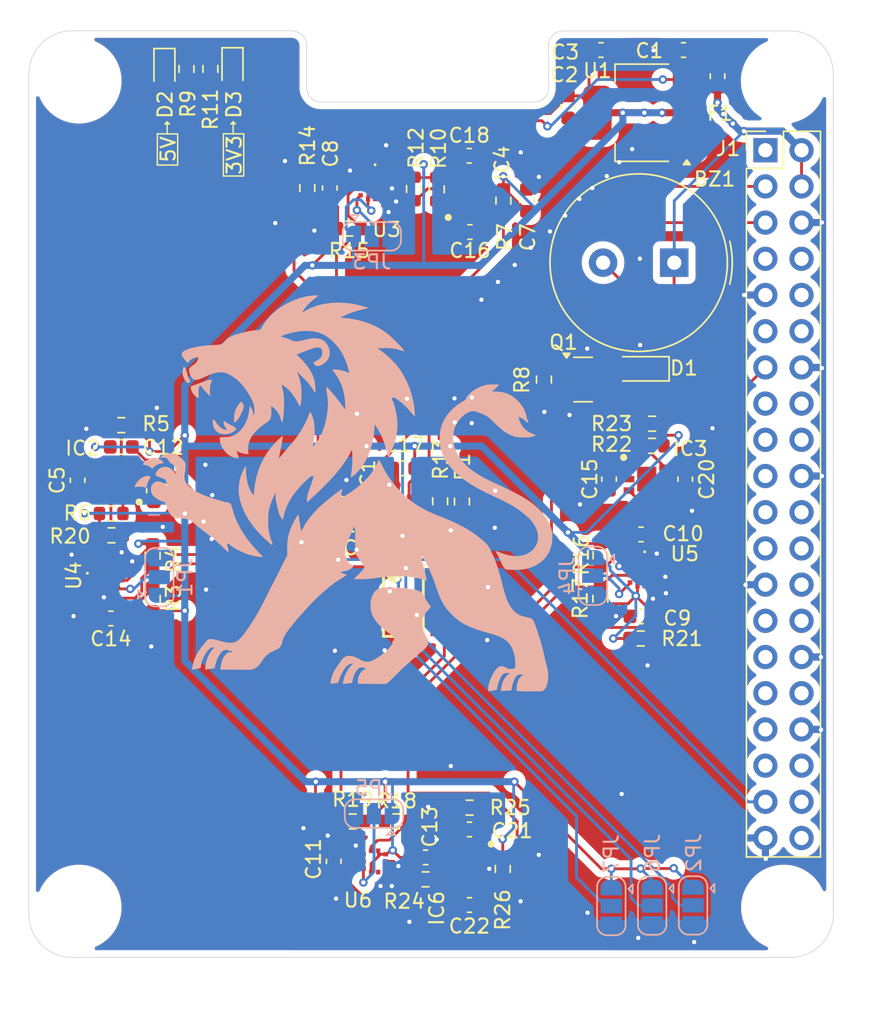
<source format=kicad_pcb>
(kicad_pcb (version 20240108) (generator "pcbnew") (generator_version "8.0")
  (layers (0 "F.Cu" signal) (31 "B.Cu" signal) (34 "B.Paste" user) (35 "F.Paste" user) (36 "B.SilkS" user "B.Silkscreen") (37 "F.SilkS" user "F.Silkscreen") (38 "B.Mask" user) (39 "F.Mask" user) (44 "Edge.Cuts" user))
  (net 0 "")
  (net 1 "Net-(BZ1-+)")
  (net 2 "+5V")
  (net 3 "GND")
  (net 4 "Net-(IC2-VSS)")
  (net 5 "Net-(IC2-VDD)")
  (net 6 "Net-(IC2-VDDH)")
  (net 7 "+3V3")
  (net 8 "Net-(IC3-VDD)")
  (net 9 "Net-(IC3-VSS)")
  (net 10 "Net-(IC4-VSS)")
  (net 11 "Net-(IC4-VDD)")
  (net 12 "Net-(IC4-VDDH)")
  (net 13 "Net-(IC3-VDDH)")
  (net 14 "Net-(IC6-VDD)")
  (net 15 "Net-(IC6-VSS)")
  (net 16 "Net-(IC6-VDDH)")
  (net 17 "/Sensors/SDA_1")
  (net 18 "/Sensors/SDA_0")
  (net 19 "/Sensors/SCK_1")
  (net 20 "/Sensors/SCK_0")
  (net 21 "/Sensors/SCK_2")
  (net 22 "/Sensors/SDA_2")
  (net 23 "/~{RESET}")
  (net 24 "/Sensors/SCK_3")
  (net 25 "/Sensors/SDA_3")
  (net 26 "/Sensors/A2")
  (net 27 "/Sensors/A1")
  (net 28 "/Sensors/A0")
  (net 29 "/Sensors/SDA")
  (net 30 "/Sensors/SCK")
  (net 38 "/BUZZ")
  (net 58 "Net-(JP1-C)")
  (net 59 "Net-(JP3-C)")
  (net 60 "Net-(JP4-C)")
  (net 61 "Net-(JP5-C)")
  (net 66 "Net-(U1-VI)")
  (net 67 "Net-(D2-A)")
  (net 68 "Net-(D3-A)")
  (footprint "Capacitor_SMD:C_0603_1608Metric" (layer "F.Cu") (at 121.335 110.945 180)
    (property "Reference" "C14")
    (property "Value" "100n")
  )
  (footprint "Resistor_SMD:R_0603_1608Metric" (layer "F.Cu") (at 144.225 80.835 -90)
    (property "Reference" "R10")
    (property "Value" "4.7")
  )
  (footprint "Resistor_SMD:R_0603_1608Metric" (layer "F.Cu") (at 142.625 80.81 -90)
    (property "Reference" "R12")
    (property "Value" "R")
  )
  (footprint "Resistor_SMD:R_0603_1608Metric" (layer "F.Cu") (at 124.275 109.575 90)
    (property "Reference" "R3")
    (property "Value" "R")
  )
  (footprint "Local:BMP581" (layer "F.Cu") (at 121.335 108.02)
    (property "Reference" "U4")
    (property "Value" "BMP581" (hide yes))
  )
  (footprint "Resistor_SMD:R_0603_1608Metric" (layer "F.Cu") (at 143.44 129.25)
    (property "Reference" "R24")
    (property "Value" "R")
  )
  (footprint "Local:SON80P244X244X95-7N" (layer "F.Cu") (at 146.555 81.18 90)
    (property "Reference" "IC4")
    (property "Value" "SGP40-D-R4" (hide yes))
  )
  (footprint "Capacitor_SMD:C_0603_1608Metric" (layer "F.Cu") (at 118.995 101.25 90)
    (property "Reference" "C5")
    (property "Value" "1u")
  )
  (footprint "Local:PW0016A-IPC_A" (layer "F.Cu") (at 141.88 109.7)
    (property "Reference" "U2")
    (property "Value" "TCA9546APWR")
  )
  (footprint "Capacitor_SMD:C_0603_1608Metric" (layer "F.Cu") (at 122.065 98.91)
    (property "Reference" "C12")
    (property "Value" "100n")
  )
  (footprint "Resistor_SMD:R_0603_1608Metric" (layer "F.Cu") (at 121.375 105.11)
    (property "Reference" "R20")
    (property "Value" "R")
  )
  (footprint "Capacitor_SMD:C_0603_1608Metric" (layer "F.Cu") (at 136.985 127.99 90)
    (property "Reference" "C11")
    (property "Value" "100n")
  )
  (footprint "Resistor_SMD:R_0603_1608Metric" (layer "F.Cu") (at 138.085 83.59)
    (property "Reference" "R15")
    (property "Value" "R")
  )
  (footprint "Package_TO_SOT_SMD:SOT-223-3_TabPin2" (layer "F.Cu") (at 158.655 75.46 180)
    (property "Reference" "U1")
    (property "Value" "LM1117MP-3.3")
  )
  (footprint "Resistor_SMD:R_0603_1608Metric" (layer "F.Cu") (at 128.325 72.385 -90)
    (property "Reference" "R11")
    (property "Value" "1k")
  )
  (footprint "Capacitor_SMD:C_0603_1608Metric" (layer "F.Cu") (at 158.575 110.8 180)
    (property "Reference" "C9")
    (property "Value" "100n")
  )
  (footprint "Resistor_SMD:R_0603_1608Metric" (layer "F.Cu") (at 124.265 106.535 -90)
    (property "Reference" "R4")
    (property "Value" "R")
  )
  (footprint "Local:SHT40CD1BR3" (layer "F.Cu") (at 141.88 103.21 90)
    (property "Reference" "IC1")
    (property "Value" "SHT40-CD1B-R3" (hide yes))
  )
  (footprint "Capacitor_SMD:C_0603_1608Metric" (layer "F.Cu") (at 146.505 78.48)
    (property "Reference" "C18")
    (property "Value" "1u")
  )
  (footprint "Resistor_SMD:R_0603_1608Metric" (layer "F.Cu") (at 155.725 106.51 -90)
    (property "Reference" "R16")
    (property "Value" "R")
  )
  (footprint "Buzzer_Beeper:Buzzer_TDK_PS1240P02BT_D12.2mm_H6.5mm" (layer "F.Cu") (at 160.905785 85.98 180)
    (property "Reference" "BZ1")
    (property "Value" "Buzzer")
  )
  (footprint "Resistor_SMD:R_0603_1608Metric" (layer "F.Cu") (at 138.32 125.19 180)
    (property "Reference" "R19")
    (property "Value" "R")
  )
  (footprint "Local:SON80P244X244X95-7N" (layer "F.Cu") (at 146.525 128.4 -90)
    (property "Reference" "IC6")
    (property "Value" "SGP40-D-R4" (hide yes))
  )
  (footprint "Resistor_SMD:R_0603_1608Metric" (layer "F.Cu") (at 144.07 105.99)
    (property "Reference" "R2")
    (property "Value" "R")
  )
  (footprint "Resistor_SMD:R_0603_1608Metric" (layer "F.Cu") (at 121.355 103.58)
    (property "Reference" "R6")
    (property "Value" "4.7")
  )
  (footprint "Capacitor_SMD:C_0603_1608Metric" (layer "F.Cu") (at 155.755 71.06)
    (property "Reference" "C3")
    (property "Value" "10u")
  )
  (footprint "Resistor_SMD:R_0603_1608Metric" (layer "F.Cu") (at 122.065 97.38 180)
    (property "Reference" "R5")
    (property "Value" "R")
  )
  (footprint "Diode_SMD:D_SOD-323_HandSoldering" (layer "F.Cu") (at 158.535 93.43 180)
    (property "Reference" "D1")
    (property "Value" "1N4148W")
  )
  (footprint "Resistor_SMD:R_0603_1608Metric" (layer "F.Cu") (at 148.86 128.52 -90)
    (property "Reference" "R26")
    (property "Value" "R")
  )
  (footprint "Capacitor_SMD:C_0603_1608Metric" (layer "F.Cu") (at 153.445 75.05 -90)
    (property "Reference" "C2")
    (property "Value" "10u")
  )
  (footprint "Local:BMP581" (layer "F.Cu") (at 158.575 107.9175 -90)
    (property "Reference" "U5")
    (property "Value" "BMP581" (hide yes))
  )
  (footprint "Diode_SMD:D_0603_1608Metric" (layer "F.Cu") (at 129.875 72.385 -90)
    (property "Reference" "D3")
    (property "Value" "LED")
  )
  (footprint "Resistor_SMD:R_0603_1608Metric" (layer "F.Cu") (at 155.715 109.56 90)
    (property "Reference" "R17")
    (property "Value" "R")
  )
  (footprint "Local:BMP581" (layer "F.Cu") (at 139.86 127.99 -90)
    (property "Reference" "U6")
    (property "Value" "BMP581" (hide yes))
  )
  (footprint "Capacitor_SMD:C_0603_1608Metric" (layer "F.Cu") (at 161.675 101.17 -90)
    (property "Reference" "C20")
    (property "Value" "1u")
  )
  (footprint "Resistor_SMD:R_0603_1608Metric" (layer "F.Cu") (at 159.355 97.28 180)
    (property "Reference" "R23")
    (property "Value" "R")
  )
  (footprint "Local:MountingHole_3.2mm_M3_ISO14580" (layer "F.Cu") (at 119.085 73.22)
    (property "Reference" "H2" (hide yes))
    (property "Value" "MountingHole")
  )
  (footprint "Resistor_SMD:R_0603_1608Metric" (layer "F.Cu") (at 159.355 98.83 180)
    (property "Reference" "R22")
    (property "Value" "4.7")
  )
  (footprint "Capacitor_SMD:C_0603_1608Metric" (layer "F.Cu") (at 143.44 127.71)
    (property "Reference" "C13")
    (property "Value" "100n")
  )
  (footprint "Resistor_SMD:R_0603_1608Metric" (layer "F.Cu") (at 151.7525 94.18 -90)
    (property "Reference" "R8")
    (property "Value" "100k")
  )
  (footprint "Capacitor_SMD:C_0603_1608Metric" (layer "F.Cu") (at 141.9 100.41 180)
    (property "Reference" "C17")
    (property "Value" "100n")
  )
  (footprint "Fuse:Fuse_0603_1608Metric" (layer "F.Cu") (at 163.945 72.9 90)
    (property "Reference" "F1")
    (property "Value" "750mA")
  )
  (footprint "Capacitor_SMD:C_0603_1608Metric" (layer "F.Cu") (at 146.525 125.75 180)
    (property "Reference" "C21")
    (property "Value" "1u")
  )
  (footprint "Capacitor_SMD:C_0603_1608Metric" (layer "F.Cu") (at 146.525 131.05 180)
    (property "Reference" "C22")
    (property "Value" "1u")
  )
  (footprint "Resistor_SMD:R_0603_1608Metric" (layer "F.Cu") (at 135.13 80.75 90)
    (property "Reference" "R14")
    (property "Value" "R")
  )
  (footprint "Resistor_SMD:R_0603_1608Metric" (layer "F.Cu") (at 139.3 103.69 -90)
    (property "Reference" "R27")
    (property "Value" "10k")
  )
  (footprint "Local:SON80P244X244X95-7N" (layer "F.Cu") (at 158.975 101.17)
    (property "Reference" "IC3")
    (property "Value" "SGP40-D-R4" (hide yes))
  )
  (footprint "Resistor_SMD:R_0603_1608Metric" (layer "F.Cu") (at 158.55 112.35)
    (property "Reference" "R21")
    (property "Value" "R")
  )
  (footprint "Capacitor_SMD:C_0603_1608Metric" (layer "F.Cu") (at 124.355 101.98 90)
    (property "Reference" "C4")
    (property "Value" "1u")
  )
  (footprint "Local:raspberrypi" (layer "F.Cu") (at 167.305 78.08)
    (property "Reference" "J1")
    (property "Value" "Raspberry_Pi_2_3")
  )
  (footprint "Local:MountingHole_3.2mm_M3_ISO14580" (layer "F.Cu") (at 119.085 131.22)
    (property "Reference" "H3" (hide yes))
    (property "Value" "MountingHole")
  )
  (footprint "Capacitor_SMD:C_0603_1608Metric" (layer "F.Cu") (at 158.575 105.05)
    (property "Reference" "C10")
    (property "Value" "100n")
  )
  (footprint "Resistor_SMD:R_0603_1608Metric" (layer "F.Cu") (at 148.905 81.63 -90)
    (property "Reference" "R7")
    (property "Value" "R")
  )
  (footprint "Local:MountingHole_3.2mm_M3_ISO14580" (layer "F.Cu") (at 168.585 73.23)
    (property "Reference" "H1" (hide yes))
    (property "Value" "MountingHole")
  )
  (footprint "Resistor_SMD:R_0603_1608Metric" (layer "F.Cu") (at 141.385 125.18)
    (property "Reference" "R18")
    (property "Value" "R")
  )
  (footprint "Resistor_SMD:R_0603_1608Metric" (layer "F.Cu") (at 126.645 72.39 90)
    (property "Reference" "R9")
    (property "Value" "2k")
  )
  (footprint "Capacitor_SMD:C_0603_1608Metric" (layer "F.Cu") (at 156.325 101.17 -90)
    (property "Reference" "C15")
    (property "Value" "1u")
  )
  (footprint "Local:MountingHole_3.2mm_M3_ISO14580" (layer "F.Cu") (at 168.595 131.22)
    (property "Reference" "H4" (hide yes))
    (property "Value" "MountingHole")
  )
  (footprint "Local:SON80P244X244X95-7N" (layer "F.Cu") (at 121.695 101.25 180)
    (property "Reference" "IC2")
    (property "Value" "SGP40-D-R4" (hide yes))
  )
  (footprint "Diode_SMD:D_0603_1608Metric" (layer "F.Cu") (at 125.095 72.44 -90)
    (property "Reference" "D2")
    (property "Value" "LED")
  )
  (footprint "Capacitor_SMD:C_0603_1608Metric" (layer "F.Cu") (at 150.55 81.61 90)
    (property "Reference" "C7")
    (property "Value" "100n")
  )
  (footprint "Resistor_SMD:R_0603_1608Metric" (layer "F.Cu") (at 144.46 102.72 -90)
    (property "Reference" "R13")
    (property "Value" "10k")
  )
  (footprint "Resistor_SMD:R_0603_1608Metric" (layer "F.Cu") (at 145.99 102.74 -90)
    (property "Reference" "R1")
    (property "Value" "R")
  )
  (footprint "Capacitor_SMD:C_0603_1608Metric" (layer "F.Cu") (at 161.555 71.06 180)
    (property "Reference" "C1")
    (property "Value" "10u")
  )
  (footprint "Package_TO_SOT_SMD:SOT-23" (layer "F.Cu") (at 154.5025 94.18)
    (property "Reference" "Q1")
    (property "Value" "2N7002NXAKR")
  )
  (footprint "Capacitor_SMD:C_0603_1608Metric" (layer "F.Cu") (at 146.555 83.83)
    (property "Reference" "C16")
    (property "Value" "1u")
  )
  (footprint "Capacitor_SMD:C_0603_1608Metric" (layer "F.Cu") (at 141.050384 105.99 180)
    (property "Reference" "C6")
    (property "Value" "100n")
  )
  (footprint "Resistor_SMD:R_0603_1608Metric" (layer "F.Cu") (at 146.53 124.22)
    (property "Reference" "R25")
    (property "Value" "4.7")
  )
  (footprint "Local:BMP581" (layer "F.Cu") (at 139.645 80.76 -90)
    (property "Reference" "U3")
    (property "Value" "BMP581" (hide yes))
  )
  (footprint "Capacitor_SMD:C_0603_1608Metric" (layer "F.Cu") (at 136.71 80.74 90)
    (property "Reference" "C8")
    (property "Value" "100n")
  )
  (footprint "Jumper:SolderJumper-3_P1.3mm_Open_RoundedPad1.0x1.5mm" (layer "B.Cu") (at 156.485 131.12 -90)
    (property "Reference" "JP7")
    (property "Value" "SolderJumper_3_Open")
  )
  (footprint "Jumper:SolderJumper-3_P1.3mm_Open_RoundedPad1.0x1.5mm" (layer "B.Cu") (at 124.735 108.045 90)
    (property "Reference" "JP1")
    (property "Value" "ADDRESS_SEL")
  )
  (footprint "Jumper:SolderJumper-3_P1.3mm_Open_RoundedPad1.0x1.5mm" (layer "B.Cu") (at 159.3525 131.09 -90)
    (property "Reference" "JP6")
    (property "Value" "SolderJumper_3_Open")
  )
  (footprint "Jumper:SolderJumper-3_P1.3mm_Open_RoundedPad1.0x1.5mm" (layer "B.Cu") (at 139.66 84.1325)
    (property "Reference" "JP3")
    (property "Value" "ADDRESS_SEL")
  )
  (footprint "Jumper:SolderJumper-3_P1.3mm_Open_RoundedPad1.0x1.5mm" (layer "B.Cu") (at 155.1825 107.95 -90)
    (property "Reference" "JP4")
    (property "Value" "ADDRESS_SEL")
  )
  (footprint "Jumper:SolderJumper-3_P1.3mm_Open_RoundedPad1.0x1.5mm" (layer "B.Cu") (at 139.815 124.6375 180)
    (property "Reference" "JP5")
    (property "Value" "ADDRESS_SEL")
  )
  (footprint "Jumper:SolderJumper-3_P1.3mm_Open_RoundedPad1.0x1.5mm" (layer "B.Cu") (at 162.225 131.08 -90)
    (property "Reference" "JP2")
    (property "Value" "SolderJumper_3_Open")
  )
  (gr_poly (pts (xy 126.454927 93.276735) (xy 126.465082 93.282725) (xy 126.474807 93.289081) (xy 126.484117 93.295788) (xy 126.493029 93.302832) (xy 126.50156 93.310199) (xy 126.509725 93.317876) (xy 126.517541 93.325847) (xy 126.525024 93.334098) (xy 126.532191 93.342617) (xy 126.539057 93.351387) (xy 126.545639 93.360396) (xy 126.558018 93.379071) (xy 126.569456 93.39853) (xy 126.580084 93.418657) (xy 126.590033 93.439341) (xy 126.599433 93.460468) (xy 126.608414 93.481924) (xy 126.642762 93.568781) (xy 126.668403 93.657109) (xy 126.693181 93.745631) (xy 126.741206 93.923152) (xy 126.752258 93.957232) (xy 126.763684 93.98948) (xy 126.775724 94.020318) (xy 126.78862 94.050172) (xy 126.802614 94.079466) (xy 126.817948 94.108624) (xy 126.834863 94.13807) (xy 126.853602 94.168228) (xy 126.871309 94.199767) (xy 126.87841 94.212829) (xy 126.884414 94.224426) (xy 126.889377 94.234812) (xy 126.893352 94.244241) (xy 126.896395 94.252967) (xy 126.89856 94.261246) (xy 126.899331 94.265296) (xy 126.899902 94.26933) (xy 126.900474 94.277475) (xy 126.900332 94.285935) (xy 126.899529 94.294964) (xy 126.898121 94.304817) (xy 126.896162 94.315748) (xy 126.890809 94.34186) (xy 126.879942 94.353197) (xy 126.869446 94.363261) (xy 126.859227 94.372156) (xy 126.849192 94.379987) (xy 126.839246 94.386857) (xy 126.829296 94.392869) (xy 126.819247 94.398128) (xy 126.809007 94.402737) (xy 126.79848 94.406801) (xy 126.787574 94.410422) (xy 126.776194 94.413705) (xy 126.764247 94.416754) (xy 126.738275 94.422562) (xy 126.708908 94.428677) (xy 126.670324 94.387286) (xy 126.633806 94.345818) (xy 126.5994 94.304134) (xy 126.567154 94.262092) (xy 126.537114 94.219551) (xy 126.509328 94.17637) (xy 126.483842 94.132408) (xy 126.460705 94.087524) (xy 126.439962 94.041577) (xy 126.421662 93.994426) (xy 126.40585 93.945929) (xy 126.392575 93.895947) (xy 126.381882 93.844337) (xy 126.373821 93.79096) (xy 126.368436 93.735673) (xy 126.365776 93.678335) (xy 126.368697 93.624628) (xy 126.373465 93.572518) (xy 126.380143 93.521608) (xy 126.38879 93.471499) (xy 126.399471 93.421794) (xy 126.412245 93.372095) (xy 126.427176 93.322004) (xy 126.444325 93.271125)) (stroke (width -0.000001)) (fill solid) (layer "B.SilkS"))
  (gr_poly (pts (xy 148.160686 94.52274) (xy 148.241442 94.523761) (xy 148.347315 94.524666) (xy 148.47525 94.526055) (xy 148.603178 94.527895) (xy 148.563041 94.575863) (xy 148.522764 94.62317) (xy 148.482061 94.669718) (xy 148.440645 94.715406) (xy 148.398229 94.760134) (xy 148.354526 94.803804) (xy 148.332103 94.82521) (xy 148.30925 94.846313) (xy 148.285933 94.867102) (xy 148.262114 94.887564) (xy 148.194288 94.945183) (xy 148.140156 94.990917) (xy 148.107084 95.023989) (xy 148.199326 95.020502) (xy 148.311557 95.019817) (xy 148.422254 95.022728) (xy 148.531385 95.029435) (xy 148.638922 95.040139) (xy 148.744832 95.055039) (xy 148.849086 95.074336) (xy 148.951652 95.09823) (xy 149.052501 95.12692) (xy 149.151603 95.160608) (xy 149.248925 95.199493) (xy 149.344439 95.243776) (xy 149.438113 95.293656) (xy 149.529916 95.349334) (xy 149.61982 95.41101) (xy 149.707792 95.478884) (xy 149.793802 95.553156) (xy 149.879715 95.63093) (xy 149.959923 95.710579) (xy 150.034701 95.791894) (xy 150.104185 95.874938) (xy 150.168511 95.959774) (xy 150.227815 96.046465) (xy 150.282232 96.135075) (xy 150.3319 96.225667) (xy 150.376952 96.318305) (xy 150.417526 96.413052) (xy 150.453757 96.509971) (xy 150.485781 96.609126) (xy 150.513734 96.71058) (xy 150.537752 96.814397) (xy 150.557971 96.920639) (xy 150.574526 97.029371) (xy 150.587553 97.140656) (xy 150.568532 97.131686) (xy 150.549908 97.122483) (xy 150.513719 97.103361) (xy 150.478717 97.083257) (xy 150.444634 97.062134) (xy 150.411202 97.039959) (xy 150.37815 97.016695) (xy 150.345212 96.992309) (xy 150.312117 96.966765) (xy 150.232018 96.904108) (xy 150.149336 96.838866) (xy 150.065104 96.772849) (xy 149.859947 96.61149) (xy 149.929601 96.80811) (xy 149.965724 96.904285) (xy 150.003373 96.99868) (xy 150.043045 97.091027) (xy 150.085236 97.181059) (xy 150.130444 97.268507) (xy 150.179164 97.353105) (xy 150.231894 97.434584) (xy 150.289129 97.512676) (xy 150.351368 97.587115) (xy 150.419106 97.657632) (xy 150.49284 97.72396) (xy 150.573066 97.785831) (xy 150.660282 97.842977) (xy 150.706666 97.869695) (xy 150.754984 97.895132) (xy 150.807582 97.920067) (xy 150.860148 97.944013) (xy 150.912826 97.966967) (xy 150.965757 97.988923) (xy 151.019084 98.009878) (xy 151.07295 98.029829) (xy 151.127496 98.04877) (xy 151.182865 98.066698) (xy 151.162871 98.085347) (xy 151.141605 98.102659) (xy 151.119139 98.118683) (xy 151.095544 98.133467) (xy 151.070892 98.147062) (xy 151.045255 98.159516) (xy 150.991311 98.1812) (xy 150.934283 98.198913) (xy 150.874744 98.21305) (xy 150.813266 98.224005) (xy 150.750422 98.232172) (xy 150.686784 98.237946) (xy 150.622924 98.241721) (xy 150.496829 98.244849) (xy 150.267159 98.244464) (xy 150.172051 98.245838) (xy 150.041382 98.240553) (xy 149.914679 98.226696) (xy 149.791741 98.204719) (xy 149.672367 98.175071) (xy 149.556353 98.138202) (xy 149.4435 98.094562) (xy 149.333605 98.044603) (xy 149.226466 97.988773) (xy 149.121883 97.927523) (xy 149.019653 97.861303) (xy 148.919574 97.790563) (xy 148.821446 97.715754) (xy 148.725066 97.637326) (xy 148.630233 97.555729) (xy 148.444401 97.384827) (xy 148.210071 97.154481) (xy 148.111761 97.060129) (xy 148.022868 96.977713) (xy 147.941026 96.905771) (xy 147.863869 96.842844) (xy 147.789033 96.787473) (xy 147.714153 96.738197) (xy 147.636861 96.693557) (xy 147.554795 96.652093) (xy 147.465587 96.612344) (xy 147.366872 96.572852) (xy 147.256286 96.532156) (xy 147.131463 96.488796) (xy 146.829643 96.388247) (xy 146.756397 96.394089) (xy 146.685961 96.404553) (xy 146.618151 96.419411) (xy 146.552781 96.438437) (xy 146.489665 96.461403) (xy 146.428619 96.488083) (xy 146.369456 96.518249) (xy 146.311993 96.551674) (xy 146.256043 96.588131) (xy 146.201421 96.627392) (xy 146.147941 96.669232) (xy 146.095419 96.713422) (xy 146.043669 96.759735) (xy 145.992506 96.807945) (xy 145.891199 96.909146) (xy 145.828887 96.981274) (xy 145.770569 97.054771) (xy 145.716258 97.129661) (xy 145.665968 97.205966) (xy 145.61971 97.283709) (xy 145.577497 97.362912) (xy 145.539342 97.4436) (xy 145.505258 97.525795) (xy 145.475256 97.609518) (xy 145.449351 97.694795) (xy 145.427553 97.781646) (xy 145.409877 97.870095) (xy 145.396335 97.960166) (xy 145.386938 98.05188) (xy 145.381701 98.14526) (xy 145.380635 98.24033) (xy 145.381468 98.341479) (xy 145.389367 98.484434) (xy 145.406277 98.624114) (xy 145.431786 98.760565) (xy 145.46548 98.893836) (xy 145.506948 99.023975) (xy 145.555777 99.151029) (xy 145.611553 99.275046) (xy 145.673865 99.396074) (xy 145.742298 99.514161) (xy 145.816442 99.629355) (xy 145.895883 99.741702) (xy 145.980207 99.851252) (xy 146.069004 99.958052) (xy 146.161859 100.062149) (xy 146.25836 100.163592) (xy 146.358095 100.262429) (xy 146.487572 100.375182) (xy 146.62051 100.482589) (xy 146.756655 100.585022) (xy 146.895752 100.682854) (xy 147.037546 100.776459) (xy 147.181781 100.86621) (xy 147.328202 100.952481) (xy 147.476555 101.035644) (xy 147.778034 101.194141) (xy 148.084177 101.344687) (xy 148.702292 101.633873) (xy 148.911323 101.731653) (xy 149.119607 101.830804) (xy 149.326837 101.932117) (xy 149.532707 102.036383) (xy 149.637258 102.089326) (xy 149.742127 102.141642) (xy 149.946677 102.24759) (xy 150.149612 102.358836) (xy 150.350017 102.475781) (xy 150.546978 102.598821) (xy 150.73958 102.728358) (xy 150.83396 102.795686) (xy 150.926908 102.864788) (xy 151.018308 102.935713) (xy 151.108047 103.008511) (xy 151.196011 103.083232) (xy 151.282084 103.159926) (xy 151.330418 103.204012) (xy 151.430569 103.299703) (xy 151.527695 103.39913) (xy 151.621397 103.502184) (xy 151.711278 103.608757) (xy 151.796941 103.71874) (xy 151.877987 103.832024) (xy 151.954021 103.9485) (xy 152.024643 104.068059) (xy 152.089457 104.190592) (xy 152.148066 104.315991) (xy 152.200071 104.444147) (xy 152.245075 104.574951) (xy 152.282681 104.708294) (xy 152.312492 104.844067) (xy 152.334109 104.982161) (xy 152.347136 105.122468) (xy 152.346738 105.240623) (xy 152.342324 105.357343) (xy 152.333706 105.472549) (xy 152.320699 105.586163) (xy 152.303115 105.698107) (xy 152.280767 105.808304) (xy 152.253469 105.916675) (xy 152.221034 106.023143) (xy 152.183274 106.127629) (xy 152.140004 106.230057) (xy 152.091036 106.330347) (xy 152.036184 106.428423) (xy 151.975261 106.524205) (xy 151.90808 106.617618) (xy 151.834454 106.708581) (xy 151.754196 106.797019) (xy 151.641969 106.901909) (xy 151.527579 106.99708) (xy 151.410982 107.08294) (xy 151.292132 107.1599) (xy 151.170986 107.228368) (xy 151.047498 107.288754) (xy 150.921625 107.341467) (xy 150.793321 107.386916) (xy 150.662542 107.42551) (xy 150.529243 107.45766) (xy 150.39338 107.483774) (xy 150.254909 107.504261) (xy 150.113783 107.519532) (xy 149.96996 107.529994) (xy 149.823395 107.536058) (xy 149.674042 107.538132) (xy 149.588116 107.536457) (xy 149.502346 107.533673) (xy 149.416609 107.529973) (xy 149.330782 107.525551) (xy 149.236471 107.524994) (xy 149.202511 107.522012) (xy 149.171221 107.518276) (xy 149.156357 107.51601) (xy 149.141897 107.513418) (xy 149.127751 107.510453) (xy 149.113832 107.50707) (xy 149.100051 107.503222) (xy 149.086321 107.498863) (xy 149.072553 107.493948) (xy 149.058658 107.488429) (xy 149.044549 107.482262) (xy 149.030137 107.4754) (xy 149.015334 107.467797) (xy 149.000052 107.459406) (xy 148.981072 107.434656) (xy 148.962877 107.409579) (xy 148.945413 107.384188) (xy 148.928626 107.358497) (xy 148.912462 107.332518) (xy 148.896866 107.306265) (xy 148.867163 107.252987) (xy 148.839086 107.19877) (xy 148.8122 107.143717) (xy 148.786073 107.087934) (xy 148.760273 107.031525) (xy 148.646069 106.794976) (xy 148.591486 106.679108) (xy 148.56174 106.618518) (xy 148.531322 106.558323) (xy 148.468749 106.438917) (xy 148.404321 106.320488) (xy 148.338595 106.202635) (xy 148.446286 106.238141) (xy 148.553666 106.274334) (xy 148.660674 106.311594) (xy 148.76725 106.3503) (xy 148.877644 106.389702) (xy 148.987694 106.425995) (xy 149.097473 106.458846) (xy 149.207053 106.487927) (xy 149.316507 106.512904) (xy 149.425907 106.533449) (xy 149.535326 106.549229) (xy 149.644836 106.559914) (xy 149.75451 106.565173) (xy 149.864421 106.564675) (xy 149.974639 106.55809) (xy 150.08524 106.545085) (xy 150.196294 106.52533) (xy 150.307874 106.498495) (xy 150.420053 106.464248) (xy 150.532904 106.422259) (xy 150.601363 106.38797) (xy 150.666211 106.352586) (xy 150.727595 106.31591) (xy 150.785665 106.277746) (xy 150.840568 106.237897) (xy 150.892453 106.196166) (xy 150.941468 106.152357) (xy 150.987762 106.106273) (xy 151.031483 106.057719) (xy 151.072779 106.006496) (xy 151.111799 105.952409) (xy 151.148691 105.89526) (xy 151.183604 105.834855) (xy 151.216686 105.770995) (xy 151.248085 105.703484) (xy 151.277951 105.632126) (xy 151.296283 105.562812) (xy 151.31084 105.492661) (xy 151.321677 105.421846) (xy 151.32885 105.350544) (xy 151.332416 105.278929) (xy 151.33243 105.207174) (xy 151.328947 105.135456) (xy 151.322025 105.063948) (xy 151.311719 104.992825) (xy 151.298084 104.922262) (xy 151.281177 104.852434) (xy 151.261054 104.783515) (xy 151.237771 104.715679) (xy 151.211383 104.649102) (xy 151.181946 104.583959) (xy 151.149517 104.520422) (xy 151.11231 104.45709) (xy 151.07438 104.394128) (xy 151.035337 104.331885) (xy 150.994791 104.270711) (xy 150.952351 104.210959) (xy 150.930299 104.181724) (xy 150.907627 104.152976) (xy 150.884285 104.124758) (xy 150.860227 104.097114) (xy 150.835402 104.070088) (xy 150.809761 104.043723) (xy 150.790998 104.024788) (xy 150.783407 104.016873) (xy 150.776898 104.009752) (xy 150.771388 104.003245) (xy 150.768982 104.000165) (xy 150.766795 103.997171) (xy 150.764815 103.994241) (xy 150.763034 103.991351) (xy 150.761439 103.988479) (xy 150.760022 103.985603) (xy 150.758771 103.982701) (xy 150.757677 103.979748) (xy 150.756728 103.976724) (xy 150.755914 103.973605) (xy 150.755226 103.97037) (xy 150.754651 103.966994) (xy 150.754181 103.963457) (xy 150.753805 103.959735) (xy 150.753291 103.951646) (xy 150.753028 103.942548) (xy 150.752917 103.920603) (xy 150.695297 103.895541) (xy 150.679686 103.886681) (xy 150.664674 103.877629) (xy 150.650204 103.868375) (xy 150.636215 103.858913) (xy 150.622648 103.849235) (xy 150.609443 103.839333) (xy 150.59654 103.829199) (xy 150.583881 103.818826) (xy 150.559052 103.797331) (xy 150.53448 103.774786) (xy 150.509688 103.751129) (xy 150.4842 103.7263) (xy 150.345116 103.604698) (xy 150.200842 103.488428) (xy 150.051863 103.37714) (xy 149.898667 103.270483) (xy 149.741741 103.168106) (xy 149.58157 103.069659) (xy 149.418642 102.97479) (xy 149.253442 102.88315) (xy 148.918177 102.708152) (xy 148.579667 102.541859) (xy 147.908486 102.224164) (xy 147.636898 102.093378) (xy 147.367516 101.958737) (xy 147.101422 101.818582) (xy 146.839698 101.671256) (xy 146.583425 101.515104) (xy 146.45767 101.4332) (xy 146.333684 101.348468) (xy 146.211601 101.2607) (xy 146.091557 101.16969) (xy 145.973687 101.07523) (xy 145.858126 100.977114) (xy 145.775702 100.905542) (xy 145.713024 100.84965) (xy 145.650803 100.793321) (xy 145.588955 100.736581) (xy 145.527397 100.679458) (xy 145.450915 100.608403) (xy 145.3489 100.506321) (xy 145.249638 100.398869) (xy 145.153627 100.286389) (xy 145.061366 100.169225) (xy 144.973352 100.047719) (xy 144.890084 99.922215) (xy 144.812061 99.793056) (xy 144.739781 99.660584) (xy 144.673743 99.525144) (xy 144.614444 99.387077) (xy 144.562385 99.246727) (xy 144.518062 99.104438) (xy 144.481975 98.960551) (xy 144.454621 98.815411) (xy 144.4365 98.66936) (xy 144.42811 98.522742) (xy 144.42644 98.376565) (xy 144.427633 98.234007) (xy 144.433001 98.094186) (xy 144.437659 98.025026) (xy 144.443852 97.956219) (xy 144.451743 97.887655) (xy 144.461496 97.819223) (xy 144.473275 97.750814) (xy 144.487243 97.682317) (xy 144.503564 97.613621) (xy 144.522401 97.544616) (xy 144.543919 97.475193) (xy 144.568281 97.40524) (xy 144.605747 97.29982) (xy 144.660515 97.168508) (xy 144.721749 97.041572) (xy 144.789149 96.918943) (xy 144.862415 96.800552) (xy 144.941245 96.686331) (xy 145.025339 96.576211) (xy 145.114397 96.470124) (xy 145.208117 96.367999) (xy 145.306198 96.26977) (xy 145.408341 96.175367) (xy 145.514244 96.084721) (xy 145.623606 95.997764) (xy 145.736127 95.914427) (xy 145.851506 95.834641) (xy 145.969443 95.758338) (xy 146.089636 95.685448) (xy 146.188854 95.652375) (xy 146.204246 95.629793) (xy 146.216331 95.61181) (xy 146.226152 95.596659) (xy 146.234749 95.58257) (xy 146.243165 95.567776) (xy 146.252441 95.550509) (xy 146.263618 95.528999) (xy 146.277739 95.50148) (xy 146.30517 95.456231) (xy 146.333905 95.412172) (xy 146.363906 95.369288) (xy 146.395133 95.327566) (xy 146.427547 95.286991) (xy 146.461111 95.247552) (xy 146.531529 95.17202) (xy 146.606077 95.10086) (xy 146.684443 95.033963) (xy 146.766318 94.97122) (xy 146.85139 94.912519) (xy 146.939349 94.857753) (xy 147.029884 94.80681) (xy 147.122685 94.759581) (xy 147.217441 94.715957) (xy 147.313841 94.675827) (xy 147.411575 94.639083) (xy 147.510332 94.605613) (xy 147.609802 94.575309) (xy 147.649301 94.565794) (xy 147.688655 94.557447) (xy 147.727895 94.550198) (xy 147.767051 94.543977) (xy 147.806154 94.538712) (xy 147.845234 94.534334) (xy 147.923446 94.527954) (xy 148.001931 94.524272) (xy 148.08093 94.522722)) (stroke (width -0.000001)) (fill solid) (layer "B.SilkS"))
  (gr_poly (pts (xy 129.68547 92.179719) (xy 129.553179 92.278937) (xy 129.784689 92.345083) (xy 129.784689 92.378156) (xy 129.704055 92.372196) (xy 129.623458 92.365754) (xy 129.532767 92.358778) (xy 129.506625 92.354128) (xy 129.495794 92.351993) (xy 129.486173 92.349827) (xy 129.477549 92.347515) (xy 129.469711 92.344938) (xy 129.462447 92.341981) (xy 129.455542 92.338527) (xy 129.448786 92.334457) (xy 129.441967 92.329657) (xy 129.43487 92.324007) (xy 129.427286 92.317392) (xy 129.419 92.309694) (xy 129.409801 92.300797) (xy 129.387814 92.278937) (xy 129.489536 92.216918) (xy 129.522653 92.19702) (xy 129.547559 92.182464) (xy 129.566965 92.171699) (xy 129.583587 92.163174) (xy 129.619324 92.146646)) (stroke (width -0.000001)) (fill solid) (layer "B.SilkS"))
  (gr_poly (pts (xy 143.460514 108.085592) (xy 143.467845 108.099795) (xy 143.474517 108.113387) (xy 143.48055 108.126524) (xy 143.48596 108.139365) (xy 143.490768 108.152069) (xy 143.494991 108.164792) (xy 143.498648 108.177692) (xy 143.501757 108.190928) (xy 143.504337 108.204657) (xy 143.506407 108.219038) (xy 143.507984 108.234227) (xy 143.509088 108.250384) (xy 143.509737 108.267665) (xy 143.509949 108.286229) (xy 143.278439 108.220082) (xy 143.344584 108.120863) (xy 143.410731 108.120863) (xy 143.443802 108.054719)) (stroke (width -0.000001)) (fill solid) (layer "B.SilkS"))
  (gr_poly (pts (xy 130.562713 95.786071) (xy 130.579839 95.820659) (xy 130.613579 95.890087) (xy 130.651949 95.967989) (xy 130.65713 95.986062) (xy 130.661262 96.004117) (xy 130.664386 96.022152) (xy 130.666544 96.040162) (xy 130.667778 96.058146) (xy 130.668132 96.0761) (xy 130.667646 96.094021) (xy 130.666363 96.111906) (xy 130.661575 96.147557) (xy 130.654106 96.183028) (xy 130.644291 96.218296) (xy 130.632469 96.253337) (xy 130.618977 96.288126) (xy 130.604151 96.322641) (xy 130.571851 96.390748) (xy 130.506092 96.522606) (xy 130.468562 96.604449) (xy 130.425483 96.694177) (xy 130.380082 96.782959) (xy 130.356089 96.826498) (xy 130.331007 96.869206) (xy 130.304669 96.910882) (xy 130.276904 96.951329) (xy 130.247543 96.990348) (xy 130.216418 97.02774) (xy 130.183359 97.063306) (xy 130.148196 97.096848) (xy 130.110761 97.128167) (xy 130.070883 97.157065) (xy 130.028395 97.183343) (xy 130.006119 97.195437) (xy 129.983127 97.206802) (xy 129.97884 97.02486) (xy 129.979566 96.937549) (xy 129.982619 96.852382) (xy 129.988309 96.769139) (xy 129.996948 96.687596) (xy 130.008846 96.607533) (xy 130.024314 96.528728) (xy 130.043662 96.450959) (xy 130.067202 96.374004) (xy 130.095243 96.297641) (xy 130.128098 96.22165) (xy 130.166075 96.145808) (xy 130.209487 96.069893) (xy 130.258643 95.993683) (xy 130.313855 95.916958) (xy 130.386203 95.815672) (xy 130.446147 95.751594) (xy 130.545367 95.751594)) (stroke (width -0.000001)) (fill solid) (layer "B.SilkS"))
  (gr_poly (pts (xy 135.903178 88.277115) (xy 135.869845 88.310949) (xy 135.836172 88.343734) (xy 135.802071 88.375589) (xy 135.767454 88.406636) (xy 135.732233 88.436996) (xy 135.696318 88.46679) (xy 135.659623 88.496138) (xy 135.622058 88.525162) (xy 135.506416 88.619213) (xy 135.392472 88.717066) (xy 135.336512 88.767516) (xy 135.281427 88.819034) (xy 135.227368 88.87166) (xy 135.174484 88.925433) (xy 135.122926 88.980391) (xy 135.072845 89.036574) (xy 135.02439 89.094022) (xy 134.977711 89.152773) (xy 134.93296 89.212866) (xy 134.890286 89.274341) (xy 134.84984 89.337238) (xy 134.811772 89.401594) (xy 134.811772 89.46774) (xy 134.908923 89.399527) (xy 135.115431 89.281414) (xy 135.329532 89.176934) (xy 135.550359 89.085708) (xy 135.777046 89.007357) (xy 136.008728 88.941498) (xy 136.244537 88.887753) (xy 136.483608 88.845742) (xy 136.725075 88.815084) (xy 136.968071 88.795398) (xy 137.21173 88.786306) (xy 137.455186 88.787427) (xy 137.697574 88.798381) (xy 137.938025 88.818787) (xy 138.175676 88.848266) (xy 138.409658 88.886437) (xy 138.639107 88.932921) (xy 138.8324 88.980821) (xy 139.025068 89.030953) (xy 139.217205 89.083091) (xy 139.408907 89.137011) (xy 139.390064 89.147118) (xy 139.371339 89.156633) (xy 139.352697 89.165589) (xy 139.3341 89.174018) (xy 139.315513 89.181953) (xy 139.296901 89.189428) (xy 139.278226 89.196474) (xy 139.259454 89.203125) (xy 139.221471 89.215374) (xy 139.182666 89.226435) (xy 139.142749 89.236572) (xy 139.101433 89.246048) (xy 138.997862 89.269424) (xy 138.888008 89.294107) (xy 138.698837 89.341459) (xy 138.514202 89.394191) (xy 138.333318 89.452446) (xy 138.155396 89.516365) (xy 137.979651 89.586092) (xy 137.805295 89.661769) (xy 137.631543 89.743538) (xy 137.457606 89.831542) (xy 137.537138 89.838026) (xy 137.808197 89.86443) (xy 138.074668 89.898081) (xy 138.3365 89.939555) (xy 138.593639 89.989427) (xy 138.846033 90.04827) (xy 139.093629 90.116661) (xy 139.336374 90.195173) (xy 139.574215 90.284382) (xy 139.807099 90.384863) (xy 140.034974 90.49719) (xy 140.257786 90.621938) (xy 140.475483 90.759682) (xy 140.688012 90.910997) (xy 140.895321 91.076457) (xy 141.097356 91.256638) (xy 141.294064 91.452115) (xy 141.372612 91.530663) (xy 141.459427 91.617479) (xy 141.528803 91.683367) (xy 141.59072 91.744715) (xy 141.649762 91.806626) (xy 141.678271 91.83792) (xy 141.70614 91.869508) (xy 141.733397 91.901442) (xy 141.760068 91.933771) (xy 141.786179 91.966547) (xy 141.811757 91.999822) (xy 141.836829 92.033646) (xy 141.861421 92.06807) (xy 141.885559 92.103146) (xy 141.909271 92.138924) (xy 141.932583 92.175456) (xy 141.955521 92.212792) (xy 141.897127 92.194576) (xy 141.758339 92.152567) (xy 141.619745 92.112542) (xy 141.480969 92.075645) (xy 141.341636 92.043018) (xy 141.271643 92.028662) (xy 141.201371 92.015803) (xy 141.130771 92.004581) (xy 141.059798 91.995142) (xy 140.988403 91.987626) (xy 140.916541 91.982177) (xy 140.844165 91.978938) (xy 140.771227 91.978052) (xy 140.646881 91.978375) (xy 140.518917 91.979214) (xy 140.388241 91.979666) (xy 140.070366 91.981281) (xy 140.174494 92.057633) (xy 140.370539 92.204306) (xy 140.467122 92.278736) (xy 140.562566 92.354361) (xy 140.656737 92.431532) (xy 140.749499 92.510597) (xy 140.840719 92.591908) (xy 140.930262 92.675813) (xy 140.980469 92.723435) (xy 141.058391 92.799021) (xy 141.133956 92.875198) (xy 141.207244 92.952076) (xy 141.278332 93.029763) (xy 141.347301 93.10837) (xy 141.414229 93.188004) (xy 141.479194 93.268776) (xy 141.542276 93.350793) (xy 141.603553 93.434165) (xy 141.663105 93.519002) (xy 141.72101 93.605412) (xy 141.777347 93.693504) (xy 141.832195 93.783387) (xy 141.885633 93.875171) (xy 141.93774 93.968964) (xy 141.988594 94.064875) (xy 142.02023 94.125014) (xy 142.094391 94.273198) (xy 142.165271 94.426006) (xy 142.232638 94.582948) (xy 142.296259 94.743535) (xy 142.355903 94.907279) (xy 142.411337 95.073689) (xy 142.46233 95.242277) (xy 142.50865 95.412554) (xy 142.550064 95.58403) (xy 142.58634 95.756216) (xy 142.617248 95.928624) (xy 142.642554 96.100763) (xy 142.662027 96.272145) (xy 142.675435 96.44228) (xy 142.682545 96.610679) (xy 142.683127 96.776854) (xy 142.624023 96.718502) (xy 142.566021 96.65922) (xy 142.509041 96.599055) (xy 142.453002 96.538053) (xy 142.397823 96.476257) (xy 142.343423 96.413715) (xy 142.289723 96.350472) (xy 142.236641 96.286574) (xy 142.168585 96.207366) (xy 142.097527 96.130418) (xy 142.023721 96.055608) (xy 141.947423 95.982816) (xy 141.868888 95.91192) (xy 141.788371 95.842797) (xy 141.706126 95.775328) (xy 141.622409 95.709389) (xy 141.451578 95.58162) (xy 141.277916 95.458518) (xy 140.930262 95.222427) (xy 140.981163 95.328234) (xy 141.071331 95.53041) (xy 141.152907 95.734615) (xy 141.225622 95.940664) (xy 141.289201 96.148373) (xy 141.343374 96.357556) (xy 141.387869 96.568029) (xy 141.422414 96.779608) (xy 141.446737 96.992108) (xy 141.460566 97.205343) (xy 141.46363 97.419131) (xy 141.455656 97.633285) (xy 141.436372 97.847621) (xy 141.405508 98.061954) (xy 141.36279 98.276101) (xy 141.307947 98.489875) (xy 141.240708 98.703093) (xy 141.199737 98.814622) (xy 141.157315 98.925523) (xy 141.112706 99.035389) (xy 141.065172 99.143815) (xy 141.013976 99.250393) (xy 140.986774 99.302863) (xy 140.95838 99.354718) (xy 140.928702 99.405908) (xy 140.897649 99.456382) (xy 140.865126 99.506089) (xy 140.831043 99.554979) (xy 140.764897 99.554979) (xy 140.744097 99.432376) (xy 140.716505 99.289264) (xy 140.685292 99.148132) (xy 140.650465 99.008908) (xy 140.612031 98.871516) (xy 140.569996 98.735885) (xy 140.524368 98.601941) (xy 140.475153 98.469609) (xy 140.422358 98.338817) (xy 140.36599 98.209491) (xy 140.306055 98.081558) (xy 140.24256 97.954945) (xy 140.175512 97.829577) (xy 140.104919 97.705381) (xy 140.030785 97.582284) (xy 139.953119 97.460213) (xy 139.871927 97.339094) (xy 139.863272 97.469189) (xy 139.844195 97.693339) (xy 139.820033 97.915321) (xy 139.790251 98.13493) (xy 139.754314 98.351957) (xy 139.711687 98.566196) (xy 139.661835 98.777438) (xy 139.604223 98.985477) (xy 139.538316 99.190106) (xy 139.463578 99.391116) (xy 139.379476 99.5883) (xy 139.285473 99.781452) (xy 139.181035 99.970363) (xy 139.065627 100.154827) (xy 138.938713 100.334635) (xy 138.799759 100.509582) (xy 138.64823 100.679458) (xy 138.585961 100.747025) (xy 138.562966 100.770745) (xy 138.539996 100.793509) (xy 138.516985 100.815375) (xy 138.493872 100.836398) (xy 138.470591 100.856634) (xy 138.447079 100.876138) (xy 138.423272 100.894967) (xy 138.399107 100.913177) (xy 138.374519 100.930823) (xy 138.349444 100.947961) (xy 138.32382 100.964648) (xy 138.297581 100.980938) (xy 138.270664 100.996889) (xy 138.243006 101.012556) (xy 138.214543 101.027994) (xy 138.185209 101.04326) (xy 138.198299 100.907128) (xy 138.213747 100.771605) (xy 138.23169 100.636388) (xy 138.25226 100.501174) (xy 138.264653 100.404996) (xy 138.274239 100.309137) (xy 138.281337 100.213455) (xy 138.286265 100.117808) (xy 138.28934 100.022055) (xy 138.29088 99.926055) (xy 138.290629 99.732746) (xy 138.290564 99.599033) (xy 138.291766 99.5194) (xy 138.292144 99.456701) (xy 138.291237 99.405379) (xy 138.290159 99.38225) (xy 138.288587 99.359882) (xy 138.286464 99.337581) (xy 138.283732 99.314653) (xy 138.276215 99.264138) (xy 138.265576 99.202782) (xy 138.251354 99.125031) (xy 138.202521 99.223604) (xy 138.11191 99.396215) (xy 138.017193 99.564714) (xy 137.918516 99.729355) (xy 137.816028 99.890388) (xy 137.709876 100.048067) (xy 137.600208 100.202644) (xy 137.487172 100.354371) (xy 137.370917 100.5035) (xy 137.251589 100.650284) (xy 137.129337 100.794976) (xy 136.876653 101.07909) (xy 136.614047 101.357861) (xy 136.342702 101.633308) (xy 136.13921 101.83701) (xy 136.007048 101.969042) (xy 135.947001 102.029294) (xy 135.900784 102.074779) (xy 135.854183 102.119707) (xy 135.807193 102.164117) (xy 135.759808 102.208051) (xy 135.712019 102.251551) (xy 135.663821 102.294656) (xy 135.615208 102.337407) (xy 135.566173 102.379847) (xy 135.532638 102.409717) (xy 135.499591 102.440039) (xy 135.466966 102.470764) (xy 135.434697 102.501842) (xy 135.370964 102.564859) (xy 135.307865 102.628693) (xy 135.258903 102.678109) (xy 135.142501 102.796124) (xy 135.129588 102.766165) (xy 135.119467 102.733815) (xy 135.112001 102.699234) (xy 135.107051 102.66258) (xy 135.10448 102.624013) (xy 135.10415 102.583691) (xy 135.109658 102.49842) (xy 135.122472 102.408037) (xy 135.141487 102.313814) (xy 135.165601 102.217023) (xy 135.193707 102.118935) (xy 135.257483 101.923956) (xy 135.323983 101.739048) (xy 135.384374 101.574383) (xy 135.429822 101.440135) (xy 135.490607 101.237047) (xy 135.638595 100.745604) (xy 135.441144 100.913655) (xy 135.247618 101.083893) (xy 135.05886 101.256894) (xy 134.875714 101.433237) (xy 134.699023 101.613496) (xy 134.52963 101.79825) (xy 134.36838 101.988074) (xy 134.216116 102.183546) (xy 134.073681 102.385241) (xy 133.941919 102.593737) (xy 133.821673 102.809611) (xy 133.713787 103.033438) (xy 133.664742 103.148515) (xy 133.619104 103.265796) (xy 133.576977 103.385355) (xy 133.538467 103.507262) (xy 133.503681 103.63159) (xy 133.472722 103.758411) (xy 133.445696 103.887798) (xy 133.42271 104.019822) (xy 133.395029 103.994779) (xy 133.368653 103.968022) (xy 133.343536 103.939644) (xy 133.319633 103.909738) (xy 133.296899 103.878397) (xy 133.275289 103.845714) (xy 133.235259 103.776691) (xy 133.199181 103.703415) (xy 133.166694 103.626627) (xy 133.137434 103.547072) (xy 133.111042 103.465493) (xy 133.087155 103.382633) (xy 133.06541 103.299236) (xy 133.026904 103.133803) (xy 132.959688 102.829197) (xy 132.941779 102.763165) (xy 132.936339 102.737724) (xy 132.931698 102.71258) (xy 132.927775 102.68761) (xy 132.924491 102.662689) (xy 132.921766 102.637692) (xy 132.919521 102.612494) (xy 132.917676 102.586971) (xy 132.916151 102.560998) (xy 132.911953 102.485421) (xy 132.908013 102.407517) (xy 132.903685 102.328064) (xy 132.893543 102.134667) (xy 132.828231 102.26768) (xy 132.765389 102.400734) (xy 132.705436 102.534297) (xy 132.648788 102.668834) (xy 132.595863 102.804814) (xy 132.547078 102.942702) (xy 132.502849 103.082966) (xy 132.482574 103.154135) (xy 132.463595 103.226073) (xy 132.44508 103.296263) (xy 132.434191 103.345818) (xy 132.424656 103.39542) (xy 132.416383 103.445073) (xy 132.409285 103.494779) (xy 132.39825 103.594359) (xy 132.390833 103.694182) (xy 132.386316 103.794268) (xy 132.38398 103.894636) (xy 132.38298 104.096303) (xy 132.382806 104.17142) (xy 132.386754 104.364175) (xy 132.391661 104.458825) (xy 132.398632 104.552462) (xy 132.407747 104.64519) (xy 132.419086 104.737114) (xy 132.432731 104.828336) (xy 132.448761 104.918962) (xy 132.467259 105.009095) (xy 132.488304 105.098839) (xy 132.511978 105.188298) (xy 132.53836 105.277577) (xy 132.567532 105.36678) (xy 132.599575 105.45601) (xy 132.634569 105.545371) (xy 132.672594 105.634968) (xy 132.67996 105.658787) (xy 132.682813 105.668805) (xy 132.685092 105.677897) (xy 132.686781 105.686312) (xy 132.687866 105.6943) (xy 132.688176 105.698212) (xy 132.68833 105.702112) (xy 132.688324 105.70603) (xy 132.688158 105.709997) (xy 132.687828 105.714046) (xy 132.687334 105.718207) (xy 132.685844 105.72699) (xy 132.683672 105.736598) (xy 132.680801 105.747281) (xy 132.677218 105.759288) (xy 132.672905 105.77287) (xy 132.662032 105.80576) (xy 132.450414 105.630687) (xy 132.242642 105.448405) (xy 132.039746 105.258964) (xy 131.842755 105.062415) (xy 131.652697 104.858807) (xy 131.4706 104.648192) (xy 131.297494 104.43062) (xy 131.134408 104.206142) (xy 130.982369 103.974807) (xy 130.842408 103.736667) (xy 130.715551 103.491772) (xy 130.602829 103.240173) (xy 130.50527 102.981919) (xy 130.462498 102.850313) (xy 130.423902 102.717062) (xy 130.389611 102.582173) (xy 130.359754 102.445651) (xy 130.334459 102.307505) (xy 130.313855 102.167738) (xy 130.308119 102.043018) (xy 130.306884 101.918775) (xy 130.310177 101.795105) (xy 130.318024 101.672102) (xy 130.330451 101.549861) (xy 130.347484 101.428476) (xy 130.369149 101.308043) (xy 130.395472 101.188656) (xy 130.426479 101.07041) (xy 130.462196 100.953399) (xy 130.50265 100.837719) (xy 130.547866 100.723463) (xy 130.597871 100.610727) (xy 130.65269 100.499605) (xy 130.71235 100.390192) (xy 130.776877 100.282583) (xy 130.809949 100.282583) (xy 130.813696 100.395367) (xy 130.825956 100.631734) (xy 130.847146 100.883462) (xy 130.862264 101.012762) (xy 130.881023 101.143115) (xy 130.903892 101.273591) (xy 130.931343 101.403259) (xy 130.963843 101.531191) (xy 131.001862 101.656458) (xy 131.045871 101.778129) (xy 131.096339 101.895276) (xy 131.153735 102.006969) (xy 131.218529 102.112279) (xy 131.29119 102.210276) (xy 131.330618 102.256241) (xy 131.372189 102.30003) (xy 131.376162 102.234627) (xy 131.397502 101.967327) (xy 131.427456 101.705957) (xy 131.466337 101.450327) (xy 131.514457 101.200246) (xy 131.57213 100.955524) (xy 131.63967 100.715971) (xy 131.717389 100.481395) (xy 131.805601 100.251606) (xy 131.904619 100.026415) (xy 132.014755 99.80563) (xy 132.136324 99.589061) (xy 132.269639 99.376518) (xy 132.415012 99.16781) (xy 132.572757 98.962746) (xy 132.743187 98.761137) (xy 132.926616 98.562791) (xy 132.999996 98.485406) (xy 133.049458 98.435574) (xy 133.099394 98.387783) (xy 133.15005 98.341834) (xy 133.201671 98.297532) (xy 133.254503 98.254679) (xy 133.308789 98.213078) (xy 133.364777 98.172532) (xy 133.42271 98.132844) (xy 133.403503 98.263145) (xy 133.382789 98.393067) (xy 133.337542 98.652041) (xy 133.28837 98.910316) (xy 133.236675 99.168439) (xy 133.204118 99.329863) (xy 133.125054 99.720343) (xy 133.438824 99.354339) (xy 133.750896 98.986886) (xy 133.863272 98.854229) (xy 133.919773 98.788172) (xy 133.976552 98.722342) (xy 134.08549 98.593751) (xy 134.191308 98.46383) (xy 134.29394 98.332474) (xy 134.393318 98.199577) (xy 134.489377 98.065033) (xy 134.582049 97.928737) (xy 134.671268 97.790582) (xy 134.756968 97.650464) (xy 134.839081 97.508275) (xy 134.917541 97.363912) (xy 134.992283 97.217267) (xy 135.063238 97.068235) (xy 135.13034 96.916711) (xy 135.193523 96.762588) (xy 135.25272 96.605761) (xy 135.307865 96.446125) (xy 135.327844 96.462996) (xy 135.346022 96.480306) (xy 135.362543 96.498065) (xy 135.37755 96.516284) (xy 135.391187 96.534974) (xy 135.403597 96.554146) (xy 135.414925 96.57381) (xy 135.425313 96.593979) (xy 135.434906 96.614663) (xy 135.443846 96.635873) (xy 135.452278 96.657619) (xy 135.460345 96.679913) (xy 135.475958 96.726188) (xy 135.491834 96.774787) (xy 135.533304 96.897647) (xy 135.549684 96.956221) (xy 135.564583 97.014838) (xy 135.578057 97.073512) (xy 135.590163 97.132256) (xy 135.600955 97.191084) (xy 135.610489 97.250009) (xy 135.626008 97.368205) (xy 135.637166 97.486953) (xy 135.644408 97.606361) (xy 135.648181 97.726537) (xy 135.64893 97.84759) (xy 135.648729 97.956595) (xy 135.646077 98.056565) (xy 135.640551 98.154418) (xy 135.632015 98.250708) (xy 135.620331 98.345991) (xy 135.605362 98.440822) (xy 135.586971 98.535757) (xy 135.565021 98.631349) (xy 135.539376 98.728156) (xy 135.522421 98.810756) (xy 135.514234 98.852114) (xy 135.506303 98.893521) (xy 135.642435 98.749065) (xy 135.768277 98.592851) (xy 135.884056 98.426091) (xy 135.99 98.25) (xy 136.086336 98.065791) (xy 136.173292 97.874678) (xy 136.251096 97.677874) (xy 136.319975 97.476593) (xy 136.380158 97.272049) (xy 136.43187 97.065455) (xy 136.475342 96.858026) (xy 136.510799 96.650973) (xy 136.538469 96.445512) (xy 136.558581 96.242856) (xy 136.571362 96.044218) (xy 136.577039 95.850812) (xy 136.575056 95.751846) (xy 136.570094 95.653233) (xy 136.562511 95.554913) (xy 136.552665 95.456826) (xy 136.540915 95.358911) (xy 136.52762 95.261107) (xy 136.497829 95.065589) (xy 136.483892 94.976705) (xy 136.470771 94.897915) (xy 136.469904 94.883851) (xy 136.469414 94.870211) (xy 136.469294 94.856939) (xy 136.469538 94.843983) (xy 136.47014 94.831287) (xy 136.471092 94.818796) (xy 136.472389 94.806458) (xy 136.474024 94.794217) (xy 136.47599 94.782018) (xy 136.478281 94.769808) (xy 136.480891 94.757532) (xy 136.483812 94.745136) (xy 136.490566 94.719765) (xy 136.498491 94.693261) (xy 136.603754 94.804658) (xy 136.707252 94.916894) (xy 136.809004 95.030172) (xy 136.909029 95.144694) (xy 137.007345 95.260665) (xy 137.103974 95.378288) (xy 137.198932 95.497766) (xy 137.29224 95.619302) (xy 137.356271 95.704116) (xy 137.572709 95.992134) (xy 137.788334 96.28076) (xy 137.791538 96.087552) (xy 137.788598 95.899832) (xy 137.779275 95.71716) (xy 137.763329 95.539097) (xy 137.74052 95.365203) (xy 137.710607 95.195036) (xy 137.673351 95.028158) (xy 137.628511 94.864128) (xy 137.575847 94.702505) (xy 137.515119 94.54285) (xy 137.446088 94.384723) (xy 137.368513 94.227683) (xy 137.282154 94.071291) (xy 137.18677 93.915106) (xy 137.082123 93.758687) (xy 136.967971 93.601596) (xy 136.944006 93.568867) (xy 136.925996 93.543868) (xy 136.918959 93.533784) (xy 136.913092 93.525052) (xy 136.908288 93.517479) (xy 136.904442 93.510871) (xy 136.901446 93.505036) (xy 136.899195 93.49978) (xy 136.897582 93.494908) (xy 136.8965 93.490229) (xy 136.895845 93.485548) (xy 136.895508 93.480673) (xy 136.895366 93.469563) (xy 136.972462 93.46844) (xy 137.047795 93.469487) (xy 137.121865 93.472812) (xy 137.195168 93.478524) (xy 137.268203 93.486734) (xy 137.341467 93.49755) (xy 137.41546 93.511083) (xy 137.490678 93.52744) (xy 137.569017 93.545236) (xy 137.637113 93.562297) (xy 137.703691 93.580883) (xy 137.769013 93.601169) (xy 137.833344 93.623326) (xy 137.896944 93.64753) (xy 137.960077 93.673952) (xy 138.023005 93.702766) (xy 138.085991 93.734146) (xy 138.037827 93.535005) (xy 137.983819 93.3391) (xy 137.923613 93.146746) (xy 137.856856 92.95826) (xy 137.783192 92.773956) (xy 137.702268 92.594153) (xy 137.61373 92.419164) (xy 137.517223 92.249307) (xy 137.412394 92.084898) (xy 137.298888 91.926253) (xy 137.176351 91.773687) (xy 137.044429 91.627517) (xy 136.902768 91.488059) (xy 136.751014 91.355629) (xy 136.588812 91.230543) (xy 136.415809 91.113117) (xy 136.27208 91.034264) (xy 136.125122 90.966945) (xy 135.975272 90.910614) (xy 135.822863 90.864726) (xy 135.668232 90.828734) (xy 135.511713 90.802092) (xy 135.353642 90.784254) (xy 135.194355 90.774674) (xy 135.034186 90.772807) (xy 134.87347 90.778105) (xy 134.712543 90.790022) (xy 134.551741 90.808014) (xy 134.391398 90.831533) (xy 134.23185 90.860033) (xy 134.073431 90.89297) (xy 133.916478 90.929795) (xy 133.831588 90.952694) (xy 133.747645 90.976602) (xy 133.664534 91.001755) (xy 133.582137 91.02839) (xy 133.500336 91.056742) (xy 133.419016 91.087047) (xy 133.338058 91.11954) (xy 133.257345 91.154459) (xy 133.359179 91.188235) (xy 133.461307 91.220697) (xy 133.563773 91.252079) (xy 133.666622 91.282616) (xy 133.713767 91.297095) (xy 133.75977 91.311986) (xy 133.804815 91.327597) (xy 133.849088 91.34424) (xy 133.892774 91.362223) (xy 133.936057 91.381856) (xy 133.957606 91.392388) (xy 133.979123 91.403448) (xy 134.000632 91.415076) (xy 134.022156 91.42731) (xy 134.047422 91.439951) (xy 134.073074 91.45123) (xy 134.09909 91.461199) (xy 134.125445 91.469907) (xy 134.17908 91.483739) (xy 134.233787 91.493126) (xy 134.289377 91.498469) (xy 134.345659 91.500166) (xy 134.402445 91.498617) (xy 134.459544 91.494223) (xy 134.516765 91.487382) (xy 134.573919 91.478495) (xy 134.630816 91.46796) (xy 134.687265 91.456179) (xy 134.904789 91.404573) (xy 135.101806 91.359226) (xy 135.193701 91.338015) (xy 135.262113 91.323495) (xy 135.329728 91.310917) (xy 135.396621 91.300424) (xy 135.462863 91.292159) (xy 135.52853 91.286266) (xy 135.593694 91.282889) (xy 135.65843 91.28217) (xy 135.722811 91.284254) (xy 135.78691 91.289284) (xy 135.850801 91.297404) (xy 135.914559 91.308756) (xy 135.978255 91.323486) (xy 136.041965 91.341736) (xy 136.105761 91.363649) (xy 136.169717 91.38937) (xy 136.233907 91.419042) (xy 136.27489 91.447018) (xy 136.313594 91.476796) (xy 136.350128 91.508289) (xy 136.384598 91.541405) (xy 136.417111 91.576057) (xy 136.447774 91.612154) (xy 136.476695 91.649606) (xy 136.503981 91.688326) (xy 136.529738 91.728223) (xy 136.554075 91.769208) (xy 136.577098 91.811191) (xy 136.598914 91.854083) (xy 136.619631 91.897796) (xy 136.639356 91.942238) (xy 136.658196 91.987322) (xy 136.676257 92.032958) (xy 136.684991 92.085092) (xy 136.692076 92.136797) (xy 136.697387 92.188069) (xy 136.700802 92.238906) (xy 136.702196 92.289303) (xy 136.701447 92.339257) (xy 136.69843 92.388764) (xy 136.693023 92.437821) (xy 136.685102 92.486425) (xy 136.674542 92.534572) (xy 136.661222 92.582258) (xy 136.645016 92.62948) (xy 136.625802 92.676235) (xy 136.603456 92.722519) (xy 136.577855 92.768328) (xy 136.548875 92.813659) (xy 136.51472 92.853957) (xy 136.479748 92.892642) (xy 136.443906 92.929663) (xy 136.407139 92.964973) (xy 136.369392 92.998522) (xy 136.330612 93.030262) (xy 136.290743 93.060144) (xy 136.249732 93.088118) (xy 136.207524 93.114137) (xy 136.164065 93.138152) (xy 136.119299 93.160113) (xy 136.073174 93.179971) (xy 136.025633 93.197679) (xy 135.976624 93.213186) (xy 135.926091 93.226445) (xy 135.873981 93.237406) (xy 135.851988 93.236996) (xy 135.831236 93.235373) (xy 135.811608 93.232573) (xy 135.792987 93.228633) (xy 135.775257 93.223589) (xy 135.7583 93.217479) (xy 135.741999 93.210338) (xy 135.726238 93.202204) (xy 135.710899 93.193113) (xy 135.695865 93.183101) (xy 135.681019 93.172206) (xy 135.666245 93.160465) (xy 135.651425 93.147912) (xy 135.636443 93.134587) (xy 135.605522 93.105761) (xy 135.592797 93.063725) (xy 135.588517 93.048823) (xy 135.58511 93.035933) (xy 135.582187 93.023502) (xy 135.579361 93.009981) (xy 135.572449 92.973469) (xy 135.645054 92.9382) (xy 135.727434 92.894864) (xy 135.767015 92.872783) (xy 135.805479 92.850199) (xy 135.842794 92.826939) (xy 135.878924 92.802832) (xy 135.913837 92.777705) (xy 135.9475 92.751388) (xy 135.979878 92.723708) (xy 136.010939 92.694494) (xy 136.040649 92.663574) (xy 136.068974 92.630776) (xy 136.095882 92.595929) (xy 136.121338 92.558861) (xy 136.145309 92.5194) (xy 136.167762 92.477375) (xy 136.174411 92.41362) (xy 136.178991 92.352301) (xy 136.180186 92.322403) (xy 136.180481 92.29293) (xy 136.179746 92.263821) (xy 136.177855 92.235016) (xy 136.17468 92.206453) (xy 136.170093 92.17807) (xy 136.163965 92.149808) (xy 136.15617 92.121604) (xy 136.146578 92.093398) (xy 136.135063 92.065128) (xy 136.121497 92.036734) (xy 136.10575 92.008153) (xy 136.077973 91.992839) (xy 136.050936 91.979538) (xy 136.024501 91.968147) (xy 135.998526 91.958567) (xy 135.972871 91.950697) (xy 135.947396 91.944437) (xy 135.92196 91.939685) (xy 135.896424 91.936341) (xy 135.870646 91.934305) (xy 135.844488 91.933475) (xy 135.817807 91.933752) (xy 135.790465 91.935035) (xy 135.76232 91.937222) (xy 135.733232 91.940214) (xy 135.671668 91.948208) (xy 135.596252 91.96992) (xy 135.52146 91.993638) (xy 135.447197 92.019024) (xy 135.373368 92.045737) (xy 135.226632 92.101782) (xy 135.080489 92.159048) (xy 134.921067 92.21951) (xy 134.758203 92.279909) (xy 134.699583 92.302472) (xy 134.647744 92.323458) (xy 134.596368 92.345499) (xy 134.539136 92.371231) (xy 134.381824 92.444302) (xy 134.458176 92.511094) (xy 134.543097 92.588027) (xy 134.625492 92.665961) (xy 134.705531 92.745208) (xy 134.783385 92.826074) (xy 134.859224 92.908868) (xy 134.933218 92.993899) (xy 135.005539 93.081476) (xy 135.076355 93.171906) (xy 135.144181 93.257043) (xy 135.223811 93.365055) (xy 135.296514 93.473174) (xy 135.3625 93.581624) (xy 135.421981 93.690629) (xy 135.475164 93.800411) (xy 135.522262 93.911194) (xy 135.563483 94.023202) (xy 135.599039 94.136657) (xy 135.629139 94.251783) (xy 135.653994 94.368803) (xy 135.673814 94.487941) (xy 135.688809 94.60942) (xy 135.699188 94.733462) (xy 135.705164 94.860293) (xy 135.706944 94.990134) (xy 135.704741 95.123209) (xy 135.68603 95.106145) (xy 135.668163 95.088586) (xy 135.651073 95.070559) (xy 135.634692 95.052094) (xy 135.618953 95.033221) (xy 135.60379 95.013967) (xy 135.589136 94.994363) (xy 135.574924 94.974437) (xy 135.547557 94.933737) (xy 135.521153 94.8921) (xy 135.469096 94.806948) (xy 135.418077 94.728501) (xy 135.365624 94.652361) (xy 135.311549 94.578282) (xy 135.255662 94.50602) (xy 135.197773 94.43533) (xy 135.137695 94.365966) (xy 135.075236 94.297684) (xy 135.010209 94.230239) (xy 134.938993 94.158184) (xy 134.67758 93.895919) (xy 134.414897 93.634927) (xy 134.435099 93.693434) (xy 134.526518 93.961522) (xy 134.558299 94.053506) (xy 134.580252 94.120723) (xy 134.600403 94.187162) (xy 134.618801 94.252967) (xy 134.635497 94.318284) (xy 134.650538 94.383258) (xy 134.663974 94.448036) (xy 134.675854 94.512763) (xy 134.686226 94.577584) (xy 134.69514 94.642645) (xy 134.702645 94.708091) (xy 134.713622 94.840721) (xy 134.719551 94.976638) (xy 134.720822 95.117007) (xy 134.721597 95.23541) (xy 134.720871 95.333636) (xy 134.718758 95.431973) (xy 134.714713 95.530275) (xy 134.70819 95.628397) (xy 134.698643 95.726193) (xy 134.685528 95.823519) (xy 134.677461 95.87196) (xy 134.668298 95.920229) (xy 134.657969 95.968307) (xy 134.646407 96.016177) (xy 134.580261 96.04925) (xy 134.527939 95.942538) (xy 134.474661 95.838768) (xy 134.419047 95.735374) (xy 134.360969 95.632713) (xy 134.300299 95.531144) (xy 134.23691 95.431025) (xy 134.170673 95.332714) (xy 134.10146 95.236569) (xy 134.029143 95.14295) (xy 133.953594 95.052214) (xy 133.874684 94.96472) (xy 133.792287 94.880826) (xy 133.706273 94.80089) (xy 133.616514 94.72527) (xy 133.522883 94.654326) (xy 133.425252 94.588415) (xy 133.323491 94.527895) (xy 133.351267 94.651145) (xy 133.38757 94.81315) (xy 133.405851 94.894152) (xy 133.423614 94.973605) (xy 133.439884 95.046032) (xy 133.449638 95.096318) (xy 133.458208 95.146505) (xy 133.472108 95.246672) (xy 133.482201 95.346704) (xy 133.489102 95.446771) (xy 133.493429 95.547045) (xy 133.495797 95.647696) (xy 133.497124 95.850812) (xy 133.497358 95.926436) (xy 133.495969 96.084256) (xy 133.491356 96.241019) (xy 133.483406 96.396982) (xy 133.472006 96.552399) (xy 133.457042 96.707527) (xy 133.438401 96.862621) (xy 133.415971 97.017937) (xy 133.389636 97.173729) (xy 133.323491 97.140656) (xy 133.307848 97.091923) (xy 133.293071 97.042913) (xy 133.279036 96.993682) (xy 133.265613 96.944286) (xy 133.243557 96.874904) (xy 133.219844 96.80859) (xy 133.19438 96.745129) (xy 133.167073 96.684307) (xy 133.137831 96.625911) (xy 133.106561 96.569724) (xy 133.073171 96.515534) (xy 133.03757 96.463127) (xy 132.999663 96.412287) (xy 132.95936 96.362802) (xy 132.916567 96.314456) (xy 132.871193 96.267035) (xy 132.823145 96.220326) (xy 132.77233 96.174113) (xy 132.718657 96.128184) (xy 132.662032 96.082323) (xy 132.595886 96.04925) (xy 132.597461 96.105246) (xy 132.600083 96.233305) (xy 132.602088 96.361375) (xy 132.604607 96.44942) (xy 132.604872 96.531808) (xy 132.602716 96.614289) (xy 132.6002 96.655304) (xy 132.596441 96.696029) (xy 132.591227 96.73636) (xy 132.584347 96.776192) (xy 132.575586 96.815423) (xy 132.564734 96.853946) (xy 132.551577 96.891659) (xy 132.535903 96.928456) (xy 132.517499 96.964234) (xy 132.496154 96.998889) (xy 132.471655 97.032315) (xy 132.443789 97.064409) (xy 132.419074 97.084208) (xy 132.394172 97.103532) (xy 132.369075 97.122443) (xy 132.343773 97.141004) (xy 132.318258 97.159277) (xy 132.292522 97.177326) (xy 132.240353 97.213003) (xy 132.164018 97.268337) (xy 132.087907 97.323978) (xy 132.010199 97.38087) (xy 131.920451 97.450417) (xy 131.831848 97.522413) (xy 131.744873 97.596938) (xy 131.660015 97.674068) (xy 131.577757 97.753884) (xy 131.498587 97.836463) (xy 131.42299 97.921883) (xy 131.351452 98.010225) (xy 131.284459 98.101565) (xy 131.222497 98.195982) (xy 131.166052 98.293556) (xy 131.115609 98.394364) (xy 131.09279 98.446005) (xy 131.071655 98.498484) (xy 131.052262 98.551812) (xy 131.034675 98.605997) (xy 131.018952 98.661049) (xy 131.005155 98.716979) (xy 130.993345 98.773795) (xy 130.983582 98.831509) (xy 130.977289 98.930334) (xy 130.973099 99.008181) (xy 130.971302 99.071978) (xy 130.971392 99.100773) (xy 130.972189 99.128653) (xy 130.97373 99.156484) (xy 130.97605 99.185133) (xy 130.983176 99.248347) (xy 130.993858 99.325222) (xy 131.008387 99.422687) (xy 130.950076 99.418486) (xy 130.892793 99.413116) (xy 130.83645 99.406536) (xy 130.780955 99.398701) (xy 130.726219 99.389569) (xy 130.672153 99.379096) (xy 130.618665 99.36724) (xy 130.565666 99.353958) (xy 130.513067 99.339206) (xy 130.460777 99.322941) (xy 130.408706 99.305121) (xy 130.356764 99.285702) (xy 130.304862 99.264641) (xy 130.252909 99.241895) (xy 130.200815 99.217422) (xy 130.148491 99.191177) (xy 130.184665 99.282902) (xy 130.231174 99.402016) (xy 130.277683 99.520614) (xy 130.289622 99.55392) (xy 130.298595 99.579755) (xy 130.302101 99.590482) (xy 130.305024 99.600074) (xy 130.307417 99.608775) (xy 130.309334 99.616829) (xy 130.310826 99.624481) (xy 130.311948 99.631973) (xy 130.312751 99.639552) (xy 130.31329 99.64746) (xy 130.313785 99.665241) (xy 130.313855 99.687271) (xy 130.258528 99.692808) (xy 130.203831 99.694015) (xy 130.149783 99.691152) (xy 130.096397 99.684477) (xy 130.043689 99.674251) (xy 129.991676 99.660733) (xy 129.940371 99.644183) (xy 129.889792 99.62486) (xy 129.839954 99.603025) (xy 129.790872 99.578936) (xy 129.742561 99.552854) (xy 129.695038 99.525038) (xy 129.648318 99.495748) (xy 129.602416 99.465243) (xy 129.513129 99.401629) (xy 129.468009 99.357885) (xy 129.422527 99.310578) (xy 129.377111 99.26003) (xy 129.33219 99.206559) (xy 129.288193 99.150486) (xy 129.245548 99.09213) (xy 129.204685 99.031811) (xy 129.166032 98.96985) (xy 129.130017 98.906566) (xy 129.097071 98.842278) (xy 129.067621 98.777307) (xy 129.042096 98.711973) (xy 129.020925 98.646595) (xy 129.004536 98.581494) (xy 128.998269 98.549147) (xy 128.993359 98.516989) (xy 128.989859 98.485059) (xy 128.987822 98.453399) (xy 128.987949 98.398038) (xy 128.988497 98.342717) (xy 128.989486 98.287403) (xy 128.990939 98.232062) (xy 129.061065 98.229139) (xy 129.221367 98.22079) (xy 129.381613 98.211392) (xy 129.491877 98.20687) (xy 129.566877 98.200089) (xy 129.639596 98.189683) (xy 129.710144 98.175721) (xy 129.778629 98.158275) (xy 129.84516 98.137415) (xy 129.909846 98.113212) (xy 129.972797 98.085736) (xy 130.034121 98.05506) (xy 130.093927 98.021252) (xy 130.152324 97.984386) (xy 130.209421 97.94453) (xy 130.265327 97.901756) (xy 130.320151 97.856135) (xy 130.374002 97.807737) (xy 130.426989 97.756634) (xy 130.479221 97.702896) (xy 130.552594 97.611101) (xy 130.620384 97.51715) (xy 130.682753 97.421114) (xy 130.739865 97.323067) (xy 130.791883 97.223081) (xy 130.83897 97.121231) (xy 130.881289 97.017587) (xy 130.919004 96.912224) (xy 130.952277 96.805215) (xy 130.981272 96.696632) (xy 131.006152 96.586549) (xy 131.027079 96.475038) (xy 131.044218 96.362172) (xy 131.057731 96.248025) (xy 131.067782 96.132669) (xy 131.074533 96.016177) (xy 131.103205 96.047367) (xy 131.130678 96.080275) (xy 131.156862 96.114763) (xy 131.181668 96.150695) (xy 131.205005 96.187932) (xy 131.226784 96.226339) (xy 131.246915 96.265778) (xy 131.265308 96.306112) (xy 131.281873 96.347204) (xy 131.296521 96.388918) (xy 131.309162 96.431115) (xy 131.319706 96.473659) (xy 131.328064 96.516412) (xy 131.334144 96.559239) (xy 131.337858 96.602001) (xy 131.339116 96.644562) (xy 131.405262 96.644562) (xy 131.410873 96.505936) (xy 131.412266 96.373142) (xy 131.410865 96.308488) (xy 131.407794 96.244759) (xy 131.402845 96.181778) (xy 131.395813 96.119367) (xy 131.386492 96.057349) (xy 131.374678 95.995546) (xy 131.360163 95.93378) (xy 131.342744 95.871875) (xy 131.322213 95.809652) (xy 131.298365 95.746934) (xy 131.270995 95.683543) (xy 131.239897 95.619302) (xy 131.204935 95.550056) (xy 131.136995 95.420718) (xy 131.065684 95.292402) (xy 130.990894 95.165518) (xy 130.912515 95.040477) (xy 130.830438 94.917691) (xy 130.744555 94.79757) (xy 130.654757 94.680525) (xy 130.560934 94.566968) (xy 130.462978 94.457309) (xy 130.360779 94.351959) (xy 130.25423 94.251329) (xy 130.143219 94.15583) (xy 130.02764 94.065873) (xy 129.907383 93.98187) (xy 129.782338 93.90423) (xy 129.652397 93.833365) (xy 129.56726 93.78944) (xy 129.491814 93.757636) (xy 129.416845 93.731312) (xy 129.342286 93.710226) (xy 129.268064 93.694136) (xy 129.194112 93.682801) (xy 129.120358 93.675979) (xy 129.046733 93.673428) (xy 128.973167 93.674906) (xy 128.89959 93.680172) (xy 128.825932 93.688985) (xy 128.752123 93.701102) (xy 128.678093 93.716282) (xy 128.603772 93.734283) (xy 128.52909 93.754863) (xy 128.453977 93.777781) (xy 128.378363 93.802795) (xy 128.301845 93.832178) (xy 128.225906 93.862889) (xy 128.15047 93.894755) (xy 128.075458 93.927599) (xy 127.926395 93.995524) (xy 127.778093 94.065262) (xy 127.701725 94.099849) (xy 127.664579 94.115553) (xy 127.627926 94.130126) (xy 127.591615 94.143514) (xy 127.555497 94.155663) (xy 127.519421 94.16652) (xy 127.483238 94.176029) (xy 127.446798 94.184139) (xy 127.409951 94.190794) (xy 127.372547 94.19594) (xy 127.334437 94.199525) (xy 127.295469 94.201494) (xy 127.255495 94.201793) (xy 127.214365 94.200369) (xy 127.171929 94.197167) (xy 127.153557 94.184867) (xy 127.135973 94.172279) (xy 127.11915 94.159405) (xy 127.103063 94.146246) (xy 127.087682 94.132804) (xy 127.072982 94.119079) (xy 127.058935 94.105074) (xy 127.045515 94.09079) (xy 127.020446 94.06139) (xy 126.997558 94.030891) (xy 126.976637 93.999304) (xy 126.957466 93.966641) (xy 126.939829 93.932914) (xy 126.923511 93.898134) (xy 126.908295 93.862314) (xy 126.893966 93.825463) (xy 126.880308 93.787595) (xy 126.867105 93.748721) (xy 126.8412 93.668) (xy 126.837482 93.649059) (xy 126.834308 93.63117) (xy 126.831668 93.614176) (xy 126.829552 93.597921) (xy 126.827948 93.582247) (xy 126.826847 93.566999) (xy 126.826238 93.552019) (xy 126.826111 93.53715) (xy 126.826456 93.522237) (xy 126.827261 93.507122) (xy 126.828518 93.491648) (xy 126.830215 93.475659) (xy 126.834889 93.441509) (xy 126.8412 93.403417) (xy 126.854057 93.386441) (xy 126.86698 93.370262) (xy 126.880012 93.354824) (xy 126.893192 93.340068) (xy 126.906563 93.325939) (xy 126.920165 93.312379) (xy 126.93404 93.299331) (xy 126.948229 93.286738) (xy 126.962774 93.274544) (xy 126.977715 93.262691) (xy 126.993095 93.251122) (xy 127.008953 93.23978) (xy 127.025333 93.228609) (xy 127.042274 93.217551) (xy 127.059818 93.20655) (xy 127.078007 93.195548) (xy 127.115931 93.172015) (xy 127.151505 93.148235) (xy 127.184847 93.124063) (xy 127.216078 93.099357) (xy 127.245317 93.073973) (xy 127.272682 93.047767) (xy 127.298294 93.020595) (xy 127.322272 92.992314) (xy 127.344734 92.96278) (xy 127.365802 92.931849) (xy 127.385593 92.899377) (xy 127.404227 92.865222) (xy 127.421824 92.829239) (xy 127.438503 92.791284) (xy 127.454384 92.751214) (xy 127.469585 92.708886) (xy 127.469585 92.609667) (xy 127.424092 92.615695) (xy 127.3797 92.622686) (xy 127.336349 92.630735) (xy 127.293982 92.639935) (xy 127.252542 92.650379) (xy 127.211969 92.662162) (xy 127.172205 92.675378) (xy 127.133194 92.69012) (xy 127.094876 92.706482) (xy 127.057194 92.724557) (xy 127.02009 92.74444) (xy 126.983505 92.766224) (xy 126.947381 92.790004) (xy 126.911661 92.815872) (xy 126.876287 92.843923) (xy 126.8412 92.87425) (xy 126.82751 92.897184) (xy 126.816919 92.91519) (xy 126.808653 92.929818) (xy 126.801935 92.942617) (xy 126.798915 92.948816) (xy 126.795992 92.955139) (xy 126.790047 92.968934) (xy 126.783326 92.985551) (xy 126.775054 93.006542) (xy 126.708908 93.006542) (xy 126.689857 92.985986) (xy 126.671034 92.965217) (xy 126.652428 92.944252) (xy 126.634023 92.923105) (xy 126.615806 92.901795) (xy 126.597764 92.880337) (xy 126.562147 92.837043) (xy 126.483728 92.7417) (xy 126.427055 92.664026) (xy 126.404126 92.632023) (xy 126.384467 92.603827) (xy 126.367825 92.578874) (xy 126.353951 92.556601) (xy 126.342591 92.536447) (xy 126.333495 92.517847) (xy 126.326411 92.500239) (xy 126.321087 92.48306) (xy 126.317273 92.465748) (xy 126.314716 92.44774) (xy 126.313165 92.428472) (xy 126.312368 92.407382) (xy 126.312033 92.357486) (xy 126.318287 92.343343) (xy 126.324902 92.329737) (xy 126.331871 92.31665) (xy 126.339185 92.304062) (xy 126.346836 92.291956) (xy 126.354816 92.280313) (xy 126.363117 92.269115) (xy 126.371731 92.258345) (xy 126.380649 92.247983) (xy 126.389864 92.238011) (xy 126.399366 92.228412) (xy 126.409149 92.219167) (xy 126.429522 92.201665) (xy 126.450917 92.18536) (xy 126.473268 92.170107) (xy 126.496511 92.155758) (xy 126.52058 92.142169) (xy 126.54541 92.129192) (xy 126.570935 92.116683) (xy 126.59709 92.104496) (xy 126.65103 92.0805) (xy 126.755839 92.043088) (xy 126.861785 92.008784) (xy 126.968762 91.977432) (xy 127.076662 91.948873) (xy 127.185378 91.922949) (xy 127.294801 91.899504) (xy 127.515341 91.859419) (xy 127.737419 91.827356) (xy 127.960177 91.802054) (xy 128.182751 91.782254) (xy 128.404282 91.766695) (xy 128.526061 91.75896) (xy 128.643392 91.752416) (xy 128.760769 91.746783) (xy 128.848523 91.740662) (xy 128.889003 91.73665) (xy 128.927506 91.731714) (xy 128.964247 91.725633) (xy 128.999443 91.718189) (xy 129.03331 91.709162) (xy 129.066064 91.698334) (xy 129.097919 91.685485) (xy 129.129094 91.670398) (xy 129.159802 91.652852) (xy 129.190261 91.632629) (xy 129.220686 91.60951) (xy 129.251293 91.583276) (xy 129.282298 91.553707) (xy 129.313917 91.520586) (xy 129.363009 91.456249) (xy 129.40317 91.411208) (xy 129.445064 91.369117) (xy 129.488604 91.329822) (xy 129.533704 91.293171) (xy 129.580278 91.259009) (xy 129.628237 91.227182) (xy 129.677497 91.197538) (xy 129.72797 91.169921) (xy 129.779569 91.144179) (xy 129.832208 91.120158) (xy 129.885801 91.097705) (xy 129.94026 91.076664) (xy 129.995499 91.056883) (xy 130.051431 91.038209) (xy 130.165028 91.003563) (xy 130.262858 90.974544) (xy 130.430144 90.927723) (xy 130.5994 90.883076) (xy 130.770261 90.841604) (xy 130.942362 90.804307) (xy 131.115338 90.772186) (xy 131.288824 90.746242) (xy 131.375645 90.735899) (xy 131.462456 90.727476) (xy 131.549212 90.721097) (xy 131.635868 90.716888) (xy 131.682039 90.712795) (xy 131.701733 90.710613) (xy 131.719556 90.708133) (xy 131.735798 90.705201) (xy 131.750752 90.701659) (xy 131.764707 90.697354) (xy 131.777956 90.692128) (xy 131.79079 90.685828) (xy 131.8035 90.678296) (xy 131.816377 90.669378) (xy 131.829714 90.658919) (xy 131.8438 90.646761) (xy 131.858928 90.632751) (xy 131.87539 90.616732) (xy 131.893475 90.598549) (xy 131.910078 90.568913) (xy 131.926222 90.539019) (xy 131.941915 90.508886) (xy 131.957166 90.478531) (xy 131.993422 90.414712) (xy 132.029901 90.351019) (xy 132.065218 90.287538) (xy 132.081101 90.261119) (xy 132.097563 90.235118) (xy 132.114561 90.209504) (xy 132.13205 90.184246) (xy 132.168331 90.134676) (xy 132.206054 90.086159) (xy 132.24487 90.038449) (xy 132.284429 89.991299) (xy 132.364376 89.897687) (xy 132.429618 89.817848) (xy 132.579993 89.653516) (xy 132.747176 89.494143) (xy 132.929471 89.340609) (xy 133.125183 89.193796) (xy 133.332616 89.054586) (xy 133.550076 88.923859) (xy 133.775867 88.802497) (xy 134.008295 88.691382) (xy 134.245662 88.591395) (xy 134.486276 88.503418) (xy 134.728439 88.428332) (xy 134.970458 88.367018) (xy 135.210637 88.320358) (xy 135.44728 88.289233) (xy 135.678692 88.274525)) (stroke (width -0.000001)) (fill solid) (layer "B.SilkS"))
  (gr_poly (pts (xy 125.088335 99.521906) (xy 125.022189 99.521906) (xy 124.999452 99.585985) (xy 124.984954 99.608549) (xy 124.978754 99.617773) (xy 124.973 99.625808) (xy 124.9675 99.632789) (xy 124.964785 99.635926) (xy 124.962063 99.638852) (xy 124.959309 99.641582) (xy 124.956499 99.644134) (xy 124.95361 99.646525) (xy 124.950617 99.648771) (xy 124.947498 99.650891) (xy 124.944227 99.6529) (xy 124.940781 99.654816) (xy 124.937137 99.656656) (xy 124.93327 99.658437) (xy 124.929157 99.660176) (xy 124.920096 99.663596) (xy 124.909763 99.667052) (xy 124.897968 99.670681) (xy 124.869227 99.679002) (xy 124.790679 99.687271) (xy 124.822343 99.654972) (xy 124.853647 99.623718) (xy 124.884972 99.593466) (xy 124.916699 99.564175) (xy 124.932833 99.549876) (xy 124.94921 99.535801) (xy 124.965879 99.521945) (xy 124.982887 99.508302) (xy 125.000282 99.494868) (xy 125.01811 99.481636) (xy 125.036421 99.468602) (xy 125.055262 99.455761)) (stroke (width -0.000001)) (fill solid) (layer "B.SilkS"))
  (gr_poly (pts (xy 148.786751 114.295461) (xy 148.815161 114.29678) (xy 148.843138 114.299411) (xy 148.870754 114.303523) (xy 148.898081 114.309289) (xy 148.925191 114.316879) (xy 148.952156 114.326464) (xy 148.979047 114.338216) (xy 149.005936 114.352305) (xy 149.032896 114.368903) (xy 149.059998 114.38818) (xy 149.088106 114.407165) (xy 149.116118 114.423591) (xy 149.144099 114.437639) (xy 149.172112 114.44949) (xy 149.200221 114.459326) (xy 149.228489 114.467329) (xy 149.256981 114.473678) (xy 149.285761 114.478557) (xy 149.314891 114.482145) (xy 149.344437 114.484624) (xy 149.374461 114.486176) (xy 149.405028 114.486982) (xy 149.468045 114.487079) (xy 149.533999 114.486367) (xy 149.552217 114.483219) (xy 149.568937 114.479957) (xy 149.584306 114.476492) (xy 149.598468 114.472733) (xy 149.611571 114.468588) (xy 149.623762 114.463968) (xy 149.635186 114.458781) (xy 149.645989 114.452936) (xy 149.656319 114.446344) (xy 149.666322 114.438914) (xy 149.676143 114.430554) (xy 149.68593 114.421175) (xy 149.695828 114.410685) (xy 149.705985 114.398994) (xy 149.716546 114.386011) (xy 149.727658 114.371645) (xy 149.725706 114.388866) (xy 149.723517 114.404714) (xy 149.721017 114.419333) (xy 149.718131 114.432863) (xy 149.714785 114.445446) (xy 149.710905 114.457223) (xy 149.706416 114.468336) (xy 149.701244 114.478926) (xy 149.695315 114.489135) (xy 149.688554 114.499105) (xy 149.680888 114.508976) (xy 149.672242 114.518891) (xy 149.662541 114.528991) (xy 149.651712 114.539417) (xy 149.63968 114.550311) (xy 149.626372 114.561814) (xy 149.602844 114.571547) (xy 149.579838 114.580458) (xy 149.55727 114.588519) (xy 149.535052 114.595702) (xy 149.513099 114.601979) (xy 149.491326 114.607321) (xy 149.469647 114.6117) (xy 149.447976 114.615089) (xy 149.426228 114.617459) (xy 149.404317 114.618782) (xy 149.382158 114.619029) (xy 149.359664 114.618174) (xy 149.336751 114.616186) (xy 149.313332 114.61304) (xy 149.289322 114.608706) (xy 149.264635 114.603156) (xy 149.229521 114.582339) (xy 149.194886 114.561007) (xy 149.160645 114.539217) (xy 149.12671 114.517025) (xy 149.059412 114.471667) (xy 148.9923 114.425389) (xy 148.967729 114.411588) (xy 148.943717 114.399368) (xy 148.920151 114.388629) (xy 148.896918 114.379271) (xy 148.873908 114.371196) (xy 148.851005 114.364303) (xy 148.828099 114.358494) (xy 148.805076 114.353669) (xy 148.781823 114.349729) (xy 148.758229 114.346574) (xy 148.73418 114.344105) (xy 148.709565 114.342223) (xy 148.658181 114.33982) (xy 148.603178 114.338572) (xy 148.603178 114.305499) (xy 148.667346 114.299874) (xy 148.728345 114.296072) (xy 148.757836 114.295282)) (stroke (width -0.000001)) (fill solid) (layer "B.SilkS"))
  (gr_poly (pts (xy 124.40579 99.680364) (xy 124.445145 99.683413) (xy 124.484259 99.688271) (xy 124.523149 99.694891) (xy 124.561836 99.703224) (xy 124.600336 99.713221) (xy 124.638668 99.724835) (xy 124.67685 99.738017) (xy 124.7149 99.752719) (xy 124.752837 99.768892) (xy 124.790679 99.786489) (xy 124.822275 99.808645) (xy 124.853213 99.831231) (xy 124.883441 99.854409) (xy 124.91291 99.878345) (xy 124.941569 99.9032) (xy 124.955579 99.916024) (xy 124.969369 99.92914) (xy 124.982931 99.942568) (xy 124.996259 99.956328) (xy 125.009347 99.970441) (xy 125.022189 99.984927) (xy 125.022189 100.051073) (xy 124.953072 100.058566) (xy 124.897504 100.067366) (xy 124.843743 100.07799) (xy 124.791695 100.090491) (xy 124.741267 100.104922) (xy 124.692365 100.121337) (xy 124.644895 100.139787) (xy 124.598765 100.160327) (xy 124.553881 100.183009) (xy 124.510149 100.207886) (xy 124.467476 100.235011) (xy 124.425768 100.264438) (xy 124.384932 100.296219) (xy 124.344875 100.330408) (xy 124.305503 100.367057) (xy 124.266722 100.406219) (xy 124.228439 100.447948) (xy 124.139556 100.35493) (xy 124.108335 100.329347) (xy 124.076351 100.306356) (xy 124.043638 100.285767) (xy 124.010227 100.267391) (xy 123.976153 100.251037) (xy 123.941448 100.236516) (xy 123.906146 100.223637) (xy 123.870279 100.212211) (xy 123.83388 100.202047) (xy 123.796983 100.192955) (xy 123.75962 100.184746) (xy 123.721825 100.17723) (xy 123.566981 100.150291) (xy 123.57903 100.128689) (xy 123.591633 100.107675) (xy 123.604779 100.087242) (xy 123.618454 100.067378) (xy 123.632645 100.048074) (xy 123.647339 100.02932) (xy 123.678186 99.993424) (xy 123.710889 99.959611) (xy 123.745347 99.927803) (xy 123.781455 99.897921) (xy 123.819109 99.869888) (xy 123.858206 99.843625) (xy 123.898643 99.819054) (xy 123.940315 99.796097) (xy 123.98312 99.774675) (xy 124.026953 99.75471) (xy 124.07171 99.736123) (xy 124.117289 99.718837) (xy 124.163585 99.702774) (xy 124.204767 99.693952) (xy 124.245599 99.687229) (xy 124.286099 99.682557) (xy 124.326286 99.679888) (xy 124.366177 99.679173)) (stroke (width -0.000001)) (fill solid) (layer "B.SilkS"))
  (gr_poly (pts (xy 130.674824 92.450478) (xy 130.677883 92.450746) (xy 130.680948 92.451164) (xy 130.684042 92.451735) (xy 130.687189 92.452464) (xy 130.690413 92.453351) (xy 130.697188 92.455613) (xy 130.704557 92.458543) (xy 130.712712 92.462163) (xy 130.721844 92.466494) (xy 130.743803 92.477375) (xy 130.704144 92.503419) (xy 130.6862 92.514702) (xy 130.66918 92.524882) (xy 130.652835 92.534003) (xy 130.636914 92.542107) (xy 130.621169 92.549236) (xy 130.605349 92.555433) (xy 130.589205 92.560741) (xy 130.572487 92.565203) (xy 130.554945 92.568862) (xy 130.536331 92.571759) (xy 130.516393 92.573938) (xy 130.494883 92.575442) (xy 130.471551 92.576313) (xy 130.446147 92.576594) (xy 130.545366 92.87425) (xy 130.5075 92.854895) (xy 130.47276 92.836132) (xy 130.440416 92.817403) (xy 130.424914 92.807877) (xy 130.409737 92.79815) (xy 130.394793 92.788154) (xy 130.379992 92.777817) (xy 130.365241 92.76707) (xy 130.35045 92.755844) (xy 130.335527 92.744069) (xy 130.32038 92.731675) (xy 130.289051 92.704752) (xy 130.227556 92.65075) (xy 130.181564 92.609667) (xy 130.200128 92.609879) (xy 130.217409 92.610528) (xy 130.233566 92.611632) (xy 130.248755 92.613209) (xy 130.263136 92.615278) (xy 130.276865 92.617859) (xy 130.290101 92.620968) (xy 130.303001 92.624625) (xy 130.315724 92.628847) (xy 130.328427 92.633655) (xy 130.341269 92.639066) (xy 130.354406 92.645098) (xy 130.367998 92.65177) (xy 130.382201 92.659101) (xy 130.413075 92.675813) (xy 130.413075 92.543521) (xy 130.477071 92.517479) (xy 130.541232 92.491845) (xy 130.613321 92.462777) (xy 130.634686 92.456743) (xy 130.643585 92.454429) (xy 130.651549 92.452613) (xy 130.65877 92.451315) (xy 130.665438 92.450557) (xy 130.668625 92.450387) (xy 130.671746 92.45036)) (stroke (width -0.000001)) (fill solid) (layer "B.SilkS"))
  (gr_poly (pts (xy 141.327137 107.922427) (xy 141.286337 107.930453) (xy 141.271127 107.933146) (xy 141.257019 107.935282) (xy 141.242244 107.937102) (xy 141.225035 107.93885) (xy 141.176241 107.943097) (xy 141.09343 107.950591) (xy 141.02948 107.9555) (xy 141.128699 107.922427) (xy 141.128699 107.85628) (xy 141.360209 107.85628)) (stroke (width -0.000001)) (fill solid) (layer "B.SilkS"))
  (gr_poly (pts (xy 140.955103 95.233779) (xy 140.979495 95.245738) (xy 141.003472 95.258264) (xy 141.027072 95.271314) (xy 141.050331 95.284849) (xy 141.073286 95.298827) (xy 141.118426 95.327947) (xy 141.162783 95.358347) (xy 141.206647 95.389697) (xy 141.294064 95.453937) (xy 141.095625 95.453937) (xy 141.062554 95.553156) (xy 141.029373 95.489133) (xy 140.996407 95.424999) (xy 140.9592 95.35291) (xy 140.949648 95.331544) (xy 140.945784 95.322646) (xy 140.94247 95.314681) (xy 140.939665 95.307461) (xy 140.937327 95.300792) (xy 140.935412 95.294484) (xy 140.933879 95.288347) (xy 140.932685 95.282188) (xy 140.931788 95.275817) (xy 140.931145 95.269042) (xy 140.930714 95.261673) (xy 140.930453 95.253518) (xy 140.930318 95.244386) (xy 140.930262 95.222427)) (stroke (width -0.000001)) (fill solid) (layer "B.SilkS"))
  (gr_poly (pts (xy 125.546283 99.350555) (xy 125.584778 99.352826) (xy 125.623419 99.356673) (xy 125.662179 99.362103) (xy 125.701029 99.36912) (xy 125.739944 99.377731) (xy 125.778896 99.387943) (xy 125.817858 99.39976) (xy 125.856803 99.413189) (xy 125.895705 99.428237) (xy 125.934537 99.444908) (xy 125.981707 99.47171) (xy 126.028072 99.499797) (xy 126.073565 99.529175) (xy 126.118123 99.559847) (xy 126.161679 99.591817) (xy 126.204167 99.625089) (xy 126.245523 99.659669) (xy 126.285681 99.69556) (xy 126.324575 99.732766) (xy 126.362139 99.771292) (xy 126.398309 99.811142) (xy 126.433019 99.852321) (xy 126.466203 99.894831) (xy 126.497795 99.938679) (xy 126.527732 99.983868) (xy 126.555946 100.030402) (xy 126.564075 100.068047) (xy 126.570554 100.105498) (xy 126.575482 100.142785) (xy 126.578957 100.179937) (xy 126.58108 100.216982) (xy 126.581949 100.25395) (xy 126.581664 100.290869) (xy 126.580323 100.327768) (xy 126.578028 100.364676) (xy 126.574876 100.401622) (xy 126.5664 100.475743) (xy 126.555691 100.550364) (xy 126.543544 100.625715) (xy 126.525851 100.739464) (xy 126.511597 100.850468) (xy 126.506565 100.905021) (xy 126.503361 100.958984) (xy 126.502306 101.012389) (xy 126.503723 101.065269) (xy 126.507935 101.117654) (xy 126.515265 101.169577) (xy 126.526034 101.22107) (xy 126.540565 101.272165) (xy 126.559181 101.322895) (xy 126.582204 101.37329) (xy 126.609957 101.423384) (xy 126.642762 101.473208) (xy 126.695108 101.537732) (xy 126.750903 101.599972) (xy 126.809968 101.65999) (xy 126.872124 101.717848) (xy 127.004994 101.827333) (xy 127.148081 101.92892) (xy 127.299953 102.023104) (xy 127.459178 102.110379) (xy 127.624326 102.191242) (xy 127.793964 102.266185) (xy 127.96666 102.335704) (xy 128.140984 102.400295) (xy 128.488788 102.516665) (xy 129.14093 102.712021) (xy 129.229377 102.738925) (xy 129.260526 102.747656) (xy 129.285205 102.754374) (xy 129.305733 102.759538) (xy 129.324428 102.763608) (xy 129.34361 102.767043) (xy 129.365597 102.770303) (xy 129.39271 102.773847) (xy 129.427266 102.778134) (xy 129.466631 102.784733) (xy 129.504382 102.791779) (xy 129.540904 102.799608) (xy 129.576582 102.808557) (xy 129.594224 102.813556) (xy 129.611799 102.818961) (xy 129.629356 102.824814) (xy 129.646942 102.831157) (xy 129.664606 102.838033) (xy 129.682395 102.845482) (xy 129.700358 102.853547) (xy 129.718543 102.862271) (xy 129.73358 102.884591) (xy 129.747453 102.907107) (xy 129.760247 102.929824) (xy 129.77205 102.95275) (xy 129.782945 102.975892) (xy 129.793018 102.999257) (xy 129.802356 103.022853) (xy 129.811042 103.046685) (xy 129.819164 103.070763) (xy 129.826806 103.095091) (xy 129.840992 103.144532) (xy 129.867371 103.246743) (xy 129.902781 103.364208) (xy 129.938814 103.481484) (xy 129.976037 103.602681) (xy 130.036199 103.772072) (xy 130.102329 103.940422) (xy 130.174159 104.107521) (xy 130.25142 104.27316) (xy 130.333844 104.437127) (xy 130.421163 104.599213) (xy 130.513107 104.759207) (xy 130.609409 104.916899) (xy 130.7098 105.072079) (xy 130.814012 105.224537) (xy 130.921775 105.374062) (xy 131.032823 105.520445) (xy 131.146886 105.663475) (xy 131.263695 105.802941) (xy 131.382983 105.938634) (xy 131.504481 106.070344) (xy 131.563538 106.138429) (xy 131.622303 106.206769) (xy 131.661565 106.251253) (xy 131.701448 106.29502) (xy 131.741898 106.33816) (xy 131.782864 106.380766) (xy 131.824293 106.422931) (xy 131.866133 106.464747) (xy 131.950835 106.547703) (xy 131.967253 106.564868) (xy 131.973896 106.57194) (xy 131.979591 106.57817) (xy 131.984412 106.583684) (xy 131.988431 106.588605) (xy 131.991722 106.593058) (xy 131.994357 106.597167) (xy 131.996409 106.601057) (xy 131.997239 106.602958) (xy 131.997951 106.604851) (xy 131.999056 106.608675) (xy 131.999797 106.612652) (xy 132.000246 106.616907) (xy 132.000477 106.621564) (xy 132.000574 106.632582) (xy 131.892863 106.628822) (xy 131.78626 106.621496) (xy 131.680711 106.610708) (xy 131.576162 106.596562) (xy 131.47256 106.579162) (xy 131.36985 106.55861) (xy 131.267979 106.535012) (xy 131.166893 106.508471) (xy 131.066538 106.479091) (xy 130.966861 106.446974) (xy 130.867807 106.412226) (xy 130.769322 106.374949) (xy 130.671353 106.335248) (xy 130.573846 106.293226) (xy 130.380001 106.202635) (xy 130.266701 106.147988) (xy 130.215674 106.121359) (xy 130.165554 106.093919) (xy 130.116271 106.065696) (xy 130.067756 106.03672) (xy 129.97275 105.976615) (xy 129.879978 105.913831) (xy 129.788884 105.848591) (xy 129.698912 105.781122) (xy 129.609505 105.711648) (xy 129.520106 105.640395) (xy 129.454112 105.590582) (xy 129.387814 105.541176) (xy 129.422825 105.623341) (xy 129.468429 105.731347) (xy 129.513775 105.838316) (xy 129.525217 105.868396) (xy 129.535479 105.897721) (xy 129.544618 105.926422) (xy 129.552688 105.954629) (xy 129.559744 105.982471) (xy 129.565841 106.010078) (xy 129.571035 106.037582) (xy 129.575382 106.06511) (xy 129.578935 106.092795) (xy 129.581751 106.120764) (xy 129.583885 106.149149) (xy 129.585392 106.17808) (xy 129.586745 106.238096) (xy 129.586251 106.301854) (xy 129.539228 106.26236) (xy 129.492729 106.222621) (xy 129.446749 106.182533) (xy 129.401286 106.14199) (xy 129.356335 106.100889) (xy 129.311893 106.059125) (xy 129.267954 106.016593) (xy 129.224517 105.973191) (xy 129.176397 105.925261) (xy 129.127735 105.878175) (xy 129.078552 105.831826) (xy 129.02887 105.786104) (xy 128.97871 105.740902) (xy 128.928093 105.69611) (xy 128.825575 105.607323) (xy 128.72571 105.51973) (xy 128.637532 105.443509) (xy 128.548738 105.368295) (xy 128.459317 105.294018) (xy 128.36926 105.220608) (xy 128.278555 105.147995) (xy 128.187193 105.076107) (xy 128.002458 104.934229) (xy 127.922855 104.873424) (xy 127.843819 104.811985) (xy 127.687148 104.687478) (xy 127.531849 104.561243) (xy 127.377326 104.433816) (xy 127.279918 104.353792) (xy 127.182264 104.274071) (xy 127.121528 104.223549) (xy 127.072608 104.18495) (xy 127.024832 104.149554) (xy 126.977908 104.117263) (xy 126.931541 104.087979) (xy 126.88544 104.061602) (xy 126.83931 104.038034) (xy 126.79286 104.017176) (xy 126.745796 103.998928) (xy 126.697825 103.983193) (xy 126.648655 103.96987) (xy 126.597992 103.958862) (xy 126.545543 103.950069) (xy 126.491016 103.943392) (xy 126.434117 103.938733) (xy 126.374554 103.935993) (xy 126.312033 103.935072) (xy 126.212008 103.934032) (xy 126.115559 103.930537) (xy 126.068569 103.927238) (xy 126.022343 103.922567) (xy 125.97684 103.916273) (xy 125.932015 103.908103) (xy 125.887827 103.897804) (xy 125.844231 103.885124) (xy 125.801185 103.86981) (xy 125.758646 103.851611) (xy 125.716571 103.830273) (xy 125.674916 103.805544) (xy 125.633639 103.777172) (xy 125.592697 103.744904) (xy 125.564239 103.710054) (xy 125.537234 103.675244) (xy 125.511592 103.6404) (xy 125.487224 103.605452) (xy 125.464043 103.570327) (xy 125.441959 103.534953) (xy 125.420883 103.499258) (xy 125.400728 103.46317) (xy 125.381404 103.426617) (xy 125.362823 103.389526) (xy 125.344896 103.351826) (xy 125.327534 103.313444) (xy 125.294152 103.234346) (xy 125.261968 103.151658) (xy 125.230316 103.07001) (xy 125.186474 102.954193) (xy 125.172995 102.916145) (xy 125.167978 102.900682) (xy 125.16396 102.887058) (xy 125.160831 102.874872) (xy 125.15848 102.863722) (xy 125.156795 102.853207) (xy 125.155666 102.842927) (xy 125.154629 102.821464) (xy 125.154481 102.796124) (xy 125.02839 102.758917) (xy 124.970231 102.738552) (xy 124.912799 102.716944) (xy 124.856171 102.694005) (xy 124.800424 102.669645) (xy 124.745636 102.643775) (xy 124.691885 102.616304) (xy 124.639248 102.587144) (xy 124.587803 102.556205) (xy 124.537627 102.523396) (xy 124.488797 102.488629) (xy 124.441392 102.451815) (xy 124.395488 102.412862) (xy 124.351163 102.371683) (xy 124.308495 102.328186) (xy 124.267562 102.282284) (xy 124.228439 102.233885) (xy 124.212085 102.198631) (xy 124.197566 102.162797) (xy 124.184877 102.126444) (xy 124.174012 102.089633) (xy 124.164966 102.052425) (xy 124.157732 102.01488) (xy 124.152306 101.97706) (xy 124.148681 101.939025) (xy 124.146853 101.900836) (xy 124.146814 101.862553) (xy 124.148561 101.824239) (xy 124.152087 101.785953) (xy 124.157386 101.747756) (xy 124.164453 101.709709) (xy 124.173282 101.671873) (xy 124.183868 101.634309) (xy 124.198595 101.606588) (xy 124.214111 101.580372) (xy 124.230437 101.555607) (xy 124.247596 101.532238) (xy 124.265607 101.510212) (xy 124.284493 101.489473) (xy 124.304275 101.469967) (xy 124.324973 101.45164) (xy 124.346609 101.434438) (xy 124.369203 101.418304) (xy 124.392778 101.403186) (xy 124.417354 101.389029) (xy 124.442953 101.375778) (xy 124.469595 101.363378) (xy 124.497302 101.351776) (xy 124.526096 101.340916) (xy 124.569758 101.335769) (xy 124.612969 101.333486) (xy 124.655725 101.33393) (xy 124.698022 101.336967) (xy 124.739856 101.342461) (xy 124.781223 101.350275) (xy 124.822119 101.360274) (xy 124.86254 101.372322) (xy 124.902481 101.386283) (xy 124.941939 101.402022) (xy 124.980909 101.419402) (xy 125.019388 101.438288) (xy 125.057371 101.458544) (xy 125.094854 101.480035) (xy 125.131833 101.502624) (xy 125.168304 101.526176) (xy 125.215242 101.561647) (xy 125.261638 101.597621) (xy 125.30752 101.634239) (xy 125.352918 101.671646) (xy 125.290907 101.514549) (xy 125.256025 101.426182) (xy 125.220627 101.340916) (xy 125.19143 101.268053) (xy 125.182511 101.254226) (xy 125.173791 101.241766) (xy 125.165177 101.23055) (xy 125.156582 101.220457) (xy 125.147915 101.211365) (xy 125.143527 101.207156) (xy 125.139087 101.203151) (xy 125.130007 101.195694) (xy 125.120587 101.18887) (xy 125.110736 101.18256) (xy 125.100365 101.176639) (xy 125.089384 101.170987) (xy 125.077703 101.165481) (xy 125.065233 101.159999) (xy 125.051884 101.15442) (xy 125.022189 101.142479) (xy 124.903075 101.094937) (xy 124.802496 101.055893) (xy 124.701795 101.017164) (xy 124.646027 100.995254) (xy 124.603224 100.977894) (xy 124.585798 100.970411) (xy 124.570551 100.963453) (xy 124.557127 100.956816) (xy 124.545174 100.950298) (xy 124.534336 100.943692) (xy 124.52426 100.936796) (xy 124.51459 100.929406) (xy 124.504974 100.921317) (xy 124.495056 100.912325) (xy 124.484482 100.902227) (xy 124.45995 100.877896) (xy 124.461633 100.860088) (xy 124.46388 100.842738) (xy 124.470008 100.809343) (xy 124.478224 100.777569) (xy 124.488415 100.747276) (xy 124.500473 100.718323) (xy 124.514285 100.690569) (xy 124.529741 100.663872) (xy 124.546731 100.638093) (xy 124.565142 100.613089) (xy 124.584865 100.58872) (xy 124.605788 100.564845) (xy 124.627801 100.541323) (xy 124.650793 100.518014) (xy 124.674653 100.494775) (xy 124.724533 100.447948) (xy 124.752574 100.42825) (xy 124.780665 100.409979) (xy 124.808858 100.39313) (xy 124.837207 100.377697) (xy 124.865764 100.363674) (xy 124.894581 100.351056) (xy 124.92371 100.339838) (xy 124.953205 100.330013) (xy 124.983118 100.321577) (xy 125.013501 100.314524) (xy 125.044406 100.308847) (xy 125.075887 100.304542) (xy 125.107996 100.301604) (xy 125.140784 100.300025) (xy 125.174305 100.299802) (xy 125.208612 100.300928) (xy 125.257425 100.311396) (xy 125.304542 100.324056) (xy 125.350016 100.338874) (xy 125.393901 100.355815) (xy 125.436248 100.374848) (xy 125.477113 100.395937) (xy 125.516548 100.419049) (xy 125.554608 100.44415) (xy 125.591344 100.471207) (xy 125.62681 100.500186) (xy 125.661061 100.531053) (xy 125.694149 100.563774) (xy 125.726127 100.598316) (xy 125.757049 100.634646) (xy 125.786969 100.672728) (xy 125.815939 100.712531) (xy 125.882085 100.81175) (xy 125.887114 100.726167) (xy 125.88828 100.684333) (xy 125.888348 100.643096) (xy 125.887172 100.602424) (xy 125.884603 100.562286) (xy 125.880494 100.52265) (xy 125.874696 100.483485) (xy 125.867063 100.44476) (xy 125.857445 100.406444) (xy 125.845695 100.368504) (xy 125.831666 100.330911) (xy 125.815209 100.293631) (xy 125.796176 100.256634) (xy 125.77442 100.219889) (xy 125.749793 100.183364) (xy 125.726137 100.166565) (xy 125.702326 100.150669) (xy 125.678316 100.135532) (xy 125.654061 100.12101) (xy 125.629516 100.106959) (xy 125.604634 100.093234) (xy 125.553681 100.066188) (xy 125.537837 100.054558) (xy 125.523025 100.042724) (xy 125.50915 100.030667) (xy 125.49612 100.018366) (xy 125.48384 100.005802) (xy 125.472217 99.992953) (xy 125.461158 99.9798) (xy 125.450568 99.966321) (xy 125.440355 99.952498) (xy 125.430423 99.938309) (xy 125.420681 99.923735) (xy 125.411034 99.908754) (xy 125.39165 99.877494) (xy 125.371522 99.844367) (xy 125.34653 99.80503) (xy 125.335966 99.788852) (xy 125.326314 99.774637) (xy 125.317291 99.76211) (xy 125.308616 99.750998) (xy 125.300006 99.741026) (xy 125.29118 99.731921) (xy 125.281854 99.723409) (xy 125.271747 99.715217) (xy 125.260576 99.707069) (xy 125.24806 99.698693) (xy 125.233917 99.689815) (xy 125.217863 99.68016) (xy 125.178898 99.657427) (xy 125.154061 99.654709) (xy 125.129365 99.65257) (xy 125.104796 99.651017) (xy 125.08034 99.650057) (xy 125.055983 99.649697) (xy 125.031712 99.649943) (xy 125.007513 99.650803) (xy 124.983372 99.652283) (xy 124.959275 99.65439) (xy 124.935209 99.657132) (xy 124.911159 99.660513) (xy 124.887112 99.664543) (xy 124.863055 99.669226) (xy 124.838972 99.674571) (xy 124.814852 99.680583) (xy 124.790679 99.687271) (xy 124.819158 99.656377) (xy 124.848377 99.626928) (xy 124.878306 99.59893) (xy 124.90892 99.572388) (xy 124.940192 99.54731) (xy 124.972094 99.5237) (xy 125.0046 99.501565) (xy 125.037683 99.48091) (xy 125.071315 99.461742) (xy 125.10547 99.444067) (xy 125.14012 99.42789) (xy 125.17524 99.413217) (xy 125.210801 99.400056) (xy 125.246777 99.38841) (xy 125.283141 99.378287) (xy 125.319866 99.369692) (xy 125.356924 99.362632) (xy 125.39429 99.357112) (xy 125.431936 99.353139) (xy 125.469834 99.350717) (xy 125.507959 99.349854)) (stroke (width -0.000001)) (fill solid) (layer "B.SilkS"))
  (gr_poly (pts (xy 129.586251 106.301854) (xy 129.420887 106.136488) (xy 129.520106 106.136488) (xy 129.553179 106.070344) (xy 129.586251 106.070344)) (stroke (width -0.000001)) (fill solid) (layer "B.SilkS"))
  (gr_poly (pts (xy 129.959563 92.023906) (xy 129.975073 92.025961) (xy 129.991254 92.029466) (xy 130.008652 92.034295) (xy 130.049273 92.047427) (xy 129.950053 92.113573) (xy 129.950053 92.212792) (xy 129.929383 92.242958) (xy 129.920622 92.255449) (xy 129.912588 92.266535) (xy 129.905038 92.276459) (xy 129.897731 92.285462) (xy 129.890424 92.293787) (xy 129.882874 92.301675) (xy 129.87484 92.30937) (xy 129.866079 92.317114) (xy 129.85635 92.325148) (xy 129.845409 92.333715) (xy 129.833015 92.343057) (xy 129.818925 92.353416) (xy 129.784689 92.378156) (xy 129.742259 92.380156) (xy 129.700421 92.380387) (xy 129.679681 92.379841) (xy 129.659035 92.378857) (xy 129.61796 92.375574) (xy 129.577055 92.370547) (xy 129.536181 92.363784) (xy 129.495196 92.355293) (xy 129.45396 92.345083) (xy 129.387814 92.278937) (xy 129.613123 92.165249) (xy 129.677525 92.132628) (xy 129.760336 92.091207) (xy 129.82405 92.060574) (xy 129.850108 92.048992) (xy 129.873025 92.039732) (xy 129.893346 92.03267) (xy 129.911616 92.027681) (xy 129.928379 92.024641) (xy 129.944179 92.023424)) (stroke (width -0.000001)) (fill solid) (layer "B.SilkS"))
  (gr_poly (pts (xy 135.649476 100.734504) (xy 135.653807 100.743669) (xy 135.657427 100.75189) (xy 135.660357 100.759367) (xy 135.662619 100.766302) (xy 135.663507 100.76963) (xy 135.664235 100.772897) (xy 135.664807 100.776131) (xy 135.665225 100.779355) (xy 135.665492 100.782595) (xy 135.665611 100.785876) (xy 135.665584 100.789223) (xy 135.665414 100.792662) (xy 135.664656 100.799915) (xy 135.663358 100.807838) (xy 135.661541 100.81663) (xy 135.659227 100.826495) (xy 135.653194 100.850249) (xy 135.624126 100.931639) (xy 135.595316 101.013547) (xy 135.572449 101.076333) (xy 135.539376 100.944042) (xy 135.374011 100.977114) (xy 135.424719 100.914198) (xy 135.464187 100.86601) (xy 135.480675 100.84647) (xy 135.495516 100.829449) (xy 135.509097 100.814559) (xy 135.521806 100.801414) (xy 135.534031 100.789626) (xy 135.546159 100.778806) (xy 135.558577 100.768567) (xy 135.571674 100.758523) (xy 135.601452 100.737465) (xy 135.638595 100.712531)) (stroke (width -0.000001)) (fill solid) (layer "B.SilkS"))
  (gr_poly (pts (xy 131.082566 91.827937) (xy 131.246274 91.847486) (xy 131.40493 91.878913) (xy 131.556995 91.922514) (xy 131.630077 91.948973) (xy 131.700934 91.978587) (xy 131.769376 92.011392) (xy 131.83521 92.047427) (xy 131.83521 92.0805) (xy 131.731082 92.097553) (xy 131.598202 92.121268) (xy 131.469549 92.147567) (xy 131.406715 92.162275) (xy 131.344828 92.178336) (xy 131.28385 92.195987) (xy 131.223744 92.215462) (xy 131.164475 92.236997) (xy 131.106004 92.260828) (xy 131.048296 92.287191) (xy 130.991313 92.316322) (xy 130.935019 92.348455) (xy 130.879377 92.383827) (xy 130.82435 92.422674) (xy 130.769901 92.465231) (xy 130.748991 92.480922) (xy 130.729123 92.495174) (xy 130.710094 92.508046) (xy 130.6917 92.519598) (xy 130.673735 92.529887) (xy 130.655997 92.538973) (xy 130.63828 92.546915) (xy 130.620381 92.553771) (xy 130.602097 92.559601) (xy 130.583221 92.564462) (xy 130.563552 92.568414) (xy 130.542884 92.571516) (xy 130.521014 92.573826) (xy 130.497737 92.575403) (xy 130.472849 92.576306) (xy 130.446147 92.576594) (xy 130.545367 92.87425) (xy 130.506224 92.854122) (xy 130.469827 92.834203) (xy 130.435522 92.814089) (xy 130.402656 92.793377) (xy 130.370576 92.771664) (xy 130.338628 92.748546) (xy 130.306158 92.72362) (xy 130.272515 92.696483) (xy 130.221366 92.658016) (xy 130.16994 92.62238) (xy 130.118177 92.589379) (xy 130.066018 92.558821) (xy 130.013405 92.530512) (xy 129.960278 92.504256) (xy 129.906579 92.479861) (xy 129.852249 92.457132) (xy 129.797228 92.435876) (xy 129.741459 92.415898) (xy 129.684881 92.397004) (xy 129.627437 92.379001) (xy 129.509713 92.344889) (xy 129.387814 92.31201) (xy 129.445166 92.265186) (xy 129.505674 92.220479) (xy 129.635386 92.137563) (xy 129.775414 92.063558) (xy 129.92422 91.998761) (xy 130.080267 91.94347) (xy 130.24202 91.89798) (xy 130.40794 91.862589) (xy 130.576492 91.837592) (xy 130.746138 91.823287) (xy 130.915342 91.819969)) (stroke (width -0.000001)) (fill solid) (layer "B.SilkS"))
  (gr_poly (pts (xy 150.653698 97.173729) (xy 150.587553 97.206802) (xy 150.536135 97.178509) (xy 150.51779 97.168141) (xy 150.50177 97.158743) (xy 150.486138 97.14915) (xy 150.468955 97.138201) (xy 150.422188 97.107584) (xy 150.455067 97.107648) (xy 150.480582 97.1081) (xy 150.491184 97.108593) (xy 150.500671 97.109328) (xy 150.509287 97.110353) (xy 150.517272 97.111718) (xy 150.524871 97.11347) (xy 150.532323 97.115658) (xy 150.539873 97.11833) (xy 150.547762 97.121536) (xy 150.556232 97.125323) (xy 150.565526 97.12974) (xy 150.587553 97.140656) (xy 150.587553 96.975292) (xy 150.620625 96.975292)) (stroke (width -0.000001)) (fill solid) (layer "B.SilkS"))
  (gr_poly (pts (xy 149.898313 96.623697) (xy 149.969502 96.669367) (xy 150.049731 96.720526) (xy 150.06346 96.731091) (xy 150.076585 96.741653) (xy 150.089153 96.752246) (xy 150.101212 96.762908) (xy 150.112811 96.773673) (xy 150.123998 96.784578) (xy 150.13482 96.795657) (xy 150.145325 96.806948) (xy 150.155563 96.818485) (xy 150.16558 96.830304) (xy 150.175425 96.842441) (xy 150.185146 96.854932) (xy 150.194791 96.867812) (xy 150.204408 96.881117) (xy 150.223751 96.909146) (xy 149.959168 96.776854) (xy 149.994307 96.853335) (xy 150.004477 96.882867) (xy 150.008464 96.895197) (xy 150.011715 96.906271) (xy 150.014228 96.916364) (xy 150.015999 96.925751) (xy 150.017025 96.934708) (xy 150.017257 96.939111) (xy 150.017303 96.94351) (xy 150.01716 96.94794) (xy 150.01683 96.952434) (xy 150.015603 96.961755) (xy 150.013619 96.971747) (xy 150.010875 96.982688) (xy 150.007368 96.994851) (xy 150.003095 97.008514) (xy 149.992239 97.041438) (xy 149.909558 96.847134) (xy 149.863049 96.737838) (xy 149.851109 96.706921) (xy 149.842136 96.68288) (xy 149.83863 96.672854) (xy 149.835707 96.663847) (xy 149.833314 96.655624) (xy 149.831398 96.647954) (xy 149.829905 96.640601) (xy 149.828783 96.633332) (xy 149.82798 96.625915) (xy 149.827441 96.618114) (xy 149.826947 96.600432) (xy 149.826876 96.578416)) (stroke (width -0.000001)) (fill solid) (layer "B.SilkS"))
  (gr_poly (pts (xy 129.586251 105.673468) (xy 129.520106 105.706542) (xy 129.487033 105.80576) (xy 129.453853 105.741736) (xy 129.420887 105.677601) (xy 129.38368 105.605513) (xy 129.374128 105.584148) (xy 129.370263 105.575249) (xy 129.36695 105.567285) (xy 129.364145 105.560064) (xy 129.361806 105.553395) (xy 129.359892 105.547088) (xy 129.358359 105.54095) (xy 129.357165 105.534792) (xy 129.356267 105.52842) (xy 129.355624 105.521646) (xy 129.355193 105.514277) (xy 129.354932 105.506122) (xy 129.354798 105.49699) (xy 129.354741 105.475031)) (stroke (width -0.000001)) (fill solid) (layer "B.SilkS"))
  (gr_poly (pts (xy 128.461772 94.197167) (xy 128.425599 94.264217) (xy 128.39554 94.330576) (xy 128.369381 94.396991) (xy 128.346975 94.463501) (xy 128.328171 94.530146) (xy 128.312823 94.596965) (xy 128.300781 94.663996) (xy 128.291896 94.731281) (xy 128.286019 94.798858) (xy 128.283003 94.866766) (xy 128.282698 94.935045) (xy 128.284956 95.003735) (xy 128.289627 95.072875) (xy 128.296565 95.142503) (xy 128.305618 95.212661) (xy 128.31664 95.283386) (xy 128.329481 95.354719) (xy 128.266714 95.302027) (xy 128.206104 95.248478) (xy 128.147381 95.193907) (xy 128.090277 95.138149) (xy 128.034522 95.081041) (xy 127.979847 95.022417) (xy 127.925983 94.962113) (xy 127.872661 94.899966) (xy 127.760394 94.768191) (xy 127.711326 94.710087) (xy 127.698159 94.695113) (xy 127.684809 94.6803) (xy 127.671294 94.665635) (xy 127.657632 94.651104) (xy 127.629939 94.622388) (xy 127.601876 94.594041) (xy 127.581108 94.628425) (xy 127.563103 94.662381) (xy 127.547676 94.696017) (xy 127.534639 94.729437) (xy 127.523804 94.762747) (xy 127.514985 94.796054) (xy 127.507995 94.829462) (xy 127.502645 94.863077) (xy 127.498749 94.897005) (xy 127.49612 94.931352) (xy 127.49457 94.966224) (xy 127.493912 95.001726) (xy 127.494524 95.075042) (xy 127.496457 95.152147) (xy 127.497813 95.249816) (xy 127.499901 95.36842) (xy 127.502658 95.487011) (xy 127.461419 95.471826) (xy 127.422041 95.454506) (xy 127.384451 95.435134) (xy 127.348579 95.413794) (xy 127.314355 95.390569) (xy 127.281706 95.365544) (xy 127.250564 95.338803) (xy 127.220855 95.310429) (xy 127.192511 95.280505) (xy 127.165459 95.249117) (xy 127.139629 95.216347) (xy 127.114951 95.18228) (xy 127.091352 95.146999) (xy 127.068763 95.110588) (xy 127.047113 95.073131) (xy 127.02633 95.034712) (xy 127.00657 94.986067) (xy 126.989295 94.94021) (xy 126.981604 94.917972) (xy 126.974552 94.896007) (xy 126.968144 94.874173) (xy 126.962386 94.852327) (xy 126.957284 94.830329) (xy 126.952844 94.808038) (xy 126.949071 94.78531) (xy 126.945972 94.762006) (xy 126.943551 94.737983) (xy 126.941814 94.7131) (xy 126.940768 94.687215) (xy 126.940418 94.660187) (xy 127.344342 94.510205) (xy 127.481252 94.459303) (xy 127.904376 94.303078) (xy 128.042713 94.255318) (xy 128.098603 94.237682) (xy 128.147555 94.223697) (xy 128.191005 94.212979) (xy 128.230391 94.205143) (xy 128.267148 94.199807) (xy 128.302712 94.196585) (xy 128.376009 94.19495)) (stroke (width -0.000001)) (fill solid) (layer "B.SilkS"))
  (gr_poly (pts (xy 140.152386 99.834185) (xy 140.167391 99.848877) (xy 140.181594 99.863673) (xy 140.195058 99.878605) (xy 140.20785 99.89371) (xy 140.220035 99.90902) (xy 140.231678 99.924569) (xy 140.242846 99.940393) (xy 140.253604 99.956524) (xy 140.264018 99.972996) (xy 140.274152 99.989845) (xy 140.284073 100.007103) (xy 140.303537 100.042986) (xy 140.322933 100.080916) (xy 140.372092 100.177801) (xy 140.423832 100.280516) (xy 140.477663 100.384354) (xy 140.532078 100.486878) (xy 140.587547 100.588122) (xy 140.644541 100.688119) (xy 140.703532 100.786905) (xy 140.764989 100.884513) (xy 140.829385 100.980977) (xy 140.897188 101.076333) (xy 140.942131 101.138393) (xy 141.079595 101.325134) (xy 141.149465 101.41726) (xy 141.220456 101.508387) (xy 141.292838 101.598391) (xy 141.366885 101.687144) (xy 141.442865 101.77452) (xy 141.521052 101.860394) (xy 141.557216 101.899602) (xy 141.592992 101.939168) (xy 141.62839 101.979074) (xy 141.66342 102.019299) (xy 141.697227 102.057741) (xy 141.731391 102.095362) (xy 141.765924 102.132214) (xy 141.800835 102.168348) (xy 141.871837 102.238666) (xy 141.944481 102.306728) (xy 142.018852 102.372943) (xy 142.095035 102.437722) (xy 142.173116 102.501476) (xy 142.253178 102.564614) (xy 142.354464 102.646264) (xy 142.452851 102.722896) (xy 142.552483 102.7966) (xy 142.653411 102.867654) (xy 142.755683 102.936339) (xy 142.859351 103.002936) (xy 142.964463 103.067725) (xy 143.071069 103.130986) (xy 143.17922 103.192999) (xy 143.241619 103.228995) (xy 143.394265 103.313234) (xy 143.548831 103.392405) (xy 143.705118 103.467259) (xy 143.862925 103.538546) (xy 144.022052 103.60702) (xy 144.182298 103.673431) (xy 144.50535 103.803072) (xy 144.939259 103.979764) (xy 145.360934 104.162688) (xy 145.770552 104.356295) (xy 145.970896 104.458497) (xy 146.168293 104.565038) (xy 146.362766 104.676476) (xy 146.554336 104.793368) (xy 146.743026 104.916269) (xy 146.928859 105.045736) (xy 147.111857 105.182326) (xy 147.292042 105.326595) (xy 147.469436 105.479099) (xy 147.644062 105.640395) (xy 147.711371 105.703827) (xy 147.747859 105.743226) (xy 147.782375 105.783916) (xy 147.815065 105.825799) (xy 147.846073 105.868778) (xy 147.875546 105.912753) (xy 147.903631 105.957626) (xy 147.930472 106.003299) (xy 147.956215 106.049675) (xy 147.981007 106.096653) (xy 148.004993 106.144137) (xy 148.051132 106.240227) (xy 148.140156 106.434145) (xy 148.191704 106.54344) (xy 148.250422 106.67764) (xy 148.306201 106.813023) (xy 148.409753 107.086948) (xy 148.50399 107.364429) (xy 148.59054 107.64468) (xy 148.671031 107.926916) (xy 148.747092 108.21035) (xy 148.892437 108.77767) (xy 148.963519 109.045973) (xy 149.04187 109.311776) (xy 149.085286 109.442612) (xy 149.132337 109.571468) (xy 149.183628 109.697894) (xy 149.239766 109.821438) (xy 149.301356 109.941648) (xy 149.369004 110.058073) (xy 149.443317 110.170261) (xy 149.524899 110.27776) (xy 149.614356 110.38012) (xy 149.712295 110.476889) (xy 149.819322 110.567615) (xy 149.936041 110.651846) (xy 149.967536 110.668697) (xy 149.99911 110.684501) (xy 150.03078 110.699324) (xy 150.062565 110.713233) (xy 150.094481 110.726293) (xy 150.126548 110.73857) (xy 150.191203 110.761042) (xy 150.256673 110.781176) (xy 150.323099 110.799502) (xy 150.390626 110.816548) (xy 150.459395 110.832842) (xy 150.606356 110.867395) (xy 150.718218 110.895623) (xy 150.763041 110.908423) (xy 150.801556 110.920912) (xy 150.834584 110.933513) (xy 150.862947 110.946648) (xy 150.887467 110.960742) (xy 150.908967 110.976217) (xy 150.928268 110.993497) (xy 150.946192 111.013005) (xy 150.963561 111.035165) (xy 150.981198 111.060399) (xy 151.020561 111.121783) (xy 151.047951 111.179783) (xy 151.074209 111.237902) (xy 151.099384 111.296233) (xy 151.123522 111.354868) (xy 151.14667 111.413899) (xy 151.168874 111.473419) (xy 151.190182 111.53352) (xy 151.21064 111.594294) (xy 151.235579 111.668963) (xy 151.287178 111.824885) (xy 151.325655 111.940959) (xy 151.364443 112.056929) (xy 151.425387 112.243581) (xy 151.483971 112.430635) (xy 151.540092 112.618201) (xy 151.593651 112.80639) (xy 151.644546 112.99531) (xy 151.692678 113.185071) (xy 151.737944 113.375784) (xy 151.780245 113.567559) (xy 151.827062 113.779529) (xy 151.876075 113.990672) (xy 151.928236 114.201034) (xy 151.955794 114.305936) (xy 151.984495 114.41066) (xy 152.005164 114.494379) (xy 152.022165 114.578671) (xy 152.035561 114.663435) (xy 152.045416 114.748564) (xy 152.051792 114.833954) (xy 152.054753 114.919503) (xy 152.054363 115.005104) (xy 152.050684 115.090654) (xy 152.043781 115.176049) (xy 152.033715 115.261185) (xy 152.020551 115.345956) (xy 152.004352 115.43026) (xy 151.985181 115.513991) (xy 151.963101 115.597045) (xy 151.938176 115.679318) (xy 151.910469 115.760706) (xy 151.880562 115.807037) (xy 151.865254 115.829359) (xy 151.849623 115.851092) (xy 151.833601 115.872215) (xy 151.817125 115.892706) (xy 151.800127 115.912546) (xy 151.782541 115.931714) (xy 151.764303 115.950188) (xy 151.745345 115.967949) (xy 151.725603 115.984975) (xy 151.70501 116.001246) (xy 151.6835 116.016741) (xy 151.661008 116.031439) (xy 151.637467 116.04532) (xy 151.612812 116.058363) (xy 151.540747 116.06047) (xy 151.468832 116.06188) (xy 151.396916 116.06263) (xy 151.324846 116.062756) (xy 151.237017 116.062853) (xy 151.052099 116.062676) (xy 150.773394 116.062886) (xy 150.536096 116.061592) (xy 150.417793 116.059542) (xy 150.299625 116.056224) (xy 150.181521 116.051389) (xy 150.063409 116.044788) (xy 149.945218 116.036171) (xy 149.826876 116.02529) (xy 149.825773 115.95639) (xy 149.826617 115.889101) (xy 149.829552 115.822972) (xy 149.834722 115.757557) (xy 149.842271 115.692406) (xy 149.852341 115.627072) (xy 149.865076 115.561105) (xy 149.880619 115.494057) (xy 149.89819 115.424019) (xy 149.908015 115.389577) (xy 149.918182 115.356887) (xy 149.9288 115.325801) (xy 149.939979 115.296171) (xy 149.951827 115.267848) (xy 149.964455 115.240683) (xy 149.97797 115.214527) (xy 149.992483 115.189233) (xy 150.008103 115.164651) (xy 150.024939 115.140632) (xy 150.0431 115.117028) (xy 150.062695 115.093691) (xy 150.083834 115.070471) (xy 150.106626 115.04722) (xy 150.131179 115.02379) (xy 150.157604 115.000031) (xy 150.190341 114.982828) (xy 150.223283 114.966015) (xy 150.256459 114.949674) (xy 150.289896 114.933884) (xy 150.284811 114.928998) (xy 150.279693 114.924466) (xy 150.274538 114.920276) (xy 150.269347 114.916412) (xy 150.264116 114.912862) (xy 150.258845 114.909611) (xy 150.253532 114.906645) (xy 150.248174 114.90395) (xy 150.24277 114.901513) (xy 150.237318 114.899318) (xy 150.226265 114.895603) (xy 150.215001 114.892692) (xy 150.20351 114.890475) (xy 150.19178 114.88884) (xy 150.179797 114.887673) (xy 150.167546 114.886865) (xy 150.155014 114.886302) (xy 150.12905 114.885467) (xy 150.101793 114.884274) (xy 150.067829 114.884999) (xy 150.036397 114.886334) (xy 150.021434 114.887405) (xy 150.006869 114.88884) (xy 149.992624 114.890707) (xy 149.978621 114.893076) (xy 149.96478 114.896019) (xy 149.951025 114.899604) (xy 149.937276 114.903902) (xy 149.923456 114.908983) (xy 149.909485 114.914917) (xy 149.895286 114.921773) (xy 149.880781 114.929622) (xy 149.865891 114.938534) (xy 149.819136 114.9927) (xy 149.776456 115.049595) (xy 149.737594 115.10897) (xy 149.702293 115.170574) (xy 149.670298 115.234154) (xy 149.641351 115.29946) (xy 149.615195 115.366242) (xy 149.591574 115.434247) (xy 149.570232 115.503225) (xy 149.550911 115.572925) (xy 149.533356 115.643095) (xy 149.517309 115.713485) (xy 149.488714 115.853919) (xy 149.463074 115.992219) (xy 149.354294 115.99829) (xy 149.210892 116.006688) (xy 149.13945 116.010628) (xy 149.088379 116.013981) (xy 149.037627 116.017966) (xy 148.987116 116.02264) (xy 148.93677 116.028061) (xy 148.88651 116.034287) (xy 148.836258 116.041374) (xy 148.785938 116.04938) (xy 148.73547 116.058363) (xy 148.738442 115.977996) (xy 148.744214 115.898652) (xy 148.752876 115.820378) (xy 148.764517 115.74322) (xy 148.77923 115.667226) (xy 148.797103 115.592442) (xy 148.818227 115.518916) (xy 148.842693 115.446693) (xy 148.87059 115.375821) (xy 148.90201 115.306348) (xy 148.937042 115.238318) (xy 148.975777 115.171781) (xy 149.018306 115.106781) (xy 149.064717 115.043367) (xy 149.115103 114.981586) (xy 149.169552 114.921483) (xy 149.201066 114.892826) (xy 149.214071 114.881232) (xy 149.225556 114.871292) (xy 149.235757 114.862877) (xy 149.24491 114.855861) (xy 149.253252 114.850117) (xy 149.261018 114.845518) (xy 149.26476 114.843608) (xy 149.268446 114.841936) (xy 149.272106 114.840487) (xy 149.27577 114.839244) (xy 149.283228 114.837315) (xy 149.291055 114.836022) (xy 149.299488 114.835238) (xy 149.308763 114.834835) (xy 149.330782 114.834666) (xy 149.330782 114.768519) (xy 149.287873 114.770189) (xy 149.244976 114.772159) (xy 149.159216 114.776787) (xy 149.06271 114.781439) (xy 149.040916 114.786377) (xy 149.020534 114.791724) (xy 149.001418 114.797525) (xy 148.983421 114.803822) (xy 148.966397 114.810659) (xy 148.950201 114.818079) (xy 148.934687 114.826126) (xy 148.919707 114.834843) (xy 148.905117 114.844273) (xy 148.89077 114.854459) (xy 148.87652 114.865445) (xy 148.862221 114.877273) (xy 148.847727 114.889988) (xy 148.832892 114.903633) (xy 148.801615 114.933884) (xy 148.765507 114.993513) (xy 148.731606 115.0538) (xy 148.699822 115.114732) (xy 148.670062 115.176294) (xy 148.642237 115.238472) (xy 148.616256 115.301254) (xy 148.592026 115.364624) (xy 148.569459 115.428568) (xy 148.548461 115.493074) (xy 148.528944 115.558126) (xy 148.510814 115.623711) (xy 148.493983 115.689816) (xy 148.463848 115.823526) (xy 148.437813 115.959145) (xy 148.289337 115.986464) (xy 148.140779 116.012602) (xy 147.991911 116.036816) (xy 147.842501 116.058363) (xy 147.837351 115.963579) (xy 147.838741 115.867402) (xy 147.8463 115.770199) (xy 147.859657 115.672336) (xy 147.878442 115.574179) (xy 147.902286 115.476094) (xy 147.930817 115.378448) (xy 147.963665 115.281606) (xy 148.00046 115.185935) (xy 148.040832 115.0918) (xy 148.08441 114.999569) (xy 148.130823 114.909606) (xy 148.179703 114.822279) (xy 148.230677 114.737954) (xy 148.283377 114.656996) (xy 148.337431 114.579772) (xy 148.400565 114.505944) (xy 148.449685 114.450069) (xy 148.47019 114.427928) (xy 148.488631 114.40915) (xy 148.50549 114.393363) (xy 148.521245 114.380189) (xy 148.536377 114.369257) (xy 148.551366 114.360189) (xy 148.566693 114.352612) (xy 148.582837 114.346151) (xy 148.600279 114.340432) (xy 148.619498 114.335078) (xy 148.66519 114.323973) (xy 148.705172 114.32275) (xy 148.74296 114.323714) (xy 148.778798 114.326777) (xy 148.812926 114.331853) (xy 148.845586 114.338856) (xy 148.877021 114.347697) (xy 148.907472 114.358291) (xy 148.937181 114.370549) (xy 148.966391 114.384387) (xy 148.995342 114.399716) (xy 149.024277 114.416449) (xy 149.053437 114.434501) (xy 149.113403 114.47421) (xy 149.177174 114.518147) (xy 149.201094 114.531843) (xy 149.223824 114.543786) (xy 149.245563 114.554054) (xy 149.266511 114.562723) (xy 149.28687 114.569871) (xy 149.306839 114.575575) (xy 149.326619 114.579911) (xy 149.346411 114.582956) (xy 149.366415 114.584787) (xy 149.386832 114.585482) (xy 149.407861 114.585116) (xy 149.429704 114.583768) (xy 149.452561 114.581513) (xy 149.476632 114.57843) (xy 149.502118 114.574594) (xy 149.529219 114.570082) (xy 149.570253 114.550989) (xy 149.587142 114.542848) (xy 149.601999 114.53532) (xy 149.615116 114.528165) (xy 149.626783 114.521139) (xy 149.637291 114.514001) (xy 149.64693 114.506508) (xy 149.655991 114.498417) (xy 149.664765 114.489487) (xy 149.673543 114.479476) (xy 149.682615 114.468141) (xy 149.692271 114.45524) (xy 149.702804 114.44053) (xy 149.727658 114.404717) (xy 149.733716 114.285175) (xy 149.736484 114.166175) (xy 149.73565 114.047863) (xy 149.730905 113.930387) (xy 149.721941 113.813893) (xy 149.708448 113.69853) (xy 149.690116 113.584444) (xy 149.666637 113.471783) (xy 149.637701 113.360693) (xy 149.602998 113.251323) (xy 149.56222 113.14382) (xy 149.515056 113.038329) (xy 149.461199 112.935) (xy 149.400337 112.833979) (xy 149.332163 112.735414) (xy 149.256367 112.639451) (xy 149.180738 112.565947) (xy 149.101434 112.498416) (xy 149.018754 112.436437) (xy 148.932995 112.379592) (xy 148.844456 112.327459) (xy 148.753433 112.279619) (xy 148.660226 112.235652) (xy 148.565133 112.195137) (xy 148.468451 112.157656) (xy 148.370477 112.122787) (xy 148.171851 112.059207) (xy 147.772221 111.94492) (xy 147.475978 111.859173) (xy 147.176999 111.76684) (xy 146.878886 111.664786) (xy 146.73128 111.609134) (xy 146.585242 111.549876) (xy 146.441222 111.486621) (xy 146.299669 111.418976) (xy 146.161035 111.34655) (xy 146.025769 111.268951) (xy 145.894322 111.185787) (xy 145.767145 111.096667) (xy 145.644686 111.001198) (xy 145.527397 110.898989) (xy 145.442646 110.825867) (xy 145.396431 110.784964) (xy 145.351229 110.743733) (xy 145.306997 110.70213) (xy 145.263696 110.66011) (xy 145.221285 110.61763) (xy 145.179724 110.574645) (xy 145.138971 110.531111) (xy 145.098985 110.486984) (xy 145.059727 110.442219) (xy 145.021155 110.396773) (xy 144.983229 110.350601) (xy 144.945908 110.303659) (xy 144.909151 110.255902) (xy 144.872918 110.207288) (xy 144.837167 110.15777) (xy 144.801859 110.107306) (xy 144.763489 110.053029) (xy 144.709182 109.968936) (xy 144.657663 109.883253) (xy 144.608744 109.796111) (xy 144.562238 109.707641) (xy 144.517956 109.617973) (xy 144.475711 109.52724) (xy 144.396575 109.343098) (xy 144.323328 109.156264) (xy 144.254463 108.967785) (xy 144.123865 108.590087) (xy 144.02343 108.306489) (xy 143.917368 108.027127) (xy 143.80479 107.751897) (xy 143.684807 107.480697) (xy 143.556533 107.213424) (xy 143.419078 106.949977) (xy 143.271554 106.690251) (xy 143.113074 106.434145) (xy 143.134019 106.572744) (xy 143.158502 106.710474) (xy 143.18597 106.847497) (xy 143.215869 106.983974) (xy 143.280749 107.255927) (xy 143.348719 107.527619) (xy 143.418158 107.806723) (xy 143.46122 107.979207) (xy 143.480639 108.057568) (xy 143.497837 108.126269) (xy 143.501835 108.146512) (xy 143.504839 108.162935) (xy 143.506013 108.1703) (xy 143.506992 108.177413) (xy 143.507793 108.184508) (xy 143.508435 108.19182) (xy 143.508935 108.199583) (xy 143.50931 108.20803) (xy 143.50976 108.227919) (xy 143.509925 108.25336) (xy 143.509949 108.286229) (xy 143.449373 108.267504) (xy 143.237436 108.20639) (xy 143.02738 108.152887) (xy 142.818881 108.106797) (xy 142.611614 108.067917) (xy 142.405254 108.036047) (xy 142.199475 108.010986) (xy 141.993953 107.992535) (xy 141.788362 107.980491) (xy 141.582377 107.974656) (xy 141.375673 107.974827) (xy 141.167926 107.980804) (xy 140.958809 107.992387) (xy 140.747997 108.009375) (xy 140.535167 108.031567) (xy 140.319991 108.058763) (xy 140.102146 108.090762) (xy 139.885839 108.121161) (xy 139.671327 108.145693) (xy 139.457925 108.164668) (xy 139.24495 108.178395) (xy 139.031718 108.187184) (xy 138.817546 108.191343) (xy 138.60175 108.191182) (xy 138.383646 108.18701) (xy 138.518059 108.052829) (xy 138.585591 107.986075) (xy 138.653399 107.919585) (xy 138.763985 107.810805) (xy 138.819666 107.756804) (xy 138.865413 107.710303) (xy 138.909195 107.663221) (xy 138.951256 107.615408) (xy 138.991842 107.566716) (xy 139.031198 107.516996) (xy 139.069566 107.4661) (xy 139.107194 107.41388) (xy 139.144324 107.360186) (xy 139.106338 107.292577) (xy 139.067217 107.226085) (xy 139.027013 107.160543) (xy 138.985775 107.095789) (xy 138.943557 107.031658) (xy 138.900409 106.967985) (xy 138.856382 106.904605) (xy 138.811527 106.841355) (xy 138.758496 106.766619) (xy 138.702743 106.68757) (xy 138.682333 106.659149) (xy 138.663853 106.634056) (xy 138.64502 106.609236) (xy 138.62355 106.581633) (xy 138.563559 106.505852) (xy 138.553829 106.49079) (xy 138.545193 106.476526) (xy 138.537584 106.46292) (xy 138.530936 106.449832) (xy 138.525183 106.437121) (xy 138.520261 106.424648) (xy 138.516102 106.412274) (xy 138.512641 106.399857) (xy 138.509811 106.387258) (xy 138.507548 106.374337) (xy 138.505785 106.360953) (xy 138.504456 106.346968) (xy 138.503495 106.332241) (xy 138.502837 106.316632) (xy 138.502163 106.282208) (xy 138.500504 106.191493) (xy 138.500178 106.093985) (xy 138.498615 105.992615) (xy 138.496675 105.832011) (xy 138.495268 105.671401) (xy 138.491211 105.352667) (xy 138.490017 105.253605) (xy 138.489109 105.15454) (xy 138.496608 105.035671) (xy 138.501075 104.942519) (xy 138.501907 104.903127) (xy 138.501663 104.867212) (xy 138.500237 104.83379) (xy 138.497523 104.801878) (xy 138.493415 104.770491) (xy 138.487807 104.738645) (xy 138.480593 104.705357) (xy 138.471667 104.669643) (xy 138.448254 104.587) (xy 138.41672 104.482844) (xy 138.380402 104.569611) (xy 138.243927 104.895447) (xy 138.185435 105.035136) (xy 138.128607 105.170815) (xy 138.071772 105.306714) (xy 138.001352 105.47292) (xy 137.965471 105.555722) (xy 137.929007 105.638297) (xy 137.901264 105.701039) (xy 137.863638 105.785324) (xy 137.825768 105.8695) (xy 137.806224 105.929332) (xy 137.791322 105.989573) (xy 137.780796 106.050144) (xy 137.774377 106.110963) (xy 137.7718 106.171951) (xy 137.772797 106.233028) (xy 137.777102 106.294113) (xy 137.784446 106.355126) (xy 137.794565 106.415987) (xy 137.807189 106.476616) (xy 137.822054 106.536932) (xy 137.838891 106.596856) (xy 137.857433 106.656307) (xy 137.877415 106.715205) (xy 137.920626 106.831021) (xy 137.941592 106.8686) (xy 137.963532 106.9042) (xy 137.986465 106.93794) (xy 138.01041 106.969939) (xy 138.035386 107.000313) (xy 138.061413 107.029181) (xy 138.088509 107.05666) (xy 138.116694 107.082869) (xy 138.145986 107.107926) (xy 138.176405 107.131949) (xy 138.207969 107.155055) (xy 138.240699 107.177362) (xy 138.274612 107.19899) (xy 138.309728 107.220054) (xy 138.346067 107.240674) (xy 138.383646 107.260968) (xy 138.360569 107.291472) (xy 138.33698 107.320273) (xy 138.312886 107.347432) (xy 138.288292 107.373008) (xy 138.263207 107.397063) (xy 138.237636 107.419654) (xy 138.211586 107.440844) (xy 138.185065 107.460693) (xy 138.158079 107.479259) (xy 138.130634 107.496604) (xy 138.102738 107.512788) (xy 138.074396 107.52787) (xy 138.016406 107.554973) (xy 137.956718 107.578392) (xy 137.895384 107.59861) (xy 137.83246 107.616107) (xy 137.768 107.631365) (xy 137.702056 107.644866) (xy 137.565936 107.668519) (xy 137.424532 107.690917) (xy 137.485458 107.719767) (xy 137.545523 107.747196) (xy 137.605313 107.772746) (xy 137.635289 107.784673) (xy 137.665414 107.795959) (xy 137.695764 107.806546) (xy 137.726411 107.816377) (xy 137.757428 107.825394) (xy 137.788888 107.833541) (xy 137.820865 107.840761) (xy 137.853431 107.846995) (xy 137.886661 107.852187) (xy 137.920626 107.85628) (xy 137.907572 107.870011) (xy 137.894506 107.883264) (xy 137.881399 107.896069) (xy 137.868223 107.908456) (xy 137.854948 107.920455) (xy 137.841547 107.932096) (xy 137.82799 107.94341) (xy 137.81425 107.954426) (xy 137.800297 107.965175) (xy 137.786104 107.975687) (xy 137.771641 107.985992) (xy 137.756879 107.99612) (xy 137.741792 108.006101) (xy 137.726349 108.015966) (xy 137.694283 108.035468) (xy 137.619482 108.080128) (xy 137.540287 108.127064) (xy 137.452598 108.180426) (xy 137.365753 108.234501) (xy 137.279749 108.289465) (xy 137.194585 108.345498) (xy 137.110259 108.402779) (xy 137.02677 108.461484) (xy 136.944115 108.521793) (xy 136.862293 108.583884) (xy 136.778447 108.64848) (xy 136.715134 108.698789) (xy 136.652486 108.749729) (xy 136.590447 108.801284) (xy 136.52896 108.853437) (xy 136.467967 108.906172) (xy 136.407413 108.959473) (xy 136.287393 109.067706) (xy 136.252029 109.099644) (xy 136.216514 109.131416) (xy 136.180776 109.162935) (xy 136.144741 109.194111) (xy 136.076338 109.253671) (xy 136.008916 109.314156) (xy 135.942352 109.375475) (xy 135.876526 109.437538) (xy 135.811313 109.500256) (xy 135.746593 109.563537) (xy 135.618142 109.691432) (xy 135.546502 109.763112) (xy 135.474716 109.834649) (xy 135.359784 109.950806) (xy 135.303013 110.009379) (xy 135.246772 110.068401) (xy 135.191109 110.127961) (xy 135.136073 110.188151) (xy 135.081713 110.249058) (xy 135.028078 110.310774) (xy 134.99822 110.344994) (xy 134.968027 110.378894) (xy 134.906853 110.445951) (xy 134.782833 110.578595) (xy 134.728261 110.637803) (xy 134.674273 110.697365) (xy 134.620859 110.757325) (xy 134.568009 110.817725) (xy 134.515713 110.878611) (xy 134.463963 110.940025) (xy 134.412747 111.00201) (xy 134.362058 111.064612) (xy 134.317276 111.120111) (xy 134.272257 111.17536) (xy 134.226986 111.2304) (xy 134.181449 111.285269) (xy 134.098169 111.38628) (xy 134.015644 111.487866) (xy 133.933824 111.590022) (xy 133.852658 111.692738) (xy 133.800561 111.759078) (xy 133.727406 111.856491) (xy 133.692836 111.904835) (xy 133.659648 111.953148) (xy 133.627875 112.001588) (xy 133.597551 112.050313) (xy 133.568707 112.099479) (xy 133.541377 112.149246) (xy 133.515594 112.199769) (xy 133.49139 112.251208) (xy 133.468798 112.30372) (xy 133.447851 112.357463) (xy 133.428583 112.412594) (xy 133.411025 112.469271) (xy 133.395212 112.527652) (xy 133.381174 112.587895) (xy 133.371738 112.626808) (xy 133.361147 112.664933) (xy 133.349336 112.702231) (xy 133.336238 112.738661) (xy 133.321787 112.774185) (xy 133.30592 112.808762) (xy 133.288569 112.842352) (xy 133.269669 112.874916) (xy 133.249155 112.906414) (xy 133.226961 112.936805) (xy 133.203022 112.966052) (xy 133.177271 112.994112) (xy 133.149644 113.020947) (xy 133.120074 113.046517) (xy 133.088497 113.070782) (xy 133.054846 113.093703) (xy 133.025502 113.108047) (xy 132.996079 113.12199) (xy 132.966561 113.135574) (xy 132.936936 113.148842) (xy 132.877301 113.174605) (xy 132.817062 113.199624) (xy 132.745866 113.232121) (xy 132.678242 113.264965) (xy 132.613941 113.29842) (xy 132.552715 113.332748) (xy 132.494316 113.368213) (xy 132.438495 113.405078) (xy 132.385004 113.443606) (xy 132.333595 113.48406) (xy 132.284021 113.526703) (xy 132.236032 113.5718) (xy 132.18938 113.619612) (xy 132.143818 113.670403) (xy 132.099098 113.724437) (xy 132.05497 113.781976) (xy 132.011187 113.843284) (xy 131.967501 113.908623) (xy 131.88955 114.022303) (xy 131.851095 114.075651) (xy 131.812504 114.126615) (xy 131.773414 114.175153) (xy 131.733462 114.221224) (xy 131.692287 114.264786) (xy 131.649525 114.305796) (xy 131.604815 114.344214) (xy 131.557793 114.379996) (xy 131.508098 114.413101) (xy 131.455366 114.443488) (xy 131.399235 114.471114) (xy 131.339343 114.495937) (xy 131.275327 114.517916) (xy 131.206825 114.537009) (xy 131.14101 114.5416) (xy 131.11703 114.542997) (xy 131.095461 114.543913) (xy 131.073646 114.544435) (xy 131.04893 114.544651) (xy 130.980167 114.544518) (xy 130.915548 114.544547) (xy 130.811136 114.544187) (xy 130.706725 114.543469) (xy 130.5609 114.543187) (xy 130.179059 114.541552) (xy 129.78863 114.54024) (xy 129.024012 114.537009) (xy 129.038098 114.419616) (xy 129.052563 114.302269) (xy 129.060286 114.235974) (xy 129.069228 114.173886) (xy 129.080244 114.112651) (xy 129.093398 114.052329) (xy 129.108751 113.992982) (xy 129.126364 113.934674) (xy 129.146301 113.877465) (xy 129.168622 113.821417) (xy 129.193389 113.766592) (xy 129.220665 113.713053) (xy 129.250511 113.66086) (xy 129.28299 113.610077) (xy 129.318163 113.560764) (xy 129.356091 113.512984) (xy 129.396838 113.466798) (xy 129.440464 113.422269) (xy 129.487033 113.379458) (xy 129.509785 113.366362) (xy 129.532063 113.354973) (xy 129.553968 113.345183) (xy 129.575601 113.33688) (xy 129.597062 113.329956) (xy 129.618455 113.3243) (xy 129.639879 113.319802) (xy 129.661436 113.316352) (xy 129.683227 113.313841) (xy 129.705354 113.312159) (xy 129.727918 113.311195) (xy 129.75102 113.310841) (xy 129.799244 113.311518) (xy 129.850835 113.313311) (xy 129.850835 113.247166) (xy 129.743347 113.234763) (xy 129.702281 113.227867) (xy 129.670613 113.222232) (xy 129.646115 113.217177) (xy 129.635858 113.214656) (xy 129.626559 113.212026) (xy 129.617937 113.209202) (xy 129.609715 113.206099) (xy 129.601615 113.202633) (xy 129.593357 113.198719) (xy 129.575254 113.189208) (xy 129.553179 113.176886) (xy 129.533414 113.168913) (xy 129.514211 113.162495) (xy 129.495482 113.157533) (xy 129.477141 113.15393) (xy 129.4591 113.151587) (xy 129.441272 113.150407) (xy 129.42357 113.150292) (xy 129.405907 113.151144) (xy 129.388195 113.152865) (xy 129.370346 113.155357) (xy 129.352275 113.158522) (xy 129.333894 113.162263) (xy 129.295852 113.171078) (xy 129.255522 113.181019) (xy 129.223881 113.203637) (xy 129.193353 113.227394) (xy 129.163911 113.252245) (xy 129.135529 113.278144) (xy 129.108179 113.305043) (xy 129.081833 113.332896) (xy 129.032048 113.391279) (xy 128.985954 113.452918) (xy 128.943334 113.517442) (xy 128.90397 113.584478) (xy 128.867644 113.653653) (xy 128.834137 113.724595) (xy 128.803231 113.796931) (xy 128.774708 113.870289) (xy 128.748351 113.944295) (xy 128.72394 114.018577) (xy 128.701259 114.092763) (xy 128.66021 114.239354) (xy 128.65131 114.288856) (xy 128.642763 114.338423) (xy 128.63467 114.388064) (xy 128.627137 114.43779) (xy 128.52443 114.451098) (xy 128.389425 114.468796) (xy 128.321923 114.477517) (xy 128.232332 114.489888) (xy 128.143177 114.503631) (xy 128.098724 114.511155) (xy 128.054333 114.51919) (xy 128.00999 114.527789) (xy 127.965678 114.537009) (xy 127.965332 114.440716) (xy 127.970116 114.34365) (xy 127.979885 114.246129) (xy 127.994494 114.148472) (xy 128.0138 114.050997) (xy 128.037658 113.954022) (xy 128.065924 113.857865) (xy 128.098454 113.762845) (xy 128.135102 113.66928) (xy 128.175725 113.577489) (xy 128.220178 113.487789) (xy 128.268317 113.400499) (xy 128.319998 113.315936) (xy 128.375076 113.234421) (xy 128.433406 113.156269) (xy 128.494845 113.081801) (xy 128.519285 113.056633) (xy 128.543922 113.031654) (xy 128.568824 113.006944) (xy 128.581397 112.994715) (xy 128.594064 112.982583) (xy 128.575535 112.97952) (xy 128.557626 112.976963) (xy 128.540269 112.974956) (xy 128.523392 112.973544) (xy 128.506926 112.97277) (xy 128.490801 112.972678) (xy 128.474946 112.973314) (xy 128.459291 112.97472) (xy 128.443766 112.976941) (xy 128.428301 112.980021) (xy 128.412825 112.984005) (xy 128.397269 112.988935) (xy 128.381563 112.994858) (xy 128.365636 113.001816) (xy 128.349418 113.009853) (xy 128.33284 113.019015) (xy 128.261506 113.080316) (xy 128.194216 113.146225) (xy 128.130917 113.216369) (xy 128.071555 113.290377) (xy 128.016078 113.367875) (xy 127.96443 113.448491) (xy 127.916559 113.531854) (xy 127.872411 113.617591) (xy 127.831932 113.705329) (xy 127.79507 113.794696) (xy 127.76177 113.885319) (xy 127.731979 113.976827) (xy 127.705644 114.068847) (xy 127.68271 114.161007) (xy 127.663125 114.252934) (xy 127.646835 114.344256) (xy 127.642847 114.364277) (xy 127.641107 114.372505) (xy 127.639447 114.379727) (xy 127.637802 114.386079) (xy 127.636107 114.3917) (xy 127.634295 114.396726) (xy 127.632301 114.401294) (xy 127.630058 114.40554) (xy 127.627502 114.409603) (xy 127.624565 114.413619) (xy 127.621182 114.417725) (xy 127.617288 114.422058) (xy 127.612816 114.426756) (xy 127.601876 114.43779) (xy 127.559133 114.446799) (xy 127.516276 114.455263) (xy 127.473328 114.463259) (xy 127.430311 114.470864) (xy 127.331092 114.488175) (xy 127.238075 114.503937) (xy 127.116118 114.524607) (xy 127.039637 114.537009) (xy 127.049854 114.412406) (xy 127.066827 114.289908) (xy 127.090234 114.169493) (xy 127.119753 114.05114) (xy 127.155061 113.934829) (xy 127.195836 113.820538) (xy 127.241755 113.708246) (xy 127.292498 113.597934) (xy 127.347741 113.489578) (xy 127.407162 113.38316) (xy 127.470439 113.278657) (xy 127.53725 113.176049) (xy 127.607272 113.075314) (xy 127.680184 112.976433) (xy 127.755663 112.879383) (xy 127.833387 112.784144) (xy 127.914777 112.686219) (xy 127.997464 112.59077) (xy 128.031687 112.552096) (xy 128.06204 112.518861) (xy 128.089182 112.49062) (xy 128.11377 112.466928) (xy 128.136463 112.447339) (xy 128.157919 112.431409) (xy 128.168388 112.424677) (xy 128.178795 112.418692) (xy 128.189221 112.413399) (xy 128.19975 112.408743) (xy 128.210462 112.404667) (xy 128.221441 112.401116) (xy 128.244526 112.395366) (xy 128.269665 112.391048) (xy 128.297514 112.387716) (xy 128.363975 112.382231) (xy 128.446853 112.392217) (xy 128.528724 112.40521) (xy 128.609787 112.420839) (xy 128.690247 112.438738) (xy 128.770304 112.458536) (xy 128.850162 112.479865) (xy 129.010083 112.525641) (xy 129.13835 112.561026) (xy 129.276311 112.593562) (xy 129.347923 112.607905) (xy 129.420755 112.620507) (xy 129.494405 112.631025) (xy 129.568471 112.639117) (xy 129.642553 112.64444) (xy 129.716248 112.646651) (xy 129.789155 112.645407) (xy 129.860872 112.640366) (xy 129.930999 112.631185) (xy 129.999134 112.617521) (xy 130.064874 112.59903) (xy 130.12782 112.575371) (xy 130.199763 112.526125) (xy 130.268923 112.473298) (xy 130.335473 112.417192) (xy 130.399585 112.358111) (xy 130.461431 112.296358) (xy 130.521183 112.232235) (xy 130.579015 112.166047) (xy 130.635097 112.098095) (xy 130.689602 112.028683) (xy 130.742703 111.958114) (xy 130.84538 111.814718) (xy 131.041459 111.527375) (xy 131.094961 111.449181) (xy 131.27283 111.179105) (xy 131.442987 110.905029) (xy 131.606383 110.627367) (xy 131.763966 110.346537) (xy 131.916685 110.062952) (xy 132.065489 109.77703) (xy 132.355148 109.199835) (xy 132.453519 109.001655) (xy 132.552912 108.804081) (xy 132.653754 108.607248) (xy 132.756471 108.411286) (xy 132.902091 108.13263) (xy 133.044789 107.852523) (xy 133.325558 107.289906) (xy 133.529292 106.880372) (xy 133.576051 106.786021) (xy 133.618959 106.699875) (xy 133.656662 106.623944) (xy 133.666837 106.604898) (xy 133.674888 106.590181) (xy 133.678349 106.584115) (xy 133.681559 106.578733) (xy 133.684611 106.573903) (xy 133.687598 106.569491) (xy 133.690614 106.565367) (xy 133.693752 106.561395) (xy 133.697105 106.557445) (xy 133.700767 106.553383) (xy 133.709389 106.544393) (xy 133.720366 106.533364) (xy 133.720939 106.48353) (xy 133.720811 106.433688) (xy 133.720104 106.38385) (xy 133.718945 106.334023) (xy 133.715927 106.156255) (xy 133.71498 105.980442) (xy 133.717887 105.806212) (xy 133.726431 105.633197) (xy 133.733374 105.547028) (xy 133.742396 105.461024) (xy 133.753719 105.375139) (xy 133.767566 105.289325) (xy 133.784161 105.203537) (xy 133.803726 105.117728) (xy 133.826484 105.031853) (xy 133.852658 104.945864) (xy 133.874135 104.878087) (xy 133.901407 104.796977) (xy 133.930277 104.716453) (xy 133.99266 104.557203) (xy 134.060983 104.400413) (xy 134.13494 104.246158) (xy 134.214228 104.094516) (xy 134.298544 103.945561) (xy 134.387584 103.79937) (xy 134.481043 103.65602) (xy 134.514116 103.65602) (xy 134.528771 103.751597) (xy 134.582951 104.102738) (xy 134.606334 104.2547) (xy 134.640077 104.473155) (xy 134.650521 104.541752) (xy 134.656176 104.576794) (xy 134.662173 104.611254) (xy 134.668641 104.64527) (xy 134.67571 104.678982) (xy 134.683507 104.712529) (xy 134.69216 104.746051) (xy 134.7018 104.779685) (xy 134.712553 104.813572) (xy 134.774436 104.6973) (xy 134.837822 104.581312) (xy 134.902177 104.467368) (xy 134.968078 104.355373) (xy 135.036101 104.245236) (xy 135.106822 104.136861) (xy 135.180818 104.030157) (xy 135.258664 103.925029) (xy 135.340939 103.821385) (xy 135.387205 103.76509) (xy 135.507244 103.623131) (xy 135.629548 103.485091) (xy 135.754499 103.350806) (xy 135.882479 103.220111) (xy 136.013872 103.092845) (xy 136.149058 102.968843) (xy 136.288422 102.847942) (xy 136.432345 102.729979) (xy 136.557919 102.627402) (xy 136.796377 102.434132) (xy 137.036661 102.24343) (xy 137.279032 102.055384) (xy 137.523751 101.870083) (xy 137.589897 101.903155) (xy 137.560958 102.015423) (xy 137.523751 102.161538) (xy 137.504631 102.235499) (xy 137.495256 102.272948) (xy 137.486477 102.309677) (xy 137.478495 102.345981) (xy 137.471513 102.382159) (xy 137.465731 102.418507) (xy 137.463353 102.436838) (xy 137.461351 102.455322) (xy 137.45975 102.473997) (xy 137.458576 102.492901) (xy 137.457852 102.512069) (xy 137.457606 102.53154) (xy 137.664307 102.409885) (xy 137.870316 102.283061) (xy 138.07466 102.15081) (xy 138.276365 102.012872) (xy 138.474457 101.868988) (xy 138.667962 101.718897) (xy 138.855907 101.562341) (xy 139.037318 101.39906) (xy 139.21122 101.228794) (xy 139.376641 101.051284) (xy 139.532605 100.866271) (xy 139.678141 100.673494) (xy 139.812273 100.472694) (xy 139.934028 100.263612) (xy 140.042432 100.045988) (xy 140.136511 99.819562)) (stroke (width -0.000001)) (fill solid) (layer "B.SilkS"))
  (gr_poly (pts (xy 139.408907 89.137011) (xy 139.390474 89.147371) (xy 139.373325 89.156609) (xy 139.357241 89.164787) (xy 139.341999 89.171967) (xy 139.327378 89.178213) (xy 139.313158 89.183587) (xy 139.299117 89.188151) (xy 139.285035 89.191969) (xy 139.270689 89.195103) (xy 139.255858 89.197616) (xy 139.240323 89.19957) (xy 139.223861 89.201028) (xy 139.206251 89.202053) (xy 139.187272 89.202708) (xy 139.144324 89.203157) (xy 139.144324 89.070865)) (stroke (width -0.000001)) (fill solid) (layer "B.SilkS"))
  (gr_poly (pts (xy 141.056351 108.771987) (xy 141.138542 108.772202) (xy 141.440116 108.776121) (xy 141.590167 108.78114) (xy 141.739825 108.789158) (xy 141.889163 108.800894) (xy 142.038255 108.817067) (xy 142.187172 108.838396) (xy 142.335989 108.865601) (xy 142.368944 108.871737) (xy 142.401914 108.877461) (xy 142.467928 108.887932) (xy 142.534086 108.89752) (xy 142.600443 108.906733) (xy 142.700674 108.925446) (xy 142.748291 108.935783) (xy 142.794341 108.94709) (xy 142.838897 108.959602) (xy 142.882031 108.973555) (xy 142.923818 108.989186) (xy 142.964329 109.006731) (xy 143.003639 109.026425) (xy 143.041821 109.048505) (xy 143.078947 109.073206) (xy 143.115091 109.100766) (xy 143.150326 109.13142) (xy 143.184725 109.165405) (xy 143.218362 109.202956) (xy 143.251309 109.244309) (xy 143.288723 109.30182) (xy 143.324904 109.359893) (xy 143.360007 109.418489) (xy 143.394186 109.477572) (xy 143.427597 109.537103) (xy 143.460395 109.597044) (xy 143.524773 109.718005) (xy 143.540043 109.744085) (xy 143.555736 109.769799) (xy 143.588303 109.820227) (xy 143.622298 109.869487) (xy 143.657547 109.917779) (xy 143.693877 109.965302) (xy 143.731113 110.012253) (xy 143.76908 110.058832) (xy 143.807604 110.105238) (xy 143.798736 110.12349) (xy 143.789876 110.14097) (xy 143.780965 110.157749) (xy 143.771946 110.173894) (xy 143.762759 110.189472) (xy 143.753347 110.204553) (xy 143.743651 110.219204) (xy 143.733613 110.233493) (xy 143.723174 110.247488) (xy 143.712275 110.261258) (xy 143.700859 110.27487) (xy 143.688867 110.288393) (xy 143.676241 110.301894) (xy 143.662922 110.315442) (xy 143.648852 110.329104) (xy 143.633972 110.342949) (xy 143.609723 110.367063) (xy 143.586185 110.39141) (xy 143.563323 110.41601) (xy 143.541102 110.440878) (xy 143.519486 110.466034) (xy 143.49844 110.491493) (xy 143.477928 110.517275) (xy 143.457915 110.543397) (xy 143.438365 110.569875) (xy 143.419243 110.596728) (xy 143.382141 110.651628) (xy 143.346325 110.708238) (xy 143.31151 110.766697) (xy 143.277146 110.825867) (xy 143.254986 110.877863) (xy 143.236284 110.932094) (xy 143.220902 110.988257) (xy 143.2087 111.04605) (xy 143.199541 111.105172) (xy 143.193284 111.16532) (xy 143.189791 111.226193) (xy 143.188924 111.287488) (xy 143.190543 111.348903) (xy 143.194509 111.410137) (xy 143.200685 111.470888) (xy 143.20893 111.530853) (xy 143.219107 111.58973) (xy 143.231075 111.647218) (xy 143.244698 111.703015) (xy 143.259835 111.756817) (xy 143.277114 111.801217) (xy 143.295298 111.844914) (xy 143.314341 111.888021) (xy 143.334195 111.930651) (xy 143.354816 111.972917) (xy 143.376155 112.014931) (xy 143.398168 112.056807) (xy 143.420807 112.098656) (xy 143.461962 112.173853) (xy 143.482567 112.210496) (xy 143.503435 112.24699) (xy 143.524572 112.283327) (xy 143.545984 112.3195) (xy 143.561978 112.348204) (xy 143.576398 112.375635) (xy 143.589238 112.402017) (xy 143.60049 112.427571) (xy 143.610148 112.452523) (xy 143.618204 112.477096) (xy 143.624652 112.501512) (xy 143.629485 112.525995) (xy 143.632696 112.550768) (xy 143.634277 112.576055) (xy 143.634223 112.602079) (xy 143.632525 112.629064) (xy 143.629178 112.657232) (xy 143.624174 112.686807) (xy 143.617506 112.718013) (xy 143.609167 112.751072) (xy 143.599937 112.775902) (xy 143.589725 112.800193) (xy 143.578575 112.823961) (xy 143.56653 112.847226) (xy 143.553631 112.870003) (xy 143.539921 112.892312) (xy 143.510238 112.93559) (xy 143.477822 112.9772) (xy 143.443012 113.017281) (xy 143.406148 113.055974) (xy 143.367571 113.093418) (xy 143.32762 113.129753) (xy 143.286636 113.165117) (xy 143.202926 113.233496) (xy 143.038061 113.364762) (xy 143.008095 113.389985) (xy 142.978357 113.415447) (xy 142.919445 113.466978) (xy 142.86108 113.519133) (xy 142.803015 113.571694) (xy 142.732145 113.635773) (xy 142.661038 113.699549) (xy 142.589606 113.762959) (xy 142.517761 113.825942) (xy 142.401182 113.928382) (xy 142.285264 114.03154) (xy 142.054741 114.239354) (xy 141.965986 114.318677) (xy 141.854958 114.420539) (xy 141.745196 114.523642) (xy 141.636521 114.627821) (xy 141.52875 114.732913) (xy 141.315201 114.94518) (xy 141.103102 115.159136) (xy 141.051802 115.210866) (xy 140.912102 115.352149) (xy 140.886292 115.376729) (xy 140.861871 115.399407) (xy 140.83854 115.420225) (xy 140.816002 115.439224) (xy 140.793956 115.456446) (xy 140.772105 115.471932) (xy 140.750149 115.485724) (xy 140.739038 115.491998) (xy 140.727789 115.497863) (xy 140.716365 115.503326) (xy 140.704728 115.508391) (xy 140.69284 115.513064) (xy 140.680665 115.51735) (xy 140.668165 115.521253) (xy 140.655303 115.52478) (xy 140.642041 115.527935) (xy 140.628342 115.530724) (xy 140.614169 115.533151) (xy 140.599484 115.535222) (xy 140.56843 115.538317) (xy 140.53488 115.540049) (xy 140.498537 115.540461) (xy 140.376171 115.540438) (xy 140.244515 115.538886) (xy 140.109387 115.53846) (xy 139.931919 115.537506) (xy 139.754456 115.536009) (xy 139.391983 115.534041) (xy 138.681303 115.529196) (xy 138.680002 115.38703) (xy 138.679272 115.307061) (xy 138.681879 115.258382) (xy 138.687017 115.210271) (xy 138.694611 115.162775) (xy 138.704587 115.115937) (xy 138.71687 115.069804) (xy 138.731385 115.024418) (xy 138.748057 114.979827) (xy 138.766811 114.936074) (xy 138.787573 114.893204) (xy 138.810268 114.851263) (xy 138.83482 114.810295) (xy 138.861156 114.770346) (xy 138.889201 114.731459) (xy 138.918878 114.693682) (xy 138.950115 114.657057) (xy 138.982836 114.62163) (xy 139.000128 114.607727) (xy 139.017348 114.594692) (xy 139.034542 114.582468) (xy 139.051756 114.570996) (xy 139.069036 114.560218) (xy 139.086428 114.550076) (xy 139.103979 114.540513) (xy 139.121733 114.531469) (xy 139.139737 114.522887) (xy 139.158036 114.514709) (xy 139.176677 114.506877) (xy 139.195706 114.499331) (xy 139.23511 114.484871) (xy 139.276615 114.470864) (xy 139.195447 114.437145) (xy 139.161639 114.423642) (xy 139.131379 114.412248) (xy 139.103941 114.402865) (xy 139.078598 114.395397) (xy 139.054624 114.389747) (xy 139.031291 114.385819) (xy 139.007873 114.383514) (xy 138.983643 114.382736) (xy 138.957875 114.383389) (xy 138.929841 114.385375) (xy 138.898816 114.388598) (xy 138.864072 114.392961) (xy 138.780522 114.404717) (xy 138.724838 114.455112) (xy 138.673049 114.508836) (xy 138.625025 114.565626) (xy 138.580635 114.625219) (xy 138.539752 114.687351) (xy 138.502246 114.751758) (xy 138.467987 114.818178) (xy 138.436845 114.886348) (xy 138.408692 114.956002) (xy 138.383398 115.026879) (xy 138.360834 115.098714) (xy 138.340869 115.171245) (xy 138.323376 115.244207) (xy 138.308224 115.317338) (xy 138.295285 115.390374) (xy 138.284428 115.463051) (xy 138.046717 115.496125) (xy 137.979214 115.505684) (xy 137.934505 115.511541) (xy 137.890054 115.516781) (xy 137.845758 115.521296) (xy 137.801513 115.524977) (xy 137.757215 115.527716) (xy 137.712761 115.529405) (xy 137.668047 115.529934) (xy 137.622969 115.529196) (xy 137.637207 115.428397) (xy 137.655946 115.328271) (xy 137.679114 115.229014) (xy 137.706639 115.130822) (xy 137.738449 115.033892) (xy 137.774472 114.93842) (xy 137.814636 114.844603) (xy 137.858869 114.752635) (xy 137.907099 114.662715) (xy 137.959254 114.575037) (xy 138.015262 114.489798) (xy 138.075051 114.407195) (xy 138.138548 114.327424) (xy 138.205683 114.25068) (xy 138.276382 114.177161) (xy 138.350575 114.107062) (xy 138.311196 114.109467) (xy 138.273683 114.113339) (xy 138.237875 114.118708) (xy 138.203613 114.125604) (xy 138.170735 114.134058) (xy 138.13908 114.144101) (xy 138.108488 114.155762) (xy 138.078799 114.169073) (xy 138.04985 114.184063) (xy 138.021483 114.200762) (xy 137.993536 114.219203) (xy 137.965849 114.239413) (xy 137.93826 114.261425) (xy 137.91061 114.285269) (xy 137.882737 114.310974) (xy 137.854481 114.338572) (xy 137.80411 114.402581) (xy 137.756443 114.467317) (xy 137.711336 114.532806) (xy 137.668645 114.599069) (xy 137.628225 114.666129) (xy 137.589932 114.734011) (xy 137.553622 114.802736) (xy 137.51915 114.872328) (xy 137.486373 114.94281) (xy 137.455145 115.014206) (xy 137.425323 115.086538) (xy 137.396761 115.159829) (xy 137.342845 115.309383) (xy 137.29224 115.463051) (xy 136.763074 115.529196) (xy 136.768166 115.434697) (xy 136.778047 115.342486) (xy 136.79249 115.252411) (xy 136.811269 115.164318) (xy 136.834157 115.078055) (xy 136.860926 114.99347) (xy 136.891351 114.91041) (xy 136.925204 114.828721) (xy 136.962259 114.748252) (xy 137.002289 114.668849) (xy 137.045066 114.59036) (xy 137.090366 114.512633) (xy 137.137959 114.435514) (xy 137.187621 114.35885) (xy 137.29224 114.20628) (xy 137.331482 114.150244) (xy 137.438875 113.998594) (xy 137.522817 113.883246) (xy 137.558151 113.837089) (xy 137.590212 113.797493) (xy 137.619862 113.763618) (xy 137.647964 113.734627) (xy 137.675382 113.709681) (xy 137.702978 113.687941) (xy 137.731615 113.66857) (xy 137.762157 113.650729) (xy 137.795465 113.633579) (xy 137.832405 113.616283) (xy 137.920626 113.577895) (xy 137.977357 113.570949) (xy 138.033051 113.567539) (xy 138.087792 113.567461) (xy 138.141666 113.570515) (xy 138.194758 113.576498) (xy 138.247153 113.585209) (xy 138.298938 113.596444) (xy 138.350197 113.610004) (xy 138.401015 113.625684) (xy 138.451478 113.643284) (xy 138.501672 113.662601) (xy 138.551682 113.683434) (xy 138.651489 113.728839) (xy 138.751583 113.777882) (xy 138.871196 113.842319) (xy 138.921115 113.868395) (xy 138.965921 113.890762) (xy 139.006721 113.909707) (xy 139.044625 113.925519) (xy 139.080739 113.938486) (xy 139.116173 113.948897) (xy 139.152034 113.957041) (xy 139.189432 113.963204) (xy 139.229473 113.967677) (xy 139.273266 113.970747) (xy 139.32192 113.972703) (xy 139.376542 113.973834) (xy 139.508126 113.97477) (xy 139.613547 113.934796) (xy 139.723967 113.885174) (xy 139.838238 113.826749) (xy 139.955214 113.760369) (xy 140.07375 113.686879) (xy 140.192698 113.607128) (xy 140.310913 113.521962) (xy 140.427249 113.432226) (xy 140.540559 113.338769) (xy 140.649697 113.242436) (xy 140.753517 113.144074) (xy 140.850873 113.04453) (xy 140.940618 112.94465) (xy 141.021607 112.845282) (xy 141.092692 112.747271) (xy 141.152729 112.651465) (xy 141.163374 112.625776) (xy 141.173121 112.600655) (xy 141.181933 112.576008) (xy 141.189774 112.551737) (xy 141.196608 112.527748) (xy 141.202397 112.503943) (xy 141.207106 112.480228) (xy 141.210697 112.456506) (xy 141.213136 112.432682) (xy 141.214384 112.408659) (xy 141.214406 112.384341) (xy 141.213165 112.359633) (xy 141.210625 112.334439) (xy 141.20675 112.308662) (xy 141.201502 112.282208) (xy 141.194845 112.254979) (xy 141.180819 112.237153) (xy 141.166387 112.220028) (xy 141.151564 112.203547) (xy 141.136366 112.187659) (xy 141.120807 112.172308) (xy 141.104904 112.15744) (xy 141.08867 112.143002) (xy 141.072123 112.12894) (xy 141.055277 112.115198) (xy 141.038146 112.101724) (xy 141.003096 112.075362) (xy 140.967093 112.049421) (xy 140.930262 112.023469) (xy 140.707567 111.860702) (xy 140.597118 111.775201) (xy 140.488275 111.686696) (xy 140.381794 111.594995) (xy 140.278431 111.499904) (xy 140.178942 111.401228) (xy 140.084082 111.298776) (xy 139.994607 111.192353) (xy 139.911272 111.081765) (xy 139.834834 110.96682) (xy 139.766048 110.847323) (xy 139.734761 110.785808) (xy 139.70567 110.723082) (xy 139.678871 110.659122) (xy 139.654456 110.593902) (xy 139.632521 110.5274) (xy 139.613161 110.459591) (xy 139.596469 110.390451) (xy 139.582541 110.319954) (xy 139.5751 110.235785) (xy 139.569884 110.152361) (xy 139.567113 110.069705) (xy 139.567008 109.987842) (xy 139.569788 109.906794) (xy 139.575673 109.826584) (xy 139.584883 109.747236) (xy 139.597638 109.668773) (xy 139.614159 109.591218) (xy 139.634665 109.514595) (xy 139.659376 109.438926) (xy 139.688512 109.364235) (xy 139.722294 109.290545) (xy 139.760942 109.21788) (xy 139.804674 109.146262) (xy 139.853712 109.075715) (xy 139.882386 109.04292) (xy 139.912008 109.012498) (xy 139.94254 108.984361) (xy 139.973945 108.958424) (xy 140.006185 108.934598) (xy 140.039224 108.912798) (xy 140.073024 108.892936) (xy 140.107547 108.874925) (xy 140.142758 108.858678) (xy 140.178617 108.844108) (xy 140.215089 108.831129) (xy 140.252135 108.819653) (xy 140.327802 108.800864) (xy 140.405321 108.787046) (xy 140.484394 108.777503) (xy 140.564722 108.771539) (xy 140.646007 108.76846) (xy 140.72795 108.767569)) (stroke (width -0.000001)) (fill solid) (layer "B.SilkS"))
  (gr_poly (pts (xy 131.171125 91.881209) (xy 131.202277 91.882252) (xy 131.233031 91.883947) (xy 131.263462 91.886291) (xy 131.293646 91.889276) (xy 131.323656 91.892898) (xy 131.383456 91.902027) (xy 131.443463 91.91363) (xy 131.504275 91.927661) (xy 131.566492 91.944074) (xy 131.634189 91.961515) (xy 131.65539 91.967416) (xy 131.676517 91.973581) (xy 131.718578 91.986578) (xy 131.760431 92.000253) (xy 131.802137 92.014354) (xy 131.83521 92.0805) (xy 131.729919 92.099879) (xy 131.548942 92.133739) (xy 131.368326 92.168805) (xy 131.188123 92.205904) (xy 131.008387 92.245864) (xy 131.024905 92.230092) (xy 131.041644 92.215529) (xy 131.058616 92.202071) (xy 131.075833 92.189614) (xy 131.093308 92.178056) (xy 131.111053 92.167291) (xy 131.12908 92.157217) (xy 131.147402 92.14773) (xy 131.16603 92.138725) (xy 131.184977 92.1301) (xy 131.223877 92.113571) (xy 131.306043 92.0805) (xy 131.306043 91.948208) (xy 131.074533 91.915135) (xy 131.074533 91.882062) (xy 131.107328 91.881109) (xy 131.1395 91.880827)) (stroke (width -0.000001)) (fill solid) (layer "B.SilkS"))
  (gr_poly (pts (xy 128.517307 96.983276) (xy 128.537506 96.9915) (xy 128.555676 97.000043) (xy 128.564074 97.004458) (xy 128.572052 97.008982) (xy 128.579641 97.013626) (xy 128.586869 97.018397) (xy 128.593765 97.023308) (xy 128.60036 97.028366) (xy 128.61276 97.038968) (xy 128.624304 97.05028) (xy 128.635225 97.062382) (xy 128.64576 97.075352) (xy 128.656141 97.089268) (xy 128.666603 97.10421) (xy 128.713953 97.175796) (xy 128.753513 97.23023) (xy 128.793002 97.282145) (xy 128.832684 97.331526) (xy 128.872826 97.378358) (xy 128.913693 97.422625) (xy 128.955551 97.464313) (xy 128.998665 97.503406) (xy 129.043301 97.539889) (xy 129.089724 97.573747) (xy 129.138199 97.604964) (xy 129.188993 97.633526) (xy 129.242371 97.659417) (xy 129.298599 97.682622) (xy 129.357941 97.703125) (xy 129.420664 97.720913) (xy 129.487033 97.735968) (xy 129.453185 97.678996) (xy 129.381411 97.554291) (xy 129.327904 97.458527) (xy 129.307333 97.419502) (xy 129.290527 97.385317) (xy 129.277219 97.355174) (xy 129.267142 97.328274) (xy 129.260028 97.30382) (xy 129.255611 97.281014) (xy 129.253623 97.259056) (xy 129.253797 97.23715) (xy 129.255865 97.214496) (xy 129.259561 97.190296) (xy 129.270767 97.134067) (xy 129.288595 97.07451) (xy 129.330195 97.10978) (xy 129.364064 97.136242) (xy 129.398241 97.161643) (xy 129.432728 97.186053) (xy 129.467531 97.209539) (xy 129.502654 97.232172) (xy 129.5381 97.254021) (xy 129.609981 97.295644) (xy 129.683207 97.334963) (xy 129.757812 97.372533) (xy 129.833831 97.408908) (xy 129.911296 97.444643) (xy 129.931251 97.456344) (xy 129.950056 97.468046) (xy 129.967811 97.479814) (xy 129.984617 97.491718) (xy 130.000572 97.503825) (xy 130.015777 97.516203) (xy 130.030331 97.528919) (xy 130.044335 97.542043) (xy 130.057886 97.555641) (xy 130.071087 97.569782) (xy 130.084035 97.584533) (xy 130.096832 97.599963) (xy 130.109576 97.616139) (xy 130.122367 97.633128) (xy 130.135306 97.651) (xy 130.148491 97.669822) (xy 130.103761 97.71197) (xy 130.058781 97.751136) (xy 130.013425 97.787372) (xy 129.967566 97.820728) (xy 129.921078 97.851257) (xy 129.873834 97.879008) (xy 129.825708 97.904034) (xy 129.776573 97.926384) (xy 129.726303 97.946111) (xy 129.674771 97.963265) (xy 129.621851 97.977897) (xy 129.567416 97.990058) (xy 129.511341 97.999801) (xy 129.453498 98.007174) (xy 129.393761 98.012231) (xy 129.332003 98.015021) (xy 129.287279 98.012894) (xy 129.244131 98.009876) (xy 129.202434 98.00584) (xy 129.162061 98.000657) (xy 129.122884 97.994197) (xy 129.084777 97.986333) (xy 129.047613 97.976935) (xy 129.011265 97.965875) (xy 128.975606 97.953024) (xy 128.940509 97.938253) (xy 128.905847 97.921435) (xy 128.871493 97.902439) (xy 128.837321 97.881138) (xy 128.803203 97.857402) (xy 128.769013 97.831104) (xy 128.734624 97.802114) (xy 128.702759 97.765638) (xy 128.673326 97.728187) (xy 128.646273 97.68979) (xy 128.621546 97.650476) (xy 128.59909 97.610275) (xy 128.578851 97.569216) (xy 128.560776 97.527329) (xy 128.544811 97.484643) (xy 128.530902 97.441187) (xy 128.518995 97.396991) (xy 128.509036 97.352084) (xy 128.500971 97.306496) (xy 128.494747 97.260256) (xy 128.490309 97.213393) (xy 128.487604 97.165938) (xy 128.486577 97.117919) (xy 128.488222 97.082238) (xy 128.490098 97.046568) (xy 128.49228 97.010916) (xy 128.494845 96.975292)) (stroke (width -0.000001)) (fill solid) (layer "B.SilkS"))
  (gr_poly (pts (xy 143.212292 106.533364) (xy 143.146147 106.698729) (xy 143.113074 106.698729) (xy 143.08 106.401072)) (stroke (width -0.000001)) (fill solid) (layer "B.SilkS"))
  (gr_poly (pts (xy 123.906372 100.940131) (xy 123.927201 100.941155) (xy 123.948122 100.943142) (xy 123.969133 100.946124) (xy 123.990233 100.950135) (xy 124.011418 100.955206) (xy 124.032689 100.961371) (xy 124.054042 100.968663) (xy 124.075477 100.977114) (xy 124.12922 101.010187) (xy 124.104191 101.060877) (xy 124.091398 101.085929) (xy 124.078358 101.110806) (xy 124.065022 101.135524) (xy 124.051343 101.160099) (xy 124.037274 101.184547) (xy 124.022767 101.208883) (xy 124.002692 101.243034) (xy 123.983964 101.27691) (xy 123.966526 101.310598) (xy 123.950322 101.344186) (xy 123.935296 101.377758) (xy 123.92139 101.411403) (xy 123.908549 101.445206) (xy 123.896717 101.479254) (xy 123.885835 101.513635) (xy 123.875849 101.548433) (xy 123.866701 101.583737) (xy 123.858335 101.619633) (xy 123.850695 101.656207) (xy 123.843725 101.693545) (xy 123.831564 101.770864) (xy 123.778079 101.756395) (xy 123.729334 101.744872) (xy 123.680831 101.734668) (xy 123.632531 101.725797) (xy 123.584393 101.718271) (xy 123.536376 101.712105) (xy 123.488442 101.707311) (xy 123.440549 101.703902) (xy 123.392658 101.701893) (xy 123.344727 101.701297) (xy 123.296718 101.702126) (xy 123.248588 101.704394) (xy 123.200299 101.708115) (xy 123.15181 101.713302) (xy 123.103081 101.719968) (xy 123.054072 101.728127) (xy 123.004741 101.737792) (xy 123.008538 101.713762) (xy 123.013274 101.690061) (xy 123.018918 101.666685) (xy 123.025439 101.643632) (xy 123.040989 101.598484) (xy 123.059677 101.554597) (xy 123.081254 101.51195) (xy 123.105473 101.470523) (xy 123.132085 101.430295) (xy 123.160844 101.391246) (xy 123.191501 101.353355) (xy 123.223809 101.316602) (xy 123.257519 101.280967) (xy 123.292384 101.246429) (xy 123.328156 101.212967) (xy 123.364587 101.180561) (xy 123.438436 101.118837) (xy 123.474796 101.094578) (xy 123.511681 101.071146) (xy 123.549077 101.048803) (xy 123.58697 101.027814) (xy 123.625347 101.008439) (xy 123.664194 100.990943) (xy 123.703497 100.975589) (xy 123.743243 100.962638) (xy 123.783417 100.952354) (xy 123.824005 100.944999) (xy 123.844451 100.942503) (xy 123.864995 100.940837) (xy 123.885636 100.940036)) (stroke (width -0.000001)) (fill solid) (layer "B.SilkS"))
  (gr_line (start 126.025 76.95) (end 125.285 76.945) (stroke (width 0.1)) (layer "F.SilkS"))
  (gr_line (start 130.075 76.24) (end 129.925 76.09) (stroke (width 0.1)) (layer "F.SilkS"))
  (gr_line (start 125.285 76.945) (end 124.595 76.94) (stroke (width 0.1)) (layer "F.SilkS"))
  (gr_line (start 125.135 76.245) (end 125.435 76.245) (stroke (width 0.1)) (layer "F.SilkS"))
  (gr_line (start 129.925 76.09) (end 129.775 76.24) (stroke (width 0.1)) (layer "F.SilkS"))
  (gr_line (start 130.665 76.945) (end 129.925 76.94) (stroke (width 0.1)) (layer "F.SilkS"))
  (gr_line (start 129.925 76.94) (end 129.925 76.09) (stroke (width 0.1)) (layer "F.SilkS"))
  (gr_line (start 129.925 76.94) (end 129.235 76.935) (stroke (width 0.1)) (layer "F.SilkS"))
  (gr_line (start 129.235 76.935) (end 129.235 79.9) (stroke (width 0.1)) (layer "F.SilkS"))
  (gr_line (start 124.595 76.94) (end 124.595 79.13) (stroke (width 0.1)) (layer "F.SilkS"))
  (gr_line (start 129.775 76.24) (end 130.075 76.24) (stroke (width 0.1)) (layer "F.SilkS"))
  (gr_line (start 129.235 79.9) (end 130.665 79.9) (stroke (width 0.1)) (layer "F.SilkS"))
  (gr_line (start 125.285 76.095) (end 125.135 76.245) (stroke (width 0.1)) (layer "F.SilkS"))
  (gr_line (start 124.595 79.13) (end 126.025 79.13) (stroke (width 0.1)) (layer "F.SilkS"))
  (gr_line (start 130.665 79.9) (end 130.665 76.945) (stroke (width 0.1)) (layer "F.SilkS"))
  (gr_line (start 125.435 76.245) (end 125.285 76.095) (stroke (width 0.1)) (layer "F.SilkS"))
  (gr_line (start 125.285 76.945) (end 125.285 76.095) (stroke (width 0.1)) (layer "F.SilkS"))
  (gr_line (start 126.025 79.13) (end 126.025 76.95) (stroke (width 0.1)) (layer "F.SilkS"))
  (gr_line (start 151.063751 74.708751) (end 136.096249 74.708751) (stroke (width 0.05)) (layer "Edge.Cuts"))
  (gr_line (start 118.595 134.72) (end 169.059538 134.724538) (stroke (width 0.05)) (layer "Edge.Cuts"))
  (gr_line (start 135.076249 73.688751) (end 135.075 70.73) (stroke (width 0.05)) (layer "Edge.Cuts"))
  (gr_line (start 152.083751 73.688751) (end 152.075 70.74) (stroke (width 0.05)) (layer "Edge.Cuts"))
  (gr_arc (start 152.083751 73.688751) (mid 151.785 74.41) (end 151.063751 74.708751) (stroke (width 0.05)) (layer "Edge.Cuts"))
  (gr_arc (start 172.079538 131.704538) (mid 171.195 133.84) (end 169.059538 134.724538) (stroke (width 0.05)) (layer "Edge.Cuts"))
  (gr_arc (start 134.055 69.71) (mid 134.776249 70.008751) (end 135.075 70.73) (stroke (width 0.05)) (layer "Edge.Cuts"))
  (gr_line (start 169.055 69.72) (end 153.095 69.72) (stroke (width 0.05)) (layer "Edge.Cuts"))
  (gr_arc (start 115.575 72.73) (mid 116.459538 70.594538) (end 118.595 69.71) (stroke (width 0.05)) (layer "Edge.Cuts"))
  (gr_arc (start 136.096249 74.708751) (mid 135.375 74.41) (end 135.076249 73.688751) (stroke (width 0.05)) (layer "Edge.Cuts"))
  (gr_line (start 115.575 72.73) (end 115.575 131.7) (stroke (width 0.05)) (layer "Edge.Cuts"))
  (gr_arc (start 169.055 69.72) (mid 171.190462 70.604538) (end 172.075 72.74) (stroke (width 0.05)) (layer "Edge.Cuts"))
  (gr_arc (start 152.075 70.74) (mid 152.373751 70.018751) (end 153.095 69.72) (stroke (width 0.05)) (layer "Edge.Cuts"))
  (gr_arc (start 118.595 134.72) (mid 116.459538 133.835462) (end 115.575 131.7) (stroke (width 0.05)) (layer "Edge.Cuts"))
  (gr_line (start 134.055 69.71) (end 118.595 69.71) (stroke (width 0.05)) (layer "Edge.Cuts"))
  (gr_line (start 172.079538 131.704538) (end 172.075 72.74) (stroke (width 0.05)) (layer "Edge.Cuts"))
  (gr_text "3V3" (at 130.585 79.9 90) (layer "F.SilkS") (effects (font (size 1 1)) (justify left bottom)))
  (gr_text "5V" (at 125.945 79.03 90) (layer "F.SilkS") (effects (font (size 1 1)) (justify left bottom)))
  (segment (start 155.44 94.18) (end 156.535 94.18) (width 0.2) (layer "F.Cu") (net 1))
  (segment (start 156.535 94.18) (end 157.285 93.43) (width 0.2) (layer "F.Cu") (net 1))
  (segment (start 157.285 87.359215) (end 157.285 93.43) (width 0.2) (layer "F.Cu") (net 1))
  (segment (start 155.905785 85.98) (end 157.285 87.359215) (width 0.2) (layer "F.Cu") (net 1))
  (segment (start 165.545 76.75) (end 168.505 76.75) (width 0.5) (layer "F.Cu") (net 2))
  (segment (start 163.945 75.15) (end 165.545 76.75) (width 0.5) (layer "F.Cu") (net 2))
  (segment (start 169.845 80.63) (end 169.845 78.09) (width 0.2) (layer "F.Cu") (net 2))
  (segment (start 163.945 73.6875) (end 163.945 75.15) (width 0.5) (layer "F.Cu") (net 2))
  (segment (start 160.895 92.32) (end 160.895 85.990785) (width 0.2) (layer "F.Cu") (net 2))
  (segment (start 160.895 85.990785) (end 160.905785 85.98) (width 0.2) (layer "F.Cu") (net 2))
  (segment (start 159.785 93.43) (end 160.895 92.32) (width 0.2) (layer "F.Cu") (net 2))
  (segment (start 168.505 76.75) (end 169.845 78.09) (width 0.5) (layer "F.Cu") (net 2))
  (via (at 163.945 74.75) (size 0.6) (drill 0.3) (layers "F.Cu" "B.Cu") (net 2))
  (via (at 165.795 76.75) (size 0.6) (drill 0.3) (layers "F.Cu" "B.Cu") (net 2))
  (via (at 165.02 76.225) (size 0.6) (drill 0.3) (layers "F.Cu" "B.Cu") (net 2))
  (via (at 164.345 75.55) (size 0.6) (drill 0.3) (layers "F.Cu" "B.Cu") (net 2))
  (segment (start 165.545 76.75) (end 165.02 76.225) (width 0.5) (layer "B.Cu") (net 2))
  (segment (start 165.795 76.75) (end 165.545 76.75) (width 0.5) (layer "B.Cu") (net 2))
  (segment (start 164.345 75.55) (end 163.945 75.15) (width 0.5) (layer "B.Cu") (net 2))
  (segment (start 165.02 76.225) (end 164.345 75.55) (width 0.5) (layer "B.Cu") (net 2))
  (segment (start 169.845 78.09) (end 168.505 76.75) (width 0.5) (layer "B.Cu") (net 2))
  (segment (start 163.945 74.75) (end 163.945 74.7) (width 0.5) (layer "B.Cu") (net 2))
  (segment (start 160.905785 81.639215) (end 165.795 76.75) (width 0.2) (layer "B.Cu") (net 2))
  (segment (start 168.505 76.75) (end 165.795 76.75) (width 0.5) (layer "B.Cu") (net 2))
  (segment (start 160.905785 85.98) (end 160.905785 81.639215) (width 0.2) (layer "B.Cu") (net 2))
  (segment (start 163.945 75.15) (end 163.945 74.75) (width 0.5) (layer "B.Cu") (net 2))
  (segment (start 160.31 109.16) (end 160.32 109.17) (width 0.2) (layer "F.Cu") (net 3))
  (segment (start 158.975 101.17) (end 159.775 101.97) (width 0.2) (layer "F.Cu") (net 3))
  (segment (start 171.277147 100.95) (end 171.277171 100.950024) (width 0.2) (layer "F.Cu") (net 3))
  (segment (start 122.53 107.245) (end 121.835 107.245) (width 0.2) (layer "F.Cu") (net 3))
  (segment (start 145.725 129.2) (end 145.725 129.65) (width 0.2) (layer "F.Cu") (net 3))
  (segment (start 159.35 107.9175) (end 160.18 107.9175) (width 0.2) (layer "F.Cu") (net 3))
  (segment (start 159.775 101.97) (end 160.225 101.97) (width 0.2) (layer "F.Cu") (net 3))
  (segment (start 167.305 108.57) (end 165.925 108.57) (width 0.2) (layer "F.Cu") (net 3))
  (segment (start 157.1925 107.4175) (end 157.045 107.27) (width 0.2) (layer "F.Cu") (net 3))
  (segment (start 121.835 106.555) (end 121.835 107.245) (width 0.2) (layer "F.Cu") (net 3))
  (segment (start 125.995 99.83) (end 128.455 102.29) (width 0.2) (layer "F.Cu") (net 3))
  (segment (start 136.71 79.965) (end 137.685 79.965) (width 0.2) (layer "F.Cu") (net 3))
  (segment (start 141.005 128.36) (end 140.635 127.99) (width 0.2) (layer "F.Cu") (net 3))
  (segment (start 169.845 118.73) (end 171.195 118.73) (width 0.2) (layer "F.Cu") (net 3))
  (segment (start 169.845 83.17) (end 171.265826 83.17) (width 0.2) (layer "F.Cu") (net 3))
  (segment (start 136.985 126.6) (end 136.565 126.18) (width 0.2) (layer "F.Cu") (net 3))
  (segment (start 141.07 80.76) (end 141.08 80.77) (width 0.2) (layer "F.Cu") (net 3))
  (segment (start 121.695 101.25) (end 120.895 100.45) (width 0.2) (layer "F.Cu") (net 3))
  (segment (start 159.35 107.9175) (end 159.4175 107.9175) (width 0.2) (layer "F.Cu") (net 3))
  (segment (start 141.48 102.51) (end 141.48 100.765) (width 0.2) (layer "F.Cu") (net 3))
  (segment (start 138.87 80.26) (end 137.005 80.26) (width 0.2) (layer "F.Cu") (net 3))
  (segment (start 136.985 127.215) (end 136.985 126.6) (width 0.2) (layer "F.Cu") (net 3))
  (segment (start 147.355 79.93) (end 147.355 80.38) (width 0.2) (layer "F.Cu") (net 3))
  (segment (start 140.42 80.76) (end 141.07 80.76) (width 0.2) (layer "F.Cu") (net 3))
  (segment (start 171.265826 83.17) (end 171.275802 83.160024) (width 0.2) (layer "F.Cu") (net 3))
  (segment (start 141.065 129.72) (end 141.005 129.66) (width 0.2) (layer "F.Cu") (net 3))
  (segment (start 144.215 127.71) (end 144.215 126.455) (width 0.2) (layer "F.Cu") (net 3))
  (segment (start 153.445 77.91) (end 151.395 79.96) (width 0.2) (layer "F.Cu") (net 3))
  (segment (start 146.525 128.4) (end 145.725 129.2) (width 0.2) (layer "F.Cu") (net 3))
  (segment (start 121.335 107.055) (end 121.335 107.245) (width 0.2) (layer "F.Cu") (net 3))
  (segment (start 121.335 107.245) (end 121.835 107.245) (width 0.2) (layer "F.Cu") (net 3))
  (segment (start 169.845 113.65) (end 171.205 113.65) (width 0.2) (layer "F.Cu") (net 3))
  (segment (start 140.42 81.26) (end 140.42 82.01) (width 0.2) (layer "F.Cu") (net 3))
  (segment (start 141.525 128.32) (end 141.195 127.99) (width 0.2) (layer "F.Cu") (net 3))
  (segment (start 137.26 127.49) (end 136.985 127.215) (width 0.2) (layer "F.Cu") (net 3))
  (segment (start 140.635 129.36) (end 140.635 128.49) (width 0.2) (layer "F.Cu") (net 3))
  (segment (start 140.42 82.01) (end 140.84 82.43) (width 0.2) (layer "F.Cu") (net 3))
  (segment (start 150.55 80.835) (end 150.55 80.805) (width 0.2) (layer "F.Cu") (net 3))
  (segment (start 167.305 127.78) (end 167.335 127.81) (width 0.2) (layer "F.Cu") (net 3))
  (segment (start 153.445 75.825) (end 153.445 77.91) (width 0.2) (layer "F.Cu") (net 3))
  (segment (start 150.55 80.805) (end 151.395 79.96) (width 0.2) (layer "F.Cu") (net 3))
  (segment (start 147.355 80.38) (end 146.555 81.18) (width 0.2) (layer "F.Cu") (net 3))
  (segment (start 122.09 106.3) (end 121.835 106.555) (width 0.2) (layer "F.Cu") (net 3))
  (segment (start 159.35 109.5) (end 159.41 109.56) (width 0.2) (layer "F.Cu") (net 3))
  (segment (start 140.140385 106.124999) (end 138.590384 106.124999) (width 0.2) (layer "F.Cu") (net 3))
  (segment (start 147.8 128.4) (end 147.91 128.51) (width 0.2) (layer "F.Cu") (net 3))
  (segment (start 160.18 107.9175) (end 160.28 108.0175) (width 0.2) (layer "F.Cu") (net 3))
  (segment (start 137.685 79.965) (end 138.13 79.52) (width 0.2) (layer "F.Cu") (net 3))
  (segment (start 159.35 106.065) (end 159.675 106.39) (width 0.2) (layer "F.Cu") (net 3))
  (segment (start 165.925 108.57) (end 165.905 108.59) (width 0.2) (layer "F.Cu") (net 3))
  (segment (start 171.226574 93.33) (end 171.276588 93.380014) (width 0.2) (layer "F.Cu") (net 3))
  (segment (start 137.005 80.26) (end 136.71 79.965) (width 0.2) (layer "F.Cu") (net 3))
  (segment (start 122.84 98.91) (end 123.76 99.83) (width 0.2) (layer "F.Cu") (net 3))
  (segment (start 160.78 71.06) (end 159.465 71.06) (width 0.2) (layer "F.Cu") (net 3))
  (segment (start 160.31 108.81) (end 160.31 109.16) (width 0.2) (layer "F.Cu") (net 3))
  (segment (start 140.275 129.72) (end 140.635 129.36) (width 0.2) (layer "F.Cu") (net 3))
  (segment (start 123.76 99.83) (end 125.995 99.83) (width 0.2) (layer "F.Cu") (net 3))
  (segment (start 140.89 101.56) (end 140.89 102.24) (width 0.2) (layer "F.Cu") (net 3))
  (segment (start 171.195 118.73) (end 171.215 118.75) (width 0.2) (layer "F.Cu") (net 3))
  (segment (start 169.845 93.33) (end 171.226574 93.33) (width 0.2) (layer "F.Cu") (net 3))
  (segment (start 120.895 100.45) (end 120.445 100.45) (width 0.2) (layer "F.Cu") (net 3))
  (segment (start 157.78 110.78) (end 157.8 110.8) (width 0.2) (layer "F.Cu") (net 3))
  (segment (start 144.215 126.455) (end 144.22 126.45) (width 0.2) (layer "F.Cu") (net 3))
  (segment (start 159.4175 107.9175) (end 160.31 108.81) (width 0.2) (layer "F.Cu") (net 3))
  (segment (start 122.835 106.94) (end 122.53 107.245) (width 0.2) (layer "F.Cu") (net 3))
  (segment (start 159.35 108.4175) (end 159.35 109.5) (width 0.2) (layer "F.Cu") (net 3))
  (segment (start 159.465 71.06) (end 159.445 71.08) (width 0.2) (layer "F.Cu") (net 3))
  (segment (start 156.82 110.78) (end 157.78 110.78) (width 0.2) (layer "F.Cu") (net 3))
  (segment (start 141.16 102.51) (end 141.48 102.51) (width 0.2) (layer "F.Cu") (net 3))
  (segment (start 167.305 126.35) (end 167.305 127.78) (width 0.2) (layer "F.Cu") (net 3))
  (segment (start 169.845 100.95) (end 171.277147 100.95) (width 0.2) (layer "F.Cu") (net 3))
  (segment (start 138.535 126.88) (end 139.085 127.43) (width 0.2) (layer "F.Cu") (net 3))
  (segment (start 167.305 88.25) (end 165.815 88.25) (width 0.2) (layer "F.Cu") (net 3))
  (segment (start 120.835 108.795) (end 120.835 109.45) (width 0.2) (layer "F.Cu") (net 3))
  (segment (start 139.085 127.43) (end 139.085 127.49) (width 0.2) (layer "F.Cu") (net 3))
  (segment (start 122.09 106.3) (end 121.335 107.055) (width 0.2) (layer "F.Cu") (net 3))
  (segment (start 120.835 109.45) (end 120.845 109.46) (width 0.2) (layer "F.Cu") (net 3))
  (segment (start 146.525 128.4) (end 147.8 128.4) (width 0.2) (layer "F.Cu") (net 3))
  (segment (start 140.275384 105.99) (end 140.140385 106.124999) (width 0.2) (layer "F.Cu") (net 3))
  (segment (start 141.195 127.99) (end 140.635 127.99) (width 0.2) (layer "F.Cu") (net 3))
  (segment (start 140.89 102.24) (end 141.16 102.51) (width 0.2) (layer "F.Cu") (net 3))
  (segment (start 157.8 107.4175) (end 157.1925 107.4175) (width 0.2) (layer "F.Cu") (net 3))
  (segment (start 141.005 129.66) (end 141.005 128.36) (width 0.2) (layer "F.Cu") (net 3))
  (segment (start 141.48 100.765) (end 141.125 100.41) (width 0.2) (layer "F.Cu") (net 3))
  (segment (start 159.35 105.05) (end 159.35 106.065) (width 0.2) (layer "F.Cu") (net 3))
  (segment (start 140.44 80.76) (end 141.37 81.69) (width 0.2) (layer "F.Cu") (net 3))
  (segment (start 140.42 80.76) (end 140.44 80.76) (width 0.2) (layer "F.Cu") (net 3))
  (via (at 138.62 96.58) (size 0.6) (drill 0.3) (layers "F.Cu" "B.Cu") (net 3))
  (via (at 158.375 133.36) (size 0.6) (drill 0.3) (layers "F.Cu" "B.Cu") (net 3))
  (via (at 124.17 112.91) (size 0.6) (drill 0.3) (layers "F.Cu" "B.Cu") (net 3))
  (via (at 120.845 109.46) (size 0.6) (drill 0.3) (layers "F.Cu" "B.Cu") (net 3))
  (via (at 140.275 129.72) (size 0.6) (drill 0.3) (layers "F.Cu" "B.Cu") (net 3))
  (via (at 145.47 95.5) (size 0.6) (drill 0.3) (layers "F.Cu" "B.Cu") (net 3))
  (via (at 171.215 118.75) (size 0.6) (drill 0.3) (layers "F.Cu" "B.Cu") (net 3))
  (via (at 128.02 108.92) (size 0.6) (drill 0.3) (layers "F.Cu" "B.Cu") (net 3))
  (via (at 134.72 105.59) (size 0.6) (drill 0.3) (layers "F.Cu" "B.Cu") (net 3))
  (via (at 127.84 104.14) (size 0.6) (drill 0.3) (layers "F.Cu" "B.Cu") (net 3))
  (via (at 138.590384 106.124999) (size 0.6) (drill 0.3) (layers "F.Cu" "B.Cu") (net 3))
  (via (at 142.3 132.23) (size 0.6) (drill 0.3) (layers "F.Cu" "B.Cu") (net 3))
  (via (at 158.51 91.76) (size 0.6) (drill 0.3) (layers "F.Cu" "B.Cu") (net 3))
  (via (at 122.835 106.94) (size 0.6) (drill 0.3) (layers "F.Cu" "B.Cu") (net 3))
  (via (at 150.11 130.79) (size 0.6) (drill 0.3) (layers "F.Cu" "B.Cu") (net 3))
  (via (at 154.79 92.01) (size 0.6) (drill 0.3) (layers "F.Cu" "B.Cu") (net 3))
  (via (at 160.28 108.0175) (size 0.6) (drill 0.3) (layers "F.Cu" "B.Cu") (net 3))
  (via (at 162.15 103.39) (size 0.6) (drill 0.3) (layers "F.Cu" "B.Cu") (net 3))
  (via (at 128.455 102.29) (size 0.6) (drill 0.3) (layers "F.Cu" "B.Cu") (net 3))
  (via (at 122.09 106.3) (size 0.6) (drill 0.3) (layers "F.Cu" "B.Cu") (net 3))
  (via (at 163.59 97.6) (size 0.6) (drill 0.3) (layers "F.Cu" "B.Cu") (net 3))
  (via (at 141.08 80.77) (size 0.6) (drill 0.3) (layers "F.Cu" "B.Cu") (net 3))
  (via (at 157.04 78.93) (size 0.6) (drill 0.3) (layers "F.Cu" "B.Cu") (net 3))
  (via (at 159.41 109.56) (size 0.6) (drill 0.3) (layers "F.Cu" "B.Cu") (net 3))
  (via (at 153.55 96.67) (size 0.6) (drill 0.3) (layers "F.Cu" "B.Cu") (net 3))
  (via (at 154.24 81.51) (size 0.6) (drill 0.3) (layers "F.Cu" "B.Cu") (net 3))
  (via (at 148.3 104.58) (size 0.6) (drill 0.3) (layers "F.Cu" "B.Cu") (net 3))
  (via (at 151.78 96.45) (size 0.6) (drill 0.3) (layers "F.Cu" "B.Cu") (net 3))
  (via (at 148.33 101.98) (size 0.6) (drill 0.3) (layers "F.Cu" "B.Cu") (net 3))
  (via (at 171.276588 93.380014) (size 0.6) (drill 0.3) (layers "F.Cu" "B.Cu") (net 3))
  (via (at 150.83 84.93) (size 0.6) (drill 0.3) (layers "F.Cu" "B.Cu") (net 3))
  (via (at 134.86 125.66) (size 0.6) (drill 0.3) (layers "F.Cu" "B.Cu") (net 3))
  (via (at 138.535 126.88) (size 0.6) (drill 0.3) (layers "F.Cu" "B.Cu") (net 3))
  (via (at 149.7 86.14) (size 0.6) (drill 0.3) (layers "F.Cu" "B.Cu") (net 3))
  (via (at 152.17 83.79) (size 0.6) (drill 0.3) (layers "F.Cu" "B.Cu") (net 3))
  (via (at 157.045 107.27) (size 0.6) (drill 0.3) (layers "F.Cu" "B.Cu") (net 3))
  (via (at 132.88 83.2) (size 0.6) (drill 0.3) (layers "F.Cu" "B.Cu") (net 3))
  (via (at 124.56 96.17) (size 0.6) (drill 0.3) (layers "F.Cu" "B.Cu") (net 3))
  (via (at 119.61 97.64) (size 0.6) (drill 0.3) (layers "F.Cu" "B.Cu") (net 3))
  (via (at 165.905 108.59) (size 0.6) (drill 0.3) (layers "F.Cu" "B.Cu") (net 3))
  (via (at 154.29 102.94) (size 0.6) (drill 0.3) (layers "F.Cu" "B.Cu") (net 3))
  (via (at 148.52 87.33) (size 0.6) (drill 0.3) (layers "F.Cu" "B.Cu") (net 3))
  (via (at 145.21 104.76) (size 0.6) (drill 0.3) (layers "F.Cu" "B.Cu") (net 3))
  (via (at 133.56 78.85) (size 0.6) (drill 0.3) (layers "F.Cu" "B.Cu") (net 3))
  (via (at 127.97 100.16) (size 0.6) (drill 0.3) (layers "F.Cu" "B.Cu") (net 3))
  (via (at 162.305 133.65) (size 0.6) (drill 0.3) (layers "F.Cu" "B.Cu") (net 3))
  (via (at 143.62 124.16) (size 0.6) (drill 0.3) (layers "F.Cu" "B.Cu") (net 3))
  (via (at 140.84 82.43) (size 0.6) (drill 0.3) (layers "F.Cu" "B.Cu") (net 3))
  (via (at 167.335 127.81) (size 0.6) (drill 0.3) (layers "F.Cu" "B.Cu") (net 3))
  (via (at 144.22 126.45) (size 0.6) (drill 0.3) (layers "F.Cu" "B.Cu") (net 3))
  (via (at 147.77 112.46) (size 0.6) (drill 0.3) (layers "F.Cu" "B.Cu") (net 3))
  (via (at 159.675 106.39) (size 0.6) (drill 0.3) (layers "F.Cu" "B.Cu") (net 3))
  (via (at 145.49 97.19) (size 0.6) (drill 0.3) (layers "F.Cu" "B.Cu") (net 3))
  (via (at 171.275802 83.160024) (size 0.6) (drill 0.3) (layers "F.Cu" "B.Cu") (net 3))
  (via (at 154.815 131.59) (size 0.6) (drill 0.3) (layers "F.Cu" "B.Cu") (net 3))
  (via (at 128.41 105.37) (size 0.6) (drill 0.3) (layers "F.Cu" "B.Cu") (net 3))
  (via (at 147.91 128.51) (size 0.6) (drill 0.3) (layers "F.Cu" "B.Cu") (net 3))
  (via (at 165.815 88.25) (size 0.6) (drill 0.3) (layers "F.Cu" "B.Cu") (net 3))
  (via (at 142.13 95.53) (size 0.6) (drill 0.3) (layers "F.Cu" "B.Cu") (net 3))
  (via (at 141.37 81.69) (size 0.6) (drill 0.3) (layers "F.Cu" "B.Cu") (net 3))
  (via (at 138.13 79.52) (size 0.6) (drill 0.3) (layers "F.Cu" "B.Cu") (net 3))
  (via (at 137.15 130.6) (size 0.6) (drill 0.3) (layers "F.Cu" "B.Cu") (net 3))
  (via (at 118.57 106.47) (size 0.6) (drill 0.3) (layers "F.Cu" "B.Cu") (net 3))
  (via (at 140.67 77.74) (size 0.6) (drill 0.3) (layers "F.Cu" "B.Cu") (net 3))
  (via (at 136.565 126.18) (size 0.6) (drill 0.3) (layers "F.Cu" "B.Cu") (net 3))
  (via (at 159.445 71.08) (size 0.6) (drill 0.3) (layers "F.Cu" "B.Cu") (net 3))
  (via (at 140.89 101.56) (size 0.6) (drill 0.3) (layers "F.Cu" "B.Cu") (net 3))
  (via (at 147.36 88.58) (size 0.6) (drill 0.3) (layers "F.Cu" "B.Cu") (net 3))
  (via (at 157.95 78.01) (size 0.6) (drill 0.3) (layers "F.Cu" "B.Cu") (net 3))
  (via (at 141.525 128.32) (size 0.6) (drill 0.3) (layers "F.Cu" "B.Cu") (net 3))
  (via (at 135.63 83.73) (size 0.6) (drill 0.3) (layers "F.Cu" "B.Cu") (net 3))
  (via (at 145.21 121.3) (size 0.6) (drill 0.3) (layers "F.Cu" "B.Cu") (net 3))
  (via (at 158.49 85.7) (size 0.6) (drill 0.3) (layers "F.Cu" "B.Cu") (net 3))
  (via (at 147.82 108.75) (size 0.6) (drill 0.3) (layers "F.Cu" "B.Cu") (net 3))
  (via (at 141.065 129.72) (size 0.6) (drill 0.3) (layers "F.Cu" "B.Cu") (net 3))
  (via (at 160.32 109.17) (size 0.6) (drill 0.3) (layers "F.Cu" "B.Cu") (net 3))
  (via (at 146.68 97.24) (size 0.6) (drill 0.3) (layers "F.Cu" "B.Cu") (net 3))
  (via (at 137.88 101.23) (size 0.6) (drill 0.3) (layers "F.Cu" "B.Cu") (net 3))
  (via (at 137.07 113.21) (size 0.6) (drill 0.3) (layers "F.Cu" "B.Cu") (net 3))
  (via (at 157.21 123.26) (size 0.6) (drill 0.3) (layers "F.Cu" "B.Cu") (net 3))
  (via (at 142.82 110.7) (size 0.6) (drill 0.3) (layers "F.Cu" "B.Cu") (net 3))
  (via (at 155.15 80.74) (size 0.6) (drill 0.3) (layers "F.Cu" "B.Cu") (net 3))
  (via (at 159.03 114.24) (size 0.6) (drill 0.3) (layers "F.Cu" "B.Cu") (net 3))
  (via (at 118.71 110.78) (size 0.6) (drill 0.3) (layers "F.Cu" "B.Cu") (net 3))
  (via (at 151.395 79.96) (size 0.6) (drill 0.3) (layers "F.Cu" "B.Cu") (net 3))
  (via (at 124.98 104.52) (size 0.6) (drill 0.3) (layers "F.Cu" "B.Cu") (net 3))
  (via (at 156.82 110.78) (size 0.6) (drill 0.3) (layers "F.Cu" "B.Cu") (net 3))
  (via (at 140.56 113.18) (size 0.6) (drill 0.3) (layers "F.Cu" "B.Cu") (net 3))
  (via (at 153.24 82.68) (size 0.6) (drill 0.3) (layers "F.Cu" "B.Cu") (net 3))
  (via (at 146.69 95.44) (size 0.6) (drill 0.3) (layers "F.Cu" "B.Cu") (net 3))
  (via (at 156.17 79.91) (size 0.6) (drill 0.3) (layers "F.Cu" "B.Cu") (net 3))
  (via (at 171.205 113.65) (size 0.6) (drill 0.3) (layers "F.Cu" "B.Cu") (net 3))
  (via (at 171.277171 100.950024) (size 0.6) (drill 0.3) (layers "F.Cu" "B.Cu") (net 3))
  (via (at 150.12 78.24) (size 0.6) (drill 0.3) (layers "F.Cu" "B.Cu") (net 3))
  (via (at 151.39 127.53) (size 0.6) (drill 0.3) (layers "F.Cu" "B.Cu") (net 3))
  (segment (start 123.03 106.745) (end 122.835 106.94) (width 0.2) (layer "B.Cu") (net 3))
  (segment (start 156.485 132.42) (end 155.645 132.42) (width 0.2) (layer "B.Cu") (net 3))
  (segment (start 138.515 126.86) (end 138.515 124.6375) (width 0.2) (layer "B.Cu") (net 3))
  (segment (start 162.225 133.57) (end 162.305 133.65) (width 0.2) (layer "B.Cu") (net 3))
  (segment (start 155.645 132.42) (end 154.815 131.59) (width 0.2) (layer "B.Cu") (net 3))
  (segment (start 124.735 106.745) (end 123.03 106.745) (width 0.2) (layer "B.Cu") (net 3))
  (segment (start 162.225 132.38) (end 162.225 133.57) (width 0.2) (layer "B.Cu") (net 3))
  (segment (start 138.535 126.88) (end 138.515 126.86) (width 0.2) (layer "B.Cu") (net 3))
  (segment (start 159.345 132.39) (end 158.375 133.36) (width 0.2) (layer "B.Cu") (net 3))
  (segment (start 159.3525 132.39) (end 159.345 132.39) (width 0.2) (layer "B.Cu") (net 3))
  (segment (start 122.945 101.25) (end 124.31 101.25) (width 0.2) (layer "F.Cu") (net 4))
  (segment (start 124.31 101.25) (end 124.355 101.205) (width 0.2) (layer "F.Cu") (net 4))
  (segment (start 122.945 102.05) (end 123.65 102.05) (width 0.2) (layer "F.Cu") (net 5))
  (segment (start 122.18 102.815) (end 122.945 102.05) (width 0.2) (layer "F.Cu") (net 5))
  (segment (start 123.65 102.05) (end 124.355 102.755) (width 0.2) (layer "F.Cu") (net 5))
  (segment (start 122.18 103.58) (end 122.18 102.815) (width 0.2) (layer "F.Cu") (net 5))
  (segment (start 119.77 101.25) (end 118.995 102.025) (width 0.2) (layer "F.Cu") (net 6))
  (segment (start 120.445 101.25) (end 119.77 101.25) (width 0.2) (layer "F.Cu") (net 6))
  (segment (start 122.945 107.8) (end 122.475 108.27) (width 0.2) (layer "F.Cu") (net 7))
  (segment (start 140.55 125.19) (end 140.56 125.18) (width 0.2) (layer "F.Cu") (net 7))
  (segment (start 140.125 127.255) (end 140.11 127.24) (width 0.2) (layer "F.Cu") (net 7))
  (segment (start 137.26 84.395) (end 137.26 83.59) (width 0.2) (layer "F.Cu") (net 7))
  (segment (start 125.395 99.23) (end 126.525 98.1) (width 0.2) (layer "F.Cu") (net 7))
  (segment (start 154.98 71.06) (end 154.92 71.12) (width 0.2) (layer "F.Cu") (net 7))
  (segment (start 139.845 125.19) (end 140.55 125.19) (width 0.2) (layer "F.Cu") (net 7))
  (segment (start 158.205 109.36) (end 158.325 109.24) (width 0.2) (layer "F.Cu") (net 7))
  (segment (start 141.825384 105.99) (end 143.320383 105.99) (width 0.2) (layer "F.Cu") (net 7))
  (segment (start 161.205 98.09) (end 160.19 98.09) (width 0.2) (layer "F.Cu") (net 7))
  (segment (start 148.97 80.805) (end 150.55 82.385) (width 0.2) (layer "F.Cu") (net 7))
  (segment (start 158.325 109.24) (end 158.325 108.6675) (width 0.2) (layer "F.Cu") (net 7))
  (segment (start 120.585 107.77) (end 120.9475 107.77) (width 0.2) (layer "F.Cu") (net 7))
  (segment (start 155.505 75.46) (end 157.295 75.46) (width 0.5) (layer "F.Cu") (net 7))
  (segment (start 136.65 81.575) (end 136.71 81.515) (width 0.2) (layer "F.Cu") (net 7))
  (segment (start 154.92 71.12) (end 154.92 74.875) (width 0.2) (layer "F.Cu") (net 7))
  (segment (start 156.49 128.51) (end 158.52 128.51) (width 0.2) (layer "F.Cu") (net 7))
  (segment (start 139.625 82.33) (end 139.395 82.1) (width 0.2) (layer "F.Cu") (net 7))
  (segment (start 142.675 98.855) (end 142.67 98.85) (width 0.2) (layer "F.Cu") (net 7))
  (segment (start 140.705 127.49) (end 140.635 127.49) (width 0.2) (layer "F.Cu") (net 7))
  (segment (start 139.395 82.1) (end 139.395 81.51) (width 0.2) (layer "F.Cu") (net 7))
  (segment (start 137.26 82.065) (end 136.71 81.515) (width 0.2) (layer "F.Cu") (net 7))
  (segment (start 120.53 103.58) (end 119.495 103.58) (width 0.2) (layer "F.Cu") (net 7))
  (segment (start 140.0075 80.26) (end 139.87875 80.38875) (width 0.2) (layer "F.Cu") (net 7))
  (segment (start 139.395 81.51) (end 139.395 80.8725) (width 0.2) (layer "F.Cu") (net 7))
  (segment (start 139.395 80.8725) (end 139.87875 80.38875) (width 0.2) (layer "F.Cu") (net 7))
  (segment (start 142.65 80.01) (end 142.625 79.985) (width 0.2) (layer "F.Cu") (net 7))
  (segment (start 124.045 98.535) (end 124.045 99.23) (width 0.2) (layer "F.Cu") (net 7))
  (segment (start 139.61 128.74) (end 139.61 128.1525) (width 0.2) (layer "F.Cu") (net 7))
  (segment (start 158.325 108.08) (end 158.825 107.58) (width 0.2) (layer "F.Cu") (net 7))
  (segment (start 142.615 127.76) (end 142.665 127.71) (width 0.2) (layer "F.Cu") (net 7))
  (segment (start 139.145 125.19) (end 139.845 125.19) (width 0.2) (layer "F.Cu") (net 7))
  (segment (start 142.665 126.575) (end 142.665 127.71) (width 0.2) (layer "F.Cu") (net 7))
  (segment (start 159.35 110.505) (end 158.205 109.36) (width 0.2) (layer "F.Cu") (net 7))
  (segment (start 157.725 112.35) (end 156.62 112.35) (width 0.2) (layer "F.Cu") (net 7))
  (segment (start 145.21 101.895) (end 145.97 101.895) (width 0.2) (layer "F.Cu") (net 7))
  (segment (start 160.19 98.09) (end 160.18 98.1) (width 0.2) (layer "F.Cu") (net 7))
  (segment (start 136.985 128.765) (end 135.705 127.485) (width 0.2) (layer "F.Cu") (net 7))
  (segment (start 160.18 98.83) (end 160.18 98.1) (width 0.2) (layer "F.Cu") (net 7))
  (segment (start 121.10625 107.92875) (end 121.4475 108.27) (width 0.2) (layer "F.Cu") (net 7))
  (segment (start 131.455 72.4) (end 134.575 75.52) (width 0.2) (layer "F.Cu") (net 7))
  (segment (start 154.98 74.935) (end 155.505 75.46) (width 0.2) (layer "F.Cu") (net 7))
  (segment (start 148.86 127.695) (end 148.86 126.44) (width 0.2) (layer "F.Cu") (net 7))
  (segment (start 154.32 74.275) (end 155.505 75.46) (width 0.2) (layer "F.Cu") (net 7))
  (segment (start 120.825 107.235) (end 120.835 107.245) (width 0.2) (layer "F.Cu") (net 7))
  (segment (start 139.895 80.01) (end 139.895 80.3725) (width 0.2) (layer "F.Cu") (net 7))
  (segment (start 140.125 127.6375) (end 140.125 127.255) (width 0.2) (layer "F.Cu") (net 7))
  (segment (start 142.28 101.44) (end 142.675 101.045) (width 0.2) (layer "F.Cu") (net 7))
  (segment (start 139.61 128.1525) (end 140.125 127.6375) (width 0.2) (layer "F.Cu") (net 7))
  (segment (start 124.045 99.23) (end 125.395 99.23) (width 0.2) (layer "F.Cu") (net 7))
  (segment (start 123.435 106.54) (end 123.435 107.31) (width 0.2) (layer "F.Cu") (net 7))
  (segment (start 139.845 124.73) (end 139.845 125.19) (width 0.2) (layer "F.Cu") (net 7))
  (segment (start 140.595 123.98) (end 139.845 124.73) (width 0.2) (layer "F.Cu") (net 7))
  (segment (start 148.905 79.93) (end 148.895 79.92) (width 0.2) (layer "F.Cu") (net 7))
  (segment (start 157.655 109.91) (end 158.205 109.36) (width 0.2) (layer "F.Cu") (net 7))
  (segment (start 145.17 98.85) (end 145.21 98.89) (width 0.2) (layer "F.Cu") (net 7))
  (segment (start 157.295 75.46) (end 158.805 75.46) (width 0.5) (layer "F.Cu") (net 7))
  (segment (start 142.615 129.25) (end 142.615 127.76) (width 0.2) (layer "F.Cu") (net 7))
  (segment (start 141.825384 105.99) (end 141.825384 105.155384) (width 0.2) (layer "F.Cu") (net 7))
  (segment (start 129.165 72.4) (end 131.455 72.4) (width 0.2) (layer "F.Cu") (net 7))
  (segment (start 140.98 127.215) (end 140.705 127.49) (width 0.2) (layer "F.Cu") (net 7))
  (segment (start 121.29 98.91) (end 120.235 98.91) (width 0.2) (layer "F.Cu") (net 7))
  (segment (start 140.635 127.49) (end 140.2725 127.49) (width 0.2) (layer "F.Cu") (net 7))
  (segment (start 140.595 122.4) (end 140.595 123.98) (width 0.2) (layer "F.Cu") (net 7))
  (segment (start 141.825384 105.155384) (end 141.82 105.15) (width 0.2) (layer "F.Cu") (net 7))
  (segment (start 123.685 110.945) (end 124.185 110.445) (width 0.2) (layer "F.Cu") (net 7))
  (segment (start 153.445 74.275) (end 154.32 74.275) (width 0.2) (layer "F.Cu") (net 7))
  (segment (start 159.35 107.4175) (end 158.9875 107.4175) (width 0.2) (layer "F.Cu") (net 7))
  (segment (start 160.18 98.1) (end 160.18 97.28) (width 0.2) (layer "F.Cu") (net 7))
  (segment (start 160.045 75.46) (end 161.805 75.46) (width 0.5) (layer "F.Cu") (net 7))
  (segment (start 143.305 79.08) (end 143.315 79.09) (width 0.2) (layer "F.Cu") (net 7))
  (segment (start 156.36 105.05) (end 155.725 105.685) (width 0.2) (layer "F.Cu") (net 7))
  (segment (start 126.505 103.6) (end 126.525 103.58) (width 0.2) (layer "F.Cu") (net 7))
  (segment (start 159.35 110.8) (end 159.35 110.505) (width 0.2) (layer "F.Cu") (net 7))
  (segment (start 139.29 102.855) (end 139.3 102.865) (width 0.2) (layer "F.Cu") (net 7))
  (segment (start 140.2725 127.49) (end 140.11 127.6525) (width 0.2) (layer "F.Cu") (net 7))
  (segment (start 154.92 74.875) (end 155.505 75.46) (width 0.2) (layer "F.Cu") (net 7))
  (segment (start 141.135 127.215) (end 140.98 127.215) (width 0.2) (layer "F.Cu") (net 7))
  (segment (start 158.9875 107.4175) (end 158.825 107.58) (width 0.2) (layer "F.Cu") (net 7))
  (segment (start 153.43875 104.90625) (end 154.2175 105.685) (width 0.2) (layer "F.Cu") (net 7))
  (segment (start 124.265 105.71) (end 123.275 105.71) (width 0.2) (layer "F.Cu") (net 7))
  (segment (start 120.53 103.58) (end 120.53 105.09) (width 0.2) (layer "F.Cu") (net 7))
  (segment (start 120.835 107.245) (end 120.835 107.6575) (width 0.2) (layer "F.Cu") (net 7))
  (segment (start 154.2175 105.685) (end 155.725 105.685) (width 0.2) (layer "F.Cu") (net 7))
  (segment (start 135.485 86.17) (end 137.26 84.395) (width 0.2) (layer "F.Cu") (net 7))
  (segment (start 124.275 110.4) (end 126.525 110.4) (width 0.2) (layer "F.Cu") (net 7))
  (segment (start 158.825 107.58) (end 158.84 107.565) (width 0.2) (layer "F.Cu") (net 7))
  (segment (start 145.705 124.22) (end 145.02 124.22) (width 0.2) (layer "F.Cu") (net 7))
  (segment (start 141.63 127.71) (end 141.135 127.215) (width 0.2) (layer "F.Cu") (net 7))
  (segment (start 148.905 80.805) (end 148.905 79.93) (width 0.2) (layer "F.Cu") (net 7))
  (segment (start 135.705 127.485) (end 135.705 122.42) (width 0.2) (layer "F.Cu") (net 7))
  (segment (start 154.73 74.685) (end 155.505 75.46) (width 0.2) (layer "F.Cu") (net 7))
  (segment (start 158.54 128.49) (end 160.85 128.49) (width 0.2) (layer "F.Cu") (net 7))
  (segment (start 145.97 101.895) (end 145.99 101.915) (width 0.2) (layer "F.Cu") (net 7))
  (segment (start 119.495 103.58) (end 119.475 103.56) (width 0.2) (layer "F.Cu") (net 7))
  (segment (start 142.665 127.71) (end 141.63 127.71) (width 0.2) (layer "F.Cu") (net 7))
  (segment (start 137.26 83.59) (end 137.26 82.065) (width 0.2) (layer "F.Cu") (net 7))
  (segment (start 140.11 127.6525) (end 140.125 127.6375) (width 0.2) (layer "F.Cu") (net 7))
  (segment (start 136.985 128.765) (end 136.985 128.755) (width 0.2) (layer "F.Cu") (net 7))
  (segment (start 140.42 80.26) (end 140.0075 80.26) (width 0.2) (layer "F.Cu") (net 7))
  (segment (start 145.02 124.22) (end 142.665 126.575) (width 0.2) (layer "F.Cu") (net 7))
  (segment (start 123.435 107.31) (end 122.945 107.8) (width 0.2) (layer "F.Cu") (net 7))
  (segment (start 122.11 110.945) (end 123.685 110.945) (width 0.2) (layer "F.Cu") (net 7))
  (segment (start 122.89 97.38) (end 124.045 98.535) (width 0.2) (layer "F.Cu") (net 7))
  (segment (start 135.13 81.575) (end 136.65 81.575) (width 0.2) (layer "F.Cu") (net 7))
  (segment (start 136.68 81.515) (end 136.71 81.515) (width 0.2) (layer "F.Cu") (net 7))
  (segment (start 124.265 105.71) (end 123.435 106.54) (width 0.2) (layer "F.Cu") (net 7))
  (segment (start 148.86 126.44) (end 148.85 126.43) (width 0.2) (layer "F.Cu") (net 7))
  (segment (start 144.225 80.01) (end 143.315 80.01) (width 0.2) (layer "F.Cu") (net 7))
  (segment (start 135.705 122.42) (end 135.725 122.4) (width 0.2) (layer "F.Cu") (net 7))
  (segment (start 120.9475 107.77) (end 121.10625 107.92875) (width 0.2) (layer "F.Cu") (net 7))
  (segment (start 158.52 128.51) (end 158.54 128.49) (width 0.2) (layer "F.Cu") (net 7))
  (segment (start 139.895 80.3725) (end 139.87875 80.38875) (width 0.2) (layer "F.Cu") (net 7))
  (segment (start 156.49 128.51) (end 155.785 128.51) (width 0.2) (layer "F.Cu") (net 7))
  (segment (start 142.675 101.045) (end 142.675 100.41) (width 0.2) (layer "F.Cu") (net 7))
  (segment (start 150.845 82.09) (end 150.55 82.385) (width 0.2) (layer "F.Cu") (net 7))
  (segment (start 145.21 98.89) (end 145.21 101.895) (width 0.2) (layer "F.Cu") (net 7))
  (segment (start 122.475 108.27) (end 122.085 108.27) (width 0.2) (layer "F.Cu") (net 7))
  (segment (start 155.715 110.385) (end 156.19 109.91) (width 0.2) (layer "F.Cu") (net 7))
  (segment (start 144.46 101.895) (end 145.21 101.895) (width 0.2) (layer "F.Cu") (net 7))
  (segment (start 139.29 98.85) (end 139.29 102.855) (width 0.2) (layer "F.Cu") (net 7))
  (segment (start 143.320383 105.99) (end 144.755384 107.425001) (width 0.2) (layer "F.Cu") (net 7))
  (segment (start 160.85 128.49) (end 160.87 128.47) (width 0.2) (layer "F.Cu") (net 7))
  (segment (start 143.315 80.01) (end 142.65 80.01) (width 0.2) (layer "F.Cu") (net 7))
  (segment (start 120.53 105.09) (end 120.55 105.11) (width 0.2) (layer "F.Cu") (net 7))
  (segment (start 152.2 75.52) (end 153.445 74.275) (width 0.2) (layer "F.Cu") (net 7))
  (segment (start 148.905 80.805) (end 148.97 80.805) (width 0.2) (layer "F.Cu") (net 7))
  (segment (start 158.84 107.565) (end 158.84 107.1825) (width 0.2) (layer "F.Cu") (net 7))
  (segment (start 142.675 100.41) (end 142.675 98.855) (width 0.2) (layer "F.Cu") (net 7))
  (segment (start 120.835 107.6575) (end 121.10625 107.92875) (width 0.2) (layer "F.Cu") (net 7))
  (segment (start 158.84 107.1825) (end 158.825 107.1675) (width 0.2) (layer "F.Cu") (net 7))
  (segment (start 123.275 105.71) (end 123.265 105.7) (width 0.2) (layer "F.Cu") (net 7))
  (segment (start 143.315 79.09) (end 143.315 80.01) (width 0.2) (layer "F.Cu") (net 7))
  (segment (start 134.575 75.52) (end 152.2 75.52) (width 0.2) (layer "F.Cu") (net 7))
  (segment (start 121.4475 108.27) (end 122.085 108.27) (width 0.2) (layer "F.Cu") (net 7))
  (segment (start 158.325 108.6675) (end 158.325 108.08) (width 0.2) (layer "F.Cu") (net 7))
  (segment (start 156.19 109.91) (end 157.655 109.91) (width 0.2) (layer "F.Cu") (net 7))
  (segment (start 128.325 71.56) (end 129.165 72.4) (width 0.2) (layer "F.Cu") (net 7))
  (segment (start 142.28 102.51) (end 142.28 101.44) (width 0.2) (layer "F.Cu") (net 7))
  (segment (start 155.785 128.51) (end 149.675 122.4) (width 0.2) (layer "F.Cu") (net 7))
  (segment (start 157.8 105.05) (end 156.36 105.05) (width 0.2) (layer "F.Cu") (net 7))
  (via (at 142.67 98.85) (size 0.6) (drill 0.3) (layers "F.Cu" "B.Cu") (net 7))
  (via (at 161.205 98.09) (size 0.6) (drill 0.3) (layers "F.Cu" "B.Cu") (net 7))
  (via (at 158.54 128.49) (size 0.6) (drill 0.3) (layers "F.Cu" "B.Cu") (net 7))
  (via (at 156.62 112.35) (size 0.6) (drill 0.3) (layers "F.Cu" "B.Cu") (net 7))
  (via (at 139.625 82.33) (size 0.6) (drill 0.3) (layers "F.Cu" "B.Cu") (net 7))
  (via (at 158.805 75.46) (size 0.6) (drill 0.3) (layers "F.Cu" "B.Cu") (net 7))
  (via (at 123.265 105.7) (size 0.6) (drill 0.3) (layers "F.Cu" "B.Cu") (net 7))
  (via (at 120.235 98.91) (size 0.6) (drill 0.3) (layers "F.Cu" "B.Cu") (net 7))
  (via (at 153.43875 104.90625) (size 0.6) (drill 0.3) (layers "F.Cu" "B.Cu") (net 7))
  (via (at 140.595 122.4) (size 0.6) (drill 0.3) (layers "F.Cu" "B.Cu") (net 7))
  (via (at 124.045 99.23) (size 0.6) (drill 0.3) (layers "F.Cu" "B.Cu") (net 7))
  (via (at 141.135 127.215) (size 0.6) (drill 0.3) (layers "F.Cu" "B.Cu") (net 7))
  (via (at 145.17 98.85) (size 0.6) (drill 0.3) (layers "F.Cu" "B.Cu") (net 7))
  (via (at 126.525 103.58) (size 0.6) (drill 0.3) (layers "F.Cu" "B.Cu") (net 7))
  (via (at 135.485 86.17) (size 0.6) (drill 0.3) (layers "F.Cu" "B.Cu") (net 7))
  (via (at 157.295 75.46) (size 0.6) (drill 0.3) (layers "F.Cu" "B.Cu") (net 7))
  (via (at 148.895 79.92) (size 0.6) (drill 0.3) (layers "F.Cu" "B.Cu") (net 7))
  (via (at 156.49 128.51) (size 0.6) (drill 0.3) (layers "F.Cu" "B.Cu") (net 7))
  (via (at 143.305 79.08) (size 0.6) (drill 0.3) (layers "F.Cu" "B.Cu") (net 7))
  (via (at 119.475 103.56) (size 0.6) (drill 0.3) (layers "F.Cu" "B.Cu") (net 7))
  (via (at 149.675 122.4) (size 0.6) (drill 0.3) (layers "F.Cu" "B.Cu") (net 7))
  (via (at 160.87 128.47) (size 0.6) (drill 0.3) (layers "F.Cu" "B.Cu") (net 7))
  (via (at 139.29 98.85) (size 0.6) (drill 0.3) (layers "F.Cu" "B.Cu") (net 7))
  (via (at 160.045 75.46) (size 0.6) (drill 0.3) (layers "F.Cu" "B.Cu") (net 7))
  (via (at 148.85 126.43) (size 0.6) (drill 0.3) (layers "F.Cu" "B.Cu") (net 7))
  (via (at 135.725 122.4) (size 0.6) (drill 0.3) (layers "F.Cu" "B.Cu") (net 7))
  (via (at 158.205 109.36) (size 0.6) (drill 0.3) (layers "F.Cu" "B.Cu") (net 7))
  (via (at 126.525 98.1) (size 0.6) (drill 0.3) (layers "F.Cu" "B.Cu") (net 7))
  (via (at 141.82 105.15) (size 0.6) (drill 0.3) (layers "F.Cu" "B.Cu") (net 7))
  (via (at 126.525 110.4) (size 0.6) (drill 0.3) (layers "F.Cu" "B.Cu") (net 7))
  (segment (start 138.865 81.57) (end 138.865 81.56) (width 0.2) (layer "B.Cu") (net 7))
  (segment (start 156.485 129.82) (end 156.485 128.515) (width 0.2) (layer "B.Cu") (net 7))
  (segment (start 141.74 98.85) (end 142.67 98.85) (width 0.5) (layer "B.Cu") (net 7))
  (segment (start 126.525 98.1) (end 126.525 98.85) (width 0.5) (layer "B.Cu") (net 7))
  (segment (start 156.62 112.35) (end 158.205 110.765) (width 0.2) (layer "B.Cu") (net 7))
  (segment (start 126.525 109.33) (end 126.525 110.4) (width 0.5) (layer "B.Cu") (net 7))
  (segment (start 124.735 109.345) (end 126.51 109.345) (width 0.2) (layer "B.Cu") (net 7))
  (segment (start 126.525 112.53) (end 126.525 113.91) (width 0.5) (layer "B.Cu") (net 7))
  (segment (start 161.205 98.44) (end 161.205 98.09) (width 0.2) (layer "B.Cu") (net 7))
  (segment (start 126.525 103.58) (end 126.525 105.52) (width 0.5) (layer "B.Cu") (net 7))
  (segment (start 156.405 107.56) (end 156.405 107.3225) (width 0.2) (layer "B.Cu") (net 7))
  (segment (start 137.865 82.08) (end 137.865 83.6375) (width 0.2) (layer "B.Cu") (net 7))
  (segment (start 141.125 122.4) (end 140.595 122.4) (width 0.5) (layer "B.Cu") (net 7))
  (segment (start 156.405 107.3225) (end 155.7325 106.65) (width 0.2) (layer "B.Cu") (net 7))
  (segment (start 158.205 109.36) (end 156.405 107.56) (width 0.2) (layer "B.Cu") (net 7))
  (segment (start 158.805 75.46) (end 157.295 75.46) (width 0.5) (layer "B.Cu") (net 7))
  (segment (start 149.625 125.655) (end 149.625 122.45) (width 0.2) (layer "B.Cu") (net 7))
  (segment (start 126.525 110.4) (end 126.525 112.53) (width 0.5) (layer "B.Cu") (net 7))
  (segment (start 126.525 99.53) (end 126.525 103.58) (width 0.5) (layer "B.Cu") (net 7))
  (segment (start 126.51 109.345) (end 126.525 109.33) (width 0.2) (layer "B.Cu") (net 7))
  (segment (start 143.305 86.16) (end 143.315 86.17) (width 0.2) (layer "B.Cu") (net 7))
  (segment (start 137.865 83.6375) (end 138.36 84.1325) (width 0.2) (layer "B.Cu") (net 7))
  (segment (start 149.625 122.45) (end 149.675 122.4) (width 0.2) (layer "B.Cu") (net 7))
  (segment (start 141.115 127.195) (end 141.115 124.6375) (width 0.2) (layer "B.Cu") (net 7))
  (segment (start 148.85 126.43) (end 149.625 125.655) (width 0.2) (layer "B.Cu") (net 7))
  (segment (start 157.295 75.46) (end 157.295 76.15) (width 0.5) (layer "B.Cu") (net 7))
  (segment (start 126.505 103.56) (end 126.525 103.58) (width 0.2) (layer "B.Cu") (net 7))
  (segment (start 145.17 98.85) (end 147.3825 98.85) (width 0.5) (layer "B.Cu") (net 7))
  (segment (start 142.67 98.85) (end 145.17 98.85) (width 0.5) (layer "B.Cu") (net 7))
  (segment (start 126.525 98.85) (end 139.29 98.85) (width 0.5) (layer "B.Cu") (net 7))
  (segment (start 139.29 98.85) (end 141.74 98.85) (width 0.5) (layer "B.Cu") (net 7))
  (segment (start 123.445 105.52) (end 126.525 105.52) (width 0.2) (layer "B.Cu") (net 7))
  (segment (start 141.82 105.15) (end 141.82 98.93) (width 0.2) (layer "B.Cu") (net 7))
  (segment (start 119.475 103.56) (end 126.505 103.56) (width 0.2) (layer "B.Cu") (net 7))
  (segment (start 120.235 98.91) (end 123.725 98.91) (width 0.2) (layer "B.Cu") (net 7))
  (segment (start 156.485 128.515) (end 156.49 128.51) (width 0.2) (layer "B.Cu") (net 7))
  (segment (start 143.315 86.17) (end 138.375 86.17) (width 0.5) (layer "B.Cu") (net 7))
  (segment (start 135.485 86.17) (end 134.965 86.17) (width 0.5) (layer "B.Cu") (net 7))
  (segment (start 126.525 105.52) (end 126.525 109.33) (width 0.5) (layer "B.Cu") (net 7))
  (segment (start 162.185 129.82) (end 162.225 129.78) (width 0.2) (layer "B.Cu") (net 7))
  (segment (start 147.275 86.17) (end 144.185 86.17) (width 0.5) (layer "B.Cu") (net 7))
  (segment (start 141.82 98.93) (end 141.74 98.85) (width 0.2) (layer "B.Cu") (net 7))
  (segment (start 138.865 81.56) (end 138.385 81.56) (width 0.2) (layer "B.Cu") (net 7))
  (segment (start 143.305 79.08) (end 143.305 86.16) (width 0.2) (layer "B.Cu") (net 7))
  (segment (start 151.195 82.22) (end 151.225 82.22) (width 0.2) (layer "B.Cu") (net 7))
  (segment (start 123.725 98.91) (end 124.045 99.23) (width 0.2) (layer "B.Cu") (net 7))
  (segment (start 126.525 113.91) (end 135.015 122.4) (width 0.5) (layer "B.Cu") (net 7))
  (segment (start 126.525 94.61) (end 126.525 98.1) (width 0.5) (layer "B.Cu") (net 7))
  (segment (start 140.595 122.4) (end 149.675 122.4) (width 0.5) (layer "B.Cu") (net 7))
  (segment (start 162.18 129.78) (end 160.87 128.47) (width 0.2) (layer "B.Cu") (net 7))
  (segment (start 141.135 127.215) (end 141.115 127.195) (width 0.2) (layer "B.Cu") (net 7))
  (segment (start 138.36 84.1325) (end 138.36 86.155) (width 0.2) (layer "B.Cu") (net 7))
  (segment (start 157.295 76.15) (end 151.225 82.22) (width 0.5) (layer "B.Cu") (net 7))
  (segment (start 155.7325 106.65) (end 155.1825 106.65) (width 0.2) (layer "B.Cu") (net 7))
  (segment (start 134.965 86.17) (end 126.525 94.61) (width 0.5) (layer "B.Cu") (net 7))
  (segment (start 141.115 122.41) (end 141.125 122.4) (width 0.2) (layer "B.Cu") (net 7))
  (segment (start 151.225 82.22) (end 147.275 86.17) (width 0.5) (layer "B.Cu") (net 7))
  (segment (start 139.625 82.33) (end 138.865 81.57) (width 0.2) (layer "B.Cu") (net 7))
  (segment (start 138.375 86.17) (end 135.485 86.17) (width 0.5) (layer "B.Cu") (net 7))
  (segment (start 138.36 86.155) (end 138.375 86.17) (width 0.2) (layer "B.Cu") (net 7))
  (segment (start 158.805 75.46) (end 160.045 75.46) (width 0.5) (layer "B.Cu") (net 7))
  (segment (start 153.43875 104.90625) (end 155.1825 106.65) (width 0.5) (layer "B.Cu") (net 7))
  (segment (start 153.43875 104.90625) (end 154.73875 104.90625) (width 0.2) (layer "B.Cu") (net 7))
  (segment (start 154.73875 104.90625) (end 161.205 98.44) (width 0.2) (layer "B.Cu") (net 7))
  (segment (start 162.225 129.78) (end 162.18 129.78) (width 0.2) (layer "B.Cu") (net 7))
  (segment (start 158.205 110.765) (end 158.205 109.36) (width 0.2) (layer "B.Cu") (net 7))
  (segment (start 141.115 124.6375) (end 141.115 122.41) (width 0.2) (layer "B.Cu") (net 7))
  (segment (start 123.265 105.7) (end 123.445 105.52) (width 0.2) (layer "B.Cu") (net 7))
  (segment (start 135.725 122.4) (end 141.125 122.4) (width 0.5) (layer "B.Cu") (net 7))
  (segment (start 159.3525 129.79) (end 159.3525 129.3025) (width 0.2) (layer "B.Cu") (net 7))
  (segment (start 135.015 122.4) (end 135.725 122.4) (width 0.5) (layer "B.Cu") (net 7))
  (segment (start 148.895 79.92) (end 151.195 82.22) (width 0.2) (layer "B.Cu") (net 7))
  (segment (start 126.525 98.85) (end 126.525 99.53) (width 0.5) (layer "B.Cu") (net 7))
  (segment (start 159.3525 129.3025) (end 158.54 128.49) (width 0.2) (layer "B.Cu") (net 7))
  (segment (start 147.3825 98.85) (end 153.43875 104.90625) (width 0.5) (layer "B.Cu") (net 7))
  (segment (start 144.185 86.17) (end 143.315 86.17) (width 0.5) (layer "B.Cu") (net 7))
  (segment (start 159.3225 129.82) (end 159.3525 129.79) (width 0.2) (layer "B.Cu") (net 7))
  (segment (start 138.385 81.56) (end 137.865 82.08) (width 0.2) (layer "B.Cu") (net 7))
  (segment (start 158.53 99.645) (end 157.805 100.37) (width 0.2) (layer "F.Cu") (net 8))
  (segment (start 158.53 98.83) (end 158.53 99.645) (width 0.2) (layer "F.Cu") (net 8))
  (segment (start 157.805 100.37) (end 157.725 100.37) (width 0.2) (layer "F.Cu") (net 8))
  (segment (start 157.7 100.395) (end 157.725 100.37) (width 0.2) (layer "F.Cu") (net 8))
  (segment (start 156.325 100.395) (end 157.7 100.395) (width 0.2) (layer "F.Cu") (net 8))
  (segment (start 157.725 101.17) (end 157.1 101.17) (width 0.2) (layer "F.Cu") (net 9))
  (segment (start 157.1 101.17) (end 156.325 101.945) (width 0.2) (layer "F.Cu") (net 9))
  (segment (start 146.555 83.055) (end 147.33 83.83) (width 0.2) (layer "F.Cu") (net 10))
  (segment (start 146.555 82.43) (end 146.555 83.055) (width 0.2) (layer "F.Cu") (net 10))
  (segment (start 144.285 81.66) (end 145.055 82.43) (width 0.2) (layer "F.Cu") (net 11))
  (segment (start 144.225 81.66) (end 144.285 81.66) (width 0.2) (layer "F.Cu") (net 11))
  (segment (start 145.055 82.43) (end 145.755 82.43) (width 0.2) (layer "F.Cu") (net 11))
  (segment (start 145.755 83.805) (end 145.78 83.83) (width 0.2) (layer "F.Cu") (net 11))
  (segment (start 145.755 82.43) (end 145.755 83.805) (width 0.2) (layer "F.Cu") (net 11))
  (segment (start 146.555 79.305) (end 145.73 78.48) (width 0.2) (layer "F.Cu") (net 12))
  (segment (start 146.555 79.93) (end 146.555 79.305) (width 0.2) (layer "F.Cu") (net 12))
  (segment (start 160.225 101.17) (end 160.9 101.17) (width 0.2) (layer "F.Cu") (net 13))
  (segment (start 160.9 101.17) (end 161.675 100.395) (width 0.2) (layer "F.Cu") (net 13))
  (segment (start 147.3 125.75) (end 147.3 124.275) (width 0.2) (layer "F.Cu") (net 14))
  (segment (start 147.3 127.125) (end 147.325 127.15) (width 0.2) (layer "F.Cu") (net 14))
  (segment (start 147.3 124.275) (end 147.355 124.22) (width 0.2) (layer "F.Cu") (net 14))
  (segment (start 147.3 125.75) (end 147.3 127.125) (width 0.2) (layer "F.Cu") (net 14))
  (segment (start 146.525 126.525) (end 146.525 127.15) (width 0.2) (layer "F.Cu") (net 15))
  (segment (start 145.75 125.75) (end 146.525 126.525) (width 0.2) (layer "F.Cu") (net 15))
  (segment (start 146.525 130.275) (end 146.525 129.65) (width 0.2) (layer "F.Cu") (net 16))
  (segment (start 147.3 131.05) (end 146.525 130.275) (width 0.2) (layer "F.Cu") (net 16))
  (segment (start 123.5 108.125) (end 124.265 107.36) (width 0.2) (layer "F.Cu") (net 17))
  (segment (start 131.07 106.46) (end 133.37 106.46) (width 0.2) (layer "F.Cu") (net 17))
  (segment (start 124.265 107.36) (end 125.165 106.46) (width 0.2) (layer "F.Cu") (net 17))
  (segment (start 122.945 100.45) (end 122.065 99.57) (width 0.2) (layer "F.Cu") (net 17))
  (segment (start 121.335 109.08) (end 121.775 109.52) (width 0.2) (layer "F.Cu") (net 17))
  (segment (start 122.065 99.57) (end 122.065 98.205) (width 0.2) (layer "F.Cu") (net 17))
  (segment (start 123.025 109.52) (end 123.5 109.045) (width 0.2) (layer "F.Cu") (net 17))
  (segment (start 131.07 105.98) (end 131.07 106.46) (width 0.2) (layer "F.Cu") (net 17))
  (segment (start 121.775 109.52) (end 123.025 109.52) (width 0.2) (layer "F.Cu") (net 17))
  (segment (start 122.945 100.45) (end 125.54 100.45) (width 0.2) (layer "F.Cu") (net 17))
  (segment (start 123.5 109.045) (end 123.5 108.125) (width 0.2) (layer "F.Cu") (net 17))
  (segment (start 133.37 106.46) (end 137.584999 110.674999) (width 0.2) (layer "F.Cu") (net 17))
  (segment (start 122.065 98.205) (end 121.24 97.38) (width 0.2) (layer "F.Cu") (net 17))
  (segment (start 125.54 100.45) (end 131.07 105.98) (width 0.2) (layer "F.Cu") (net 17))
  (segment (start 125.165 106.46) (end 131.07 106.46) (width 0.2) (layer "F.Cu") (net 17))
  (segment (start 121.335 108.795) (end 121.335 109.08) (width 0.2) (layer "F.Cu") (net 17))
  (segment (start 137.584999 110.674999) (end 139.004616 110.674999) (width 0.2) (layer "F.Cu") (net 17))
  (segment (start 139.004616 109.374999) (end 137.866515 109.374999) (width 0.2) (layer "F.Cu") (net 18))
  (segment (start 137.18 85.32) (end 138.91 83.59) (width 0.2) (layer "F.Cu") (net 18))
  (segment (start 137.995 81.2225) (end 138.4575 80.76) (width 0.2) (layer "F.Cu") (net 18))
  (segment (start 147.38 82.455) (end 147.355 82.43) (width 0.2) (layer "F.Cu") (net 18))
  (segment (start 148.905 82.455) (end 147.38 82.455) (width 0.2) (layer "F.Cu") (net 18))
  (segment (start 137.995 82.675) (end 137.995 81.2225) (width 0.2) (layer "F.Cu") (net 18))
  (segment (start 138.4575 80.76) (end 138.87 80.76) (width 0.2) (layer "F.Cu") (net 18))
  (segment (start 136.54 108.048484) (end 136.54 88.74) (width 0.2) (layer "F.Cu") (net 18))
  (segment (start 138.91 83.59) (end 137.995 82.675) (width 0.2) (layer "F.Cu") (net 18))
  (segment (start 137.18 88.1) (end 137.18 85.32) (width 0.2) (layer "F.Cu") (net 18))
  (segment (start 148.905 84.745) (end 148.905 82.455) (width 0.2) (layer "F.Cu") (net 18))
  (segment (start 145.55 88.1) (end 148.905 84.745) (width 0.2) (layer "F.Cu") (net 18))
  (segment (start 136.54 88.74) (end 137.18 88.1) (width 0.2) (layer "F.Cu") (net 18))
  (segment (start 137.18 88.1) (end 145.55 88.1) (width 0.2) (layer "F.Cu") (net 18))
  (segment (start 137.866515 109.374999) (end 136.54 108.048484) (width 0.2) (layer "F.Cu") (net 18))
  (segment (start 119.86 107.45) (end 122.2 105.11) (width 0.2) (layer "F.Cu") (net 19))
  (segment (start 125.914998 107.110002) (end 133.260002 107.110002) (width 0.2) (layer "F.Cu") (net 19))
  (segment (start 124.275 108.835686) (end 123.020686 110.09) (width 0.2) (layer "F.Cu") (net 19))
  (segment (start 120.445 102.05) (end 121.335 102.94) (width 0.2) (layer "F.Cu") (net 19))
  (segment (start 124.195 108.745) (end 124.27 108.745) (width 0.2) (layer "F.Cu") (net 19))
  (segment (start 124.275 108.75) (end 125.914998 107.110002) (width 0.2) (layer "F.Cu") (net 19))
  (segment (start 120.585 108.27) (end 119.86 108.27) (width 0.2) (layer "F.Cu") (net 19))
  (segment (start 137.475001 111.325001) (end 139.004616 111.325001) (width 0.2) (layer "F.Cu") (net 19))
  (segment (start 124.27 108.745) (end 124.275 108.75) (width 0.2) (layer "F.Cu") (net 19))
  (segment (start 121.335 102.94) (end 121.335 104.245) (width 0.2) (layer "F.Cu") (net 19))
  (segment (start 120.626471 110.09) (end 119.86 109.323529) (width 0.2) (layer "F.Cu") (net 19))
  (segment (start 133.260002 107.110002) (end 137.475001 111.325001) (width 0.2) (layer "F.Cu") (net 19))
  (segment (start 119.86 108.27) (end 119.86 107.45) (width 0.2) (layer "F.Cu") (net 19))
  (segment (start 121.335 104.245) (end 122.2 105.11) (width 0.2) (layer "F.Cu") (net 19))
  (segment (start 119.86 109.323529) (end 119.86 108.27) (width 0.2) (layer "F.Cu") (net 19))
  (segment (start 123.020686 110.09) (end 120.626471 110.09) (width 0.2) (layer "F.Cu") (net 19))
  (segment (start 124.275 108.75) (end 124.275 108.835686) (width 0.2) (layer "F.Cu") (net 19))
  (segment (start 136.215 78.84) (end 135.13 79.925) (width 0.2) (layer "F.Cu") (net 20))
  (segment (start 145.755 79.97) (end 145.755 79.93) (width 0.2) (layer "F.Cu") (net 20))
  (segment (start 137.715001 110.025001) (end 139.004616 110.025001) (width 0.2) (layer "F.Cu") (net 20))
  (segment (start 144.935 80.79) (end 145.755 79.97) (width 0.2) (layer "F.Cu") (net 20))
  (segment (start 142.625 81.425) (end 140.04 78.84) (width 0.2) (layer "F.Cu") (net 20))
  (segment (start 139.395 78.87125) (end 139.395 80.01) (width 0.2) (layer "F.Cu") (net 20))
  (segment (start 135.88 108.19) (end 137.715001 110.025001) (width 0.2) (layer "F.Cu") (net 20))
  (segment (start 142.625 81.635) (end 142.74 81.635) (width 0.2) (layer "F.Cu") (net 20))
  (segment (start 140.04 78.84) (end 136.215 78.84) (width 0.2) (layer "F.Cu") (net 20))
  (segment (start 134.2 80.855) (end 134.2 86.53) (width 0.2) (layer "F.Cu") (net 20))
  (segment (start 135.88 88.21) (end 135.88 108.19) (width 0.2) (layer "F.Cu") (net 20))
  (segment (start 135.13 79.925) (end 134.2 80.855) (width 0.2) (layer "F.Cu") (net 20))
  (segment (start 143.585 80.79) (end 144.935 80.79) (width 0.2) (layer "F.Cu") (net 20))
  (segment (start 134.2 86.53) (end 135.88 88.21) (width 0.2) (layer "F.Cu") (net 20))
  (segment (start 142.74 81.635) (end 143.585 80.79) (width 0.2) (layer "F.Cu") (net 20))
  (segment (start 142.625 81.635) (end 142.625 81.425) (width 0.2) (layer "F.Cu") (net 20))
  (segment (start 156.745 106.65) (end 157.8075 106.65) (width 0.2) (layer "F.Cu") (net 21))
  (segment (start 158.53 97.28) (end 157.59 97.28) (width 0.2) (layer "F.Cu") (net 21))
  (segment (start 160.225 100.37) (end 160.225 100.32) (width 0.2) (layer "F.Cu") (net 21))
  (segment (start 159.335 99.43) (end 159.335 98.085) (width 0.2) (layer "F.Cu") (net 21))
  (segment (start 152.280002 102.589998) (end 152.280002 105.810002) (width 0.2) (layer "F.Cu") (net 21))
  (segment (start 159.335 98.085) (end 158.53 97.28) (width 0.2) (layer "F.Cu") (net 21))
  (segment (start 144.755384 110.025001) (end 151.114999 110.025001) (width 0.2) (layer "F.Cu") (net 21))
  (segment (start 152.280002 105.810002) (end 153.805 107.335) (width 0.2) (layer "F.Cu") (net 21))
  (segment (start 155.725 107.335) (end 156.06 107.335) (width 0.2) (layer "F.Cu") (net 21))
  (segment (start 160.225 100.32) (end 159.335 99.43) (width 0.2) (layer "F.Cu") (net 21))
  (segment (start 153.805 107.335) (end 155.725 107.335) (width 0.2) (layer "F.Cu") (net 21))
  (segment (start 157.8075 106.65) (end 158.325 107.1675) (width 0.2) (layer "F.Cu") (net 21))
  (segment (start 157.59 97.28) (end 152.280002 102.589998) (width 0.2) (layer "F.Cu") (net 21))
  (segment (start 151.114999 110.025001) (end 153.805 107.335) (width 0.2) (layer "F.Cu") (net 21))
  (segment (start 156.06 107.335) (end 156.745 106.65) (width 0.2) (layer "F.Cu") (net 21))
  (segment (start 161 110.725) (end 161 105.245) (width 0.2) (layer "F.Cu") (net 22))
  (segment (start 161 105.245) (end 157.725 101.97) (width 0.2) (layer "F.Cu") (net 22))
  (segment (start 144.755384 110.674999) (end 151.315001 110.674999) (width 0.2) (layer "F.Cu") (net 22))
  (segment (start 156.5325 107.9175) (end 157.8 107.9175) (width 0.2) (layer "F.Cu") (net 22))
  (segment (start 151.315001 110.674999) (end 153.255 108.735) (width 0.2) (layer "F.Cu") (net 22))
  (segment (start 159.375 112.35) (end 158.6 111.575) (width 0.2) (layer "F.Cu") (net 22))
  (segment (start 153.066176 108.923824) (end 153.255 108.735) (width 0.2) (layer "F.Cu") (net 22))
  (segment (start 155.715 108.735) (end 156.5325 107.9175) (width 0.2) (layer "F.Cu") (net 22))
  (segment (start 158.6 111.575) (end 155.717352 111.575) (width 0.2) (layer "F.Cu") (net 22))
  (segment (start 153.255 108.735) (end 154.325 108.735) (width 0.2) (layer "F.Cu") (net 22))
  (segment (start 154.325 108.735) (end 155.715 108.735) (width 0.2) (layer "F.Cu") (net 22))
  (segment (start 155.717352 111.575) (end 153.066176 108.923824) (width 0.2) (layer "F.Cu") (net 22))
  (segment (start 159.375 112.35) (end 161 110.725) (width 0.2) (layer "F.Cu") (net 22))
  (segment (start 137.866519 108.725001) (end 139.004616 108.725001) (width 0.2) (layer "F.Cu") (net 23))
  (segment (start 137.3 108.158482) (end 137.866519 108.725001) (width 0.2) (layer "F.Cu") (net 23))
  (segment (start 137.3 106.82) (end 137.3 108.158482) (width 0.2) (layer "F.Cu") (net 23))
  (via (at 137.3 106.82) (size 0.6) (drill 0.3) (layers "F.Cu" "B.Cu") (net 23))
  (segment (start 149.102919 106.81) (end 166.102919 123.81) (width 0.2) (layer "B.Cu") (net 23))
  (segment (start 137.31 106.81) (end 149.102919 106.81) (width 0.2) (layer "B.Cu") (net 23))
  (segment (start 166.102919 123.81) (end 167.305 123.81) (width 0.2) (layer "B.Cu") (net 23))
  (segment (start 137.3 106.82) (end 137.31 106.81) (width 0.2) (layer "B.Cu") (net 23))
  (segment (start 145.893485 111.325001) (end 144.755384 111.325001) (width 0.2) (layer "F.Cu") (net 24))
  (segment (start 139.61 126.965) (end 140.075 126.5) (width 0.2) (layer "F.Cu") (net 24))
  (segment (start 147.325 129.65) (end 148.555 129.65) (width 0.2) (layer "F.Cu") (net 24))
  (segment (start 142.21 116.92) (end 146.3 112.83) (width 0.2) (layer "F.Cu") (net 24))
  (segment (start 147.89 123.2) (end 142.21 123.2) (width 0.2) (layer "F.Cu") (net 24))
  (segment (start 142.21 125.18) (end 142.21 116.92) (width 0.2) (layer "F.Cu") (net 24))
  (segment (start 148.86 129.345) (end 148.975 129.345) (width 0.2) (layer "F.Cu") (net 24))
  (segment (start 140.075 126.5) (end 140.89 126.5) (width 0.2) (layer "F.Cu") (net 24))
  (segment (start 139.61 127.24) (end 139.61 126.965) (width 0.2) (layer "F.Cu") (net 24))
  (segment (start 148.555 129.65) (end 148.86 129.345) (width 0.2) (layer "F.Cu") (net 24))
  (segment (start 146.3 111.731516) (end 145.893485 111.325001) (width 0.2) (layer "F.Cu") (net 24))
  (segment (start 149.87 128.45) (end 149.87 125.18) (width 0.2) (layer "F.Cu") (net 24))
  (segment (start 147.4 129.575) (end 147.325 129.65) (width 0.2) (layer "F.Cu") (net 24))
  (segment (start 148.975 129.345) (end 149.87 128.45) (width 0.2) (layer "F.Cu") (net 24))
  (segment (start 146.3 112.83) (end 146.3 111.731516) (width 0.2) (layer "F.Cu") (net 24))
  (segment (start 149.87 125.18) (end 147.89 123.2) (width 0.2) (layer "F.Cu") (net 24))
  (segment (start 140.89 126.5) (end 142.21 125.18) (width 0.2) (layer "F.Cu") (net 24))
  (segment (start 137.935 125.63) (end 137.495 125.19) (width 0.2) (layer "F.Cu") (net 25))
  (segment (start 139.085 127.99) (end 138.683968 127.99) (width 0.2) (layer "F.Cu") (net 25))
  (segment (start 144.965 128.55) (end 144.965 127.91) (width 0.2) (layer "F.Cu") (net 25))
  (segment (start 137.495 125.19) (end 137.495 120.845) (width 0.2) (layer "F.Cu") (net 25))
  (segment (start 137.935 129.355) (end 138.91 130.33) (width 0.2) (layer "F.Cu") (net 25))
  (segment (start 144.265 129.25) (end 144.965 128.55) (width 0.2) (layer "F.Cu") (net 25))
  (segment (start 137.935 127.241032) (end 137.935 125.63) (width 0.2) (layer "F.Cu") (net 25))
  (segment (start 137.495 120.845) (end 144.755384 113.584616) (width 0.2) (layer "F.Cu") (net 25))
  (segment (start 144.755384 113.584616) (end 144.755384 111.974999) (width 0.2) (layer "F.Cu") (net 25))
  (segment (start 143.185 130.33) (end 144.265 129.25) (width 0.2) (layer "F.Cu") (net 25))
  (segment (start 144.965 127.91) (end 145.725 127.15) (width 0.2) (layer "F.Cu") (net 25))
  (segment (start 138.91 130.33) (end 143.185 130.33) (width 0.2) (layer "F.Cu") (net 25))
  (segment (start 138.683968 127.99) (end 137.935 127.241032) (width 0.2) (layer "F.Cu") (net 25))
  (segment (start 137.935 127.241032) (end 137.935 129.355) (width 0.2) (layer "F.Cu") (net 25))
  (segment (start 140.92 109.04) (end 141.254999 109.374999) (width 0.2) (layer "F.Cu") (net 26))
  (segment (start 141.254999 109.374999) (end 144.755384 109.374999) (width 0.2) (layer "F.Cu") (net 26))
  (via (at 140.92 109.04) (size 0.6) (drill 0.3) (layers "F.Cu" "B.Cu") (net 26))
  (segment (start 154.04 129.106336) (end 156.053664 131.12) (width 0.2) (layer "B.Cu") (net 26))
  (segment (start 140.94 111.71) (end 154.04 124.81) (width 0.2) (layer "B.Cu") (net 26))
  (segment (start 140.94 111.71) (end 140.94 109.06) (width 0.2) (layer "B.Cu") (net 26))
  (segment (start 154.04 124.81) (end 154.04 129.106336) (width 0.2) (layer "B.Cu") (net 26))
  (segment (start 156.053664 131.12) (end 156.485 131.12) (width 0.2) (layer "B.Cu") (net 26))
  (segment (start 140.94 109.06) (end 140.92 109.04) (width 0.2) (layer "B.Cu") (net 26))
  (segment (start 141.45 108.18) (end 141.344999 108.074999) (width 0.2) (layer "F.Cu") (net 27))
  (segment (start 141.344999 108.074999) (end 139.004616 108.074999) (width 0.2) (layer "F.Cu") (net 27))
  (via (at 141.45 108.18) (size 0.6) (drill 0.3) (layers "F.Cu" "B.Cu") (net 27))
  (segment (start 157.87 127.84) (end 157.87 130.5575) (width 0.2) (layer "B.Cu") (net 27))
  (segment (start 157.87 130.5575) (end 158.4025 131.09) (width 0.2) (layer "B.Cu") (net 27))
  (segment (start 141.54 111.51) (end 157.87 127.84) (width 0.2) (layer "B.Cu") (net 27))
  (segment (start 158.4025 131.09) (end 159.3525 131.09) (width 0.2) (layer "B.Cu") (net 27))
  (segment (start 141.54 108.27) (end 141.45 108.18) (width 0.2) (layer "B.Cu") (net 27))
  (segment (start 141.54 111.51) (end 141.54 108.27) (width 0.2) (layer "B.Cu") (net 27))
  (segment (start 139.004616 107.425001) (end 142.034999 107.425001) (width 0.2) (layer "F.Cu") (net 28))
  (segment (start 142.034999 107.425001) (end 142.05 107.41) (width 0.2) (layer "F.Cu") (net 28))
  (via (at 142.05 107.41) (size 0.6) (drill 0.3) (layers "F.Cu" "B.Cu") (net 28))
  (segment (start 160.79 130.55) (end 161.32 131.08) (width 0.2) (layer "B.Cu") (net 28))
  (segment (start 142.166377 111.21) (end 160.79 129.833623) (width 0.2) (layer "B.Cu") (net 28))
  (segment (start 160.79 129.833623) (end 160.79 130.55) (width 0.2) (layer "B.Cu") (net 28))
  (segment (start 142.05 111.1) (end 142.16 111.21) (width 0.2) (layer "B.Cu") (net 28))
  (segment (start 142.16 111.21) (end 142.166377 111.21) (width 0.2) (layer "B.Cu") (net 28))
  (segment (start 161.32 131.08) (end 162.225 131.08) (width 0.2) (layer "B.Cu") (net 28))
  (segment (start 142.05 107.41) (end 142.05 111.1) (width 0.2) (layer "B.Cu") (net 28))
  (segment (start 143.835 94.405) (end 157.61 80.63) (width 0.2) (layer "F.Cu") (net 29))
  (segment (start 146.2 106.55) (end 145.64 105.99) (width 0.2) (layer "F.Cu") (net 29))
  (segment (start 144.755384 108.074999) (end 145.915001 108.074999) (width 0.2) (layer "F.Cu") (net 29))
  (segment (start 145.915001 108.074999) (end 146.2 107.79) (width 0.2) (layer "F.Cu") (net 29))
  (segment (start 146.2 107.79) (end 146.2 106.55) (width 0.2) (layer "F.Cu") (net 29))
  (segment (start 143.835 96.455) (end 143.835 94.405) (width 0.2) (layer "F.Cu") (net 29))
  (segment (start 140.27 104.505) (end 140.27 100.02) (width 0.2) (layer "F.Cu") (net 29))
  (segment (start 144.895 105.99) (end 143.42 104.515) (width 0.2) (layer "F.Cu") (net 29))
  (segment (start 140.27 100.02) (end 143.835 96.455) (width 0.2) (layer "F.Cu") (net 29))
  (segment (start 140.26 104.515) (end 140.27 104.505) (width 0.2) (layer "F.Cu") (net 29))
  (segment (start 157.61 80.63) (end 167.305 80.63) (width 0.2) (layer "F.Cu") (net 29))
  (segment (start 141.48 103.91) (end 141.48 104.52) (width 0.2) (layer "F.Cu") (net 29))
  (segment (start 143.42 104.515) (end 139.3 104.515) (width 0.2) (layer "F.Cu") (net 29))
  (segment (start 145.64 105.99) (end 144.895 105.99) (width 0.2) (layer "F.Cu") (net 29))
  (segment (start 143.675 103.545) (end 143.31 103.91) (width 0.2) (layer "F.Cu") (net 30))
  (segment (start 144.47 94.61) (end 155.91 83.17) (width 0.2) (layer "F.Cu") (net 30))
  (segment (start 145.914999 108.725001) (end 146.65 107.99) (width 0.2) (layer "F.Cu") (net 30))
  (segment (start 146.65 107.99) (end 146.65 104.225) (width 0.2) (layer "F.Cu") (net 30))
  (segment (start 155.91 83.17) (end 167.305 83.17) (width 0.2) (layer "F.Cu") (net 30))
  (segment (start 144.755384 108.725001) (end 145.914999 108.725001) (width 0.2) (layer "F.Cu") (net 30))
  (segment (start 143.685 97.425) (end 144.47 96.64) (width 0.2) (layer "F.Cu") (net 30))
  (segment (start 146.65 104.225) (end 145.99 103.565) (width 0.2) (layer "F.Cu") (net 30))
  (segment (start 143.675 103.545) (end 143.685 103.535) (width 0.2) (layer "F.Cu") (net 30))
  (segment (start 144.47 96.64) (end 144.47 94.61) (width 0.2) (layer "F.Cu") (net 30))
  (segment (start 143.685 103.535) (end 143.685 97.425) (width 0.2) (layer "F.Cu") (net 30))
  (segment (start 144.46 103.545) (end 145.97 103.545) (width 0.2) (layer "F.Cu") (net 30))
  (segment (start 145.97 103.545) (end 145.99 103.565) (width 0.2) (layer "F.Cu") (net 30))
  (segment (start 143.31 103.91) (end 142.28 103.91) (width 0.2) (layer "F.Cu") (net 30))
  (segment (start 144.46 103.545) (end 143.675 103.545) (width 0.2) (layer "F.Cu") (net 30))
  (segment (start 153.565 93.23) (end 153.565 93.683052) (width 0.2) (layer "F.Cu") (net 38))
  (segment (start 154.911948 95.03) (end 165.605 95.03) (width 0.2) (layer "F.Cu") (net 38))
  (segment (start 151.7525 93.355) (end 153.44 93.355) (width 0.2) (layer "F.Cu") (net 38))
  (segment (start 153.565 93.683052) (end 154.911948 95.03) (width 0.2) (layer "F.Cu") (net 38))
  (segment (start 165.605 95.03) (end 167.305 93.33) (width 0.2) (layer "F.Cu") (net 38))
  (segment (start 153.44 93.355) (end 153.565 93.23) (width 0.2) (layer "F.Cu") (net 38))
  (segment (start 122.695 108.87) (end 121.91 108.87) (width 0.2) (layer "F.Cu") (net 58))
  (segment (start 121.91 108.87) (end 121.835 108.795) (width 0.2) (layer "F.Cu") (net 58))
  (via (at 122.695 108.87) (size 0.6) (drill 0.3) (layers "F.Cu" "B.Cu") (net 58))
  (segment (start 122.695 108.87) (end 122.96 108.87) (width 0.2) (layer "B.Cu") (net 58))
  (segment (start 123.785 108.045) (end 124.735 108.045) (width 0.2) (layer "B.Cu") (net 58))
  (segment (start 122.96 108.87) (end 123.785 108.045) (width 0.2) (layer "B.Cu") (net 58))
  (segment (start 138.615 82.3) (end 138.615 81.515) (width 0.2) (layer "F.Cu") (net 59))
  (segment (start 138.615 81.515) (end 138.87 81.26) (width 0.2) (layer "F.Cu") (net 59))
  (via (at 138.615 82.3) (size 0.6) (drill 0.3) (layers "F.Cu" "B.Cu") (net 59))
  (segment (start 138.615 82.3) (end 138.715 82.3) (width 0.2) (layer "B.Cu") (net 59))
  (segment (start 138.715 82.3) (end 139.66 83.245) (width 0.2) (layer "B.Cu") (net 59))
  (segment (start 139.66 83.245) (end 139.66 84.1325) (width 0.2) (layer "B.Cu") (net 59))
  (segment (start 157.8 108.465) (end 157.8 108.4175) (width 0.2) (layer "F.Cu") (net 60))
  (segment (start 157.035 109.23) (end 157.8 108.465) (width 0.2) (layer "F.Cu") (net 60))
  (via (at 157.035 109.23) (size 0.6) (drill 0.3) (layers "F.Cu" "B.Cu") (net 60))
  (segment (start 157.035 108.84) (end 156.145 107.95) (width 0.2) (layer "B.Cu") (net 60))
  (segment (start 156.145 107.95) (end 155.1825 107.95) (width 0.2) (layer "B.Cu") (net 60))
  (segment (start 157.035 109.23) (end 157.035 108.84) (width 0.2) (layer "B.Cu") (net 60))
  (segment (start 139.07 129.47) (end 139.07 128.505) (width 0.2) (layer "F.Cu") (net 61))
  (segment (start 139.07 128.505) (end 139.085 128.49) (width 0.2) (layer "F.Cu") (net 61))
  (via (at 139.07 129.47) (size 0.6) (drill 0.3) (layers "F.Cu" "B.Cu") (net 61))
  (segment (start 139.815 128.725) (end 139.815 124.6375) (width 0.2) (layer "B.Cu") (net 61))
  (segment (start 139.07 129.47) (end 139.815 128.725) (width 0.2) (layer "B.Cu") (net 61))
  (segment (start 127.495 72.415) (end 126.645 71.565) (width 0.2) (layer "F.Cu") (net 66))
  (segment (start 163.945 71.7) (end 163.945 72.1125) (width 0.5) (layer "F.Cu") (net 66))
  (segment (start 151.605 76.02) (end 134.465 76.02) (width 0.2) (layer "F.Cu") (net 66))
  (segment (start 132.575 74.13) (end 127.775 74.13) (width 0.2) (layer "F.Cu") (net 66))
  (segment (start 127.775 74.13) (end 127.495 73.85) (width 0.2) (layer "F.Cu") (net 66))
  (segment (start 134.465 76.02) (end 132.575 74.13) (width 0.2) (layer "F.Cu") (net 66))
  (segment (start 151.995 76.41) (end 151.605 76.02) (width 0.2) (layer "F.Cu") (net 66))
  (segment (start 163.305 71.06) (end 163.945 71.7) (width 0.5) (layer "F.Cu") (net 66))
  (segment (start 160.105 73.13) (end 161.775 73.13) (width 0.2) (layer "F.Cu") (net 66))
  (segment (start 162.33 71.06) (end 162.33 72.635) (width 0.5) (layer "F.Cu") (net 66))
  (segment (start 162.33 71.06) (end 163.305 71.06) (width 0.5) (layer "F.Cu") (net 66))
  (segment (start 162.33 72.635) (end 161.805 73.16) (width 0.2) (layer "F.Cu") (net 66))
  (segment (start 161.775 73.13) (end 161.805 73.16) (width 0.2) (layer "F.Cu") (net 66))
  (segment (start 127.495 73.85) (end 127.495 72.415) (width 0.2) (layer "F.Cu") (net 66))
  (via (at 160.105 73.13) (size 0.6) (drill 0.3) (layers "F.Cu" "B.Cu") (net 66))
  (via (at 151.995 76.41) (size 0.6) (drill 0.3) (layers "F.Cu" "B.Cu") (net 66))
  (segment (start 155.495 73.13) (end 160.105 73.13) (width 0.2) (layer "B.Cu") (net 66))
  (segment (start 151.995 76.41) (end 151.995 76.16) (width 0.2) (layer "B.Cu") (net 66))
  (segment (start 152.055 76.57) (end 155.495 73.13) (width 0.2) (layer "B.Cu") (net 66))
  (segment (start 126.6325 73.2275) (end 126.645 73.215) (width 0.2) (layer "F.Cu") (net 67))
  (segment (start 125.095 73.2275) (end 126.6325 73.2275) (width 0.2) (layer "F.Cu") (net 67))
  (segment (start 128.325 73.21) (end 129.8375 73.21) (width 0.2) (layer "F.Cu") (net 68))
  (segment (start 129.8375 73.21) (end 129.875 73.1725) (width 0.2) (layer "F.Cu") (net 68))
  (zone (net 3) (net_name "GND") (layers "F.Cu" "B.Cu") (connect_pads (clearance 0.5)) (min_thickness 0.25) (fill yes (thermal_gap 0.5) (thermal_bridge_width 0.5))
    (polygon (pts (xy 114.595 67.55) (xy 173.295 67.55) (xy 173.195 135.7) (xy 113.545 135.75)))
  )
)
</source>
